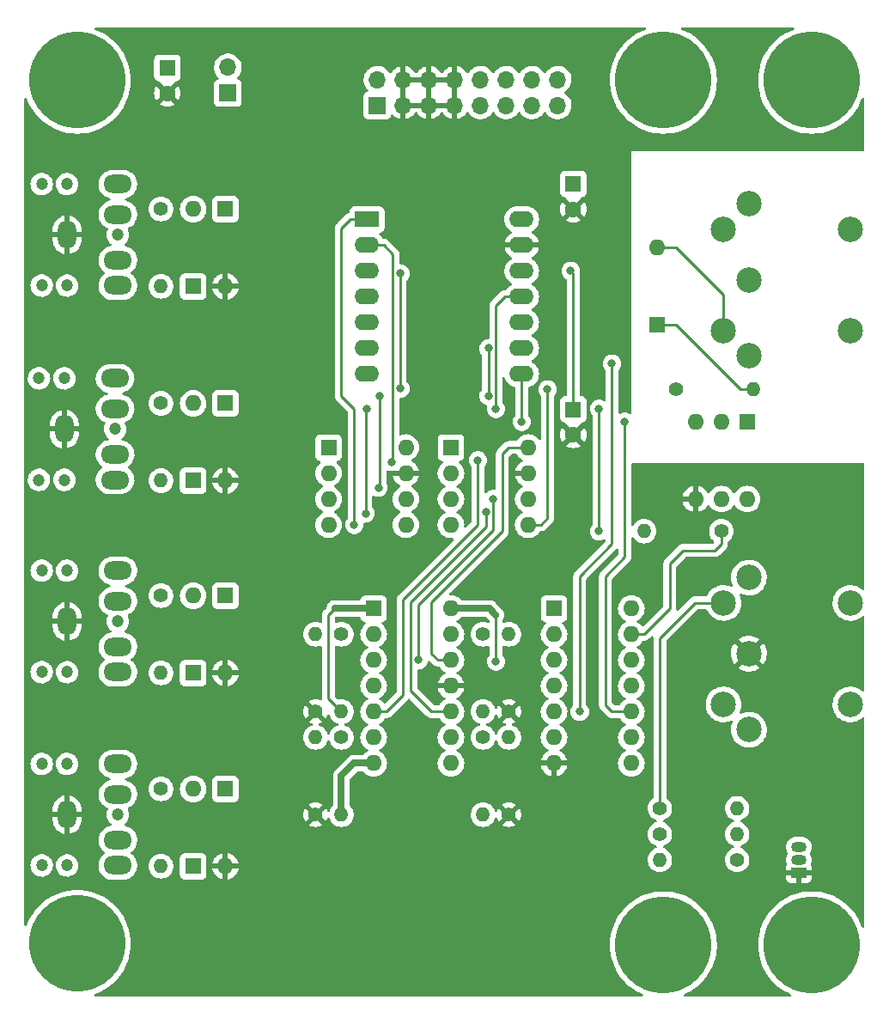
<source format=gbl>
%TF.GenerationSoftware,KiCad,Pcbnew,(6.0.1)*%
%TF.CreationDate,2022-09-23T09:04:43-04:00*%
%TF.ProjectId,SYNTH-MIDI-CV4-01,53594e54-482d-44d4-9944-492d4356342d,1*%
%TF.SameCoordinates,Original*%
%TF.FileFunction,Copper,L2,Bot*%
%TF.FilePolarity,Positive*%
%FSLAX46Y46*%
G04 Gerber Fmt 4.6, Leading zero omitted, Abs format (unit mm)*
G04 Created by KiCad (PCBNEW (6.0.1)) date 2022-09-23 09:04:43*
%MOMM*%
%LPD*%
G01*
G04 APERTURE LIST*
%TA.AperFunction,ComponentPad*%
%ADD10O,1.600000X1.600000*%
%TD*%
%TA.AperFunction,ComponentPad*%
%ADD11R,1.600000X1.600000*%
%TD*%
%TA.AperFunction,ComponentPad*%
%ADD12C,1.400000*%
%TD*%
%TA.AperFunction,ComponentPad*%
%ADD13O,1.400000X1.400000*%
%TD*%
%TA.AperFunction,ComponentPad*%
%ADD14C,1.600000*%
%TD*%
%TA.AperFunction,ComponentPad*%
%ADD15C,9.525000*%
%TD*%
%TA.AperFunction,ComponentPad*%
%ADD16O,2.800000X1.800000*%
%TD*%
%TA.AperFunction,ComponentPad*%
%ADD17O,1.800000X2.800000*%
%TD*%
%TA.AperFunction,ComponentPad*%
%ADD18C,1.200000*%
%TD*%
%TA.AperFunction,ComponentPad*%
%ADD19C,2.500000*%
%TD*%
%TA.AperFunction,ComponentPad*%
%ADD20R,1.700000X1.700000*%
%TD*%
%TA.AperFunction,ComponentPad*%
%ADD21O,1.700000X1.700000*%
%TD*%
%TA.AperFunction,ComponentPad*%
%ADD22R,1.500000X1.050000*%
%TD*%
%TA.AperFunction,ComponentPad*%
%ADD23O,1.500000X1.050000*%
%TD*%
%TA.AperFunction,ComponentPad*%
%ADD24R,2.400000X1.600000*%
%TD*%
%TA.AperFunction,ComponentPad*%
%ADD25O,2.400000X1.600000*%
%TD*%
%TA.AperFunction,ViaPad*%
%ADD26C,0.800000*%
%TD*%
%TA.AperFunction,Conductor*%
%ADD27C,0.250000*%
%TD*%
%TA.AperFunction,Conductor*%
%ADD28C,0.635000*%
%TD*%
G04 APERTURE END LIST*
D10*
%TO.P,U6,14*%
%TO.N,/CV1_I*%
X128915000Y-80640000D03*
%TO.P,U6,13,-*%
%TO.N,Net-(R7-Pad1)*%
X128915000Y-83180000D03*
%TO.P,U6,12,+*%
%TO.N,Net-(U6-Pad8)*%
X128915000Y-85720000D03*
%TO.P,U6,11,V-*%
%TO.N,GND*%
X128915000Y-88260000D03*
%TO.P,U6,10,+*%
%TO.N,Net-(U7-Pad6)*%
X128915000Y-90800000D03*
%TO.P,U6,9,-*%
%TO.N,Net-(R11-Pad1)*%
X128915000Y-93340000D03*
%TO.P,U6,8*%
%TO.N,/CV4_I*%
X128915000Y-95880000D03*
%TO.P,U6,7*%
%TO.N,/CV3_I*%
X121295000Y-95880000D03*
%TO.P,U6,6,-*%
%TO.N,Net-(R10-Pad1)*%
X121295000Y-93340000D03*
%TO.P,U6,5,+*%
%TO.N,Net-(U5-Pad5)*%
X121295000Y-90800000D03*
%TO.P,U6,4,V+*%
%TO.N,+5V*%
X121295000Y-88260000D03*
%TO.P,U6,3,+*%
%TO.N,Net-(U5-Pad3)*%
X121295000Y-85720000D03*
%TO.P,U6,2,-*%
%TO.N,Net-(R5-Pad2)*%
X121295000Y-83180000D03*
D11*
%TO.P,U6,1*%
%TO.N,/CV2_I*%
X121295000Y-80640000D03*
%TD*%
D12*
%TO.P,R6,1*%
%TO.N,Net-(R5-Pad2)*%
X118110000Y-83185000D03*
D13*
%TO.P,R6,2*%
%TO.N,/CV2_I*%
X118110000Y-90805000D03*
%TD*%
D12*
%TO.P,R16,1*%
%TO.N,Net-(Q1-Pad3)*%
X149500000Y-102870000D03*
D13*
%TO.P,R16,2*%
%TO.N,Net-(J6-Pad5)*%
X157120000Y-102870000D03*
%TD*%
D11*
%TO.P,U3,1,Vdd*%
%TO.N,+3V3*%
X116850000Y-64780000D03*
D10*
%TO.P,U3,2,~{CS}*%
%TO.N,/CS\u002A*%
X116850000Y-67320000D03*
%TO.P,U3,3,SCK*%
%TO.N,/SCK*%
X116850000Y-69860000D03*
%TO.P,U3,4,SDI*%
%TO.N,/MOSI*%
X116850000Y-72400000D03*
%TO.P,U3,5,~{LDAC}*%
%TO.N,/LD34\u002A*%
X124470000Y-72400000D03*
%TO.P,U3,6,VB*%
%TO.N,Net-(U7-Pad6)*%
X124470000Y-69860000D03*
%TO.P,U3,7,Vss*%
%TO.N,GND*%
X124470000Y-67320000D03*
%TO.P,U3,8,VA*%
%TO.N,Net-(U5-Pad5)*%
X124470000Y-64780000D03*
%TD*%
D13*
%TO.P,R11,2*%
%TO.N,/CV4_I*%
X132080000Y-100965000D03*
D12*
%TO.P,R11,1*%
%TO.N,Net-(R11-Pad1)*%
X132080000Y-93345000D03*
%TD*%
%TO.P,R10,1*%
%TO.N,Net-(R10-Pad1)*%
X118110000Y-93345000D03*
D13*
%TO.P,R10,2*%
%TO.N,/CV3_I*%
X118110000Y-100965000D03*
%TD*%
D11*
%TO.P,C3,1*%
%TO.N,+5V*%
X140970000Y-38799888D03*
D14*
%TO.P,C3,2*%
%TO.N,GND*%
X140970000Y-41299888D03*
%TD*%
D11*
%TO.P,D8,1,K*%
%TO.N,/CV4_I*%
X106680000Y-98425000D03*
D10*
%TO.P,D8,2,A*%
%TO.N,GND*%
X106680000Y-106045000D03*
%TD*%
D11*
%TO.P,C2,1*%
%TO.N,+3V3*%
X140970000Y-61024888D03*
D14*
%TO.P,C2,2*%
%TO.N,GND*%
X140970000Y-63524888D03*
%TD*%
D11*
%TO.P,D2,1,K*%
%TO.N,/CV1_I*%
X106680000Y-41275000D03*
D10*
%TO.P,D2,2,A*%
%TO.N,GND*%
X106680000Y-48895000D03*
%TD*%
D15*
%TO.P,MTG2,1*%
%TO.N,N/C*%
X92075000Y-113665000D03*
%TD*%
%TO.P,MTG3,1*%
%TO.N,N/C*%
X164465000Y-28575000D03*
%TD*%
%TO.P,MTG6,1*%
%TO.N,N/C*%
X149860000Y-113792000D03*
%TD*%
D12*
%TO.P,R2,1*%
%TO.N,/CV2_I*%
X100330000Y-60420000D03*
D13*
%TO.P,R2,2*%
%TO.N,/CV2*%
X100330000Y-68040000D03*
%TD*%
D12*
%TO.P,R4,1*%
%TO.N,/CV4_I*%
X100330000Y-98425000D03*
D13*
%TO.P,R4,2*%
%TO.N,/CV4*%
X100330000Y-106045000D03*
%TD*%
D12*
%TO.P,R13,1*%
%TO.N,/MIDI_IN*%
X151130000Y-59055000D03*
D13*
%TO.P,R13,2*%
%TO.N,Net-(D5-Pad1)*%
X158750000Y-59055000D03*
%TD*%
%TO.P,R7,2*%
%TO.N,/CV1_I*%
X132080000Y-90805000D03*
D12*
%TO.P,R7,1*%
%TO.N,Net-(R7-Pad1)*%
X132080000Y-83185000D03*
%TD*%
D16*
%TO.P,J3,TN*%
%TO.N,N/C*%
X96075000Y-103465000D03*
%TO.P,J3,T*%
%TO.N,/CV4*%
X96075000Y-105965000D03*
D17*
%TO.P,J3,S*%
%TO.N,GND*%
X91075000Y-100965000D03*
D16*
%TO.P,J3,RN*%
%TO.N,N/C*%
X96075000Y-98965000D03*
%TO.P,J3,R*%
%TO.N,unconnected-(J3-PadR)*%
X96075000Y-95965000D03*
D18*
%TO.P,J3,90*%
%TO.N,N/C*%
X91075000Y-105965000D03*
X91075000Y-95965000D03*
X88575000Y-95965000D03*
X96075000Y-100965000D03*
X88575000Y-105965000D03*
%TD*%
D10*
%TO.P,U5,6*%
%TO.N,unconnected-(U3-Pad6)*%
X158115000Y-69850000D03*
%TO.P,U5,5*%
%TO.N,Net-(R14-Pad1)*%
X155575000Y-69850000D03*
%TO.P,U5,4*%
%TO.N,GND*%
X153035000Y-69850000D03*
%TO.P,U5,3,NC*%
%TO.N,unconnected-(U3-Pad3)*%
X153035000Y-62230000D03*
%TO.P,U5,2*%
%TO.N,Net-(D5-Pad2)*%
X155575000Y-62230000D03*
D11*
%TO.P,U5,1*%
%TO.N,Net-(D5-Pad1)*%
X158115000Y-62230000D03*
%TD*%
D16*
%TO.P,J5,TN*%
%TO.N,N/C*%
X95805000Y-65460000D03*
%TO.P,J5,T*%
%TO.N,/CV2*%
X95805000Y-67960000D03*
D17*
%TO.P,J5,S*%
%TO.N,GND*%
X90805000Y-62960000D03*
D16*
%TO.P,J5,RN*%
%TO.N,N/C*%
X95805000Y-60960000D03*
%TO.P,J5,R*%
%TO.N,unconnected-(J5-PadR)*%
X95805000Y-57960000D03*
D18*
%TO.P,J5,90*%
%TO.N,N/C*%
X88305000Y-67960000D03*
X90805000Y-67960000D03*
X95805000Y-62960000D03*
X88305000Y-57960000D03*
X90805000Y-57960000D03*
%TD*%
D11*
%TO.P,D3,1,K*%
%TO.N,+5V*%
X103505000Y-68040000D03*
D10*
%TO.P,D3,2,A*%
%TO.N,/CV2_I*%
X103505000Y-60420000D03*
%TD*%
D11*
%TO.P,U4,1,Vdd*%
%TO.N,+3V3*%
X128915000Y-64780000D03*
D10*
%TO.P,U4,2,~{CS}*%
%TO.N,/CS\u002A*%
X128915000Y-67320000D03*
%TO.P,U4,3,SCK*%
%TO.N,/SCK*%
X128915000Y-69860000D03*
%TO.P,U4,4,SDI*%
%TO.N,/MOSI*%
X128915000Y-72400000D03*
%TO.P,U4,5,~{LDAC}*%
%TO.N,/LD12\u002A*%
X136535000Y-72400000D03*
%TO.P,U4,6,VB*%
%TO.N,Net-(U5-Pad3)*%
X136535000Y-69860000D03*
%TO.P,U4,7,Vss*%
%TO.N,GND*%
X136535000Y-67320000D03*
%TO.P,U4,8,VA*%
%TO.N,Net-(U6-Pad8)*%
X136535000Y-64780000D03*
%TD*%
D11*
%TO.P,D9,1,K*%
%TO.N,Net-(D5-Pad1)*%
X149225000Y-52705000D03*
D10*
%TO.P,D9,2,A*%
%TO.N,Net-(D5-Pad2)*%
X149225000Y-45085000D03*
%TD*%
D12*
%TO.P,R1,1*%
%TO.N,/CV1_I*%
X100330000Y-41275000D03*
D13*
%TO.P,R1,2*%
%TO.N,/CV1*%
X100330000Y-48895000D03*
%TD*%
D11*
%TO.P,D1,1,K*%
%TO.N,+5V*%
X103505000Y-48895000D03*
D10*
%TO.P,D1,2,A*%
%TO.N,/CV1_I*%
X103505000Y-41275000D03*
%TD*%
D11*
%TO.P,D7,1,K*%
%TO.N,+5V*%
X103505000Y-106045000D03*
D10*
%TO.P,D7,2,A*%
%TO.N,/CV4_I*%
X103505000Y-98425000D03*
%TD*%
%TO.P,D6,2,A*%
%TO.N,GND*%
X106680000Y-86995000D03*
D11*
%TO.P,D6,1,K*%
%TO.N,/CV3_I*%
X106680000Y-79375000D03*
%TD*%
D19*
%TO.P,J6,6*%
%TO.N,N/C*%
X168290000Y-80090000D03*
X168290000Y-90090000D03*
%TO.P,J6,5*%
%TO.N,Net-(J6-Pad5)*%
X155790000Y-90090000D03*
%TO.P,J6,4*%
%TO.N,Net-(J6-Pad4)*%
X155790000Y-80090000D03*
%TO.P,J6,3*%
%TO.N,unconnected-(J6-Pad3)*%
X158290000Y-92590000D03*
%TO.P,J6,2*%
%TO.N,GND*%
X158290000Y-85090000D03*
%TO.P,J6,1*%
%TO.N,unconnected-(J6-Pad1)*%
X158290000Y-77590000D03*
%TD*%
D13*
%TO.P,R5,2*%
%TO.N,Net-(R5-Pad2)*%
X115570000Y-83185000D03*
D12*
%TO.P,R5,1*%
%TO.N,GND*%
X115570000Y-90805000D03*
%TD*%
D13*
%TO.P,R3,2*%
%TO.N,/CV3*%
X100330000Y-86995000D03*
D12*
%TO.P,R3,1*%
%TO.N,/CV3_I*%
X100330000Y-79375000D03*
%TD*%
D15*
%TO.P,MTG5,1*%
%TO.N,N/C*%
X149860000Y-28575000D03*
%TD*%
D11*
%TO.P,D4,1,K*%
%TO.N,/CV2_I*%
X106680000Y-60420000D03*
D10*
%TO.P,D4,2,A*%
%TO.N,GND*%
X106680000Y-68040000D03*
%TD*%
D20*
%TO.P,J1,1,Pin_1*%
%TO.N,unconnected-(J1-Pad1)*%
X121666000Y-31050000D03*
D21*
%TO.P,J1,2,Pin_2*%
%TO.N,unconnected-(J1-Pad2)*%
X121666000Y-28510000D03*
%TO.P,J1,3,Pin_3*%
%TO.N,GND*%
X124206000Y-31050000D03*
%TO.P,J1,4,Pin_4*%
X124206000Y-28510000D03*
%TO.P,J1,5,Pin_5*%
X126746000Y-31050000D03*
%TO.P,J1,6,Pin_6*%
X126746000Y-28510000D03*
%TO.P,J1,7,Pin_7*%
X129286000Y-31050000D03*
%TO.P,J1,8,Pin_8*%
X129286000Y-28510000D03*
%TO.P,J1,9,Pin_9*%
%TO.N,+12V*%
X131826000Y-31050000D03*
%TO.P,J1,10,Pin_10*%
X131826000Y-28510000D03*
%TO.P,J1,11,Pin_11*%
%TO.N,+5V*%
X134366000Y-31050000D03*
%TO.P,J1,12,Pin_12*%
X134366000Y-28510000D03*
%TO.P,J1,13,Pin_13*%
%TO.N,/CV_OUT*%
X136906000Y-31050000D03*
%TO.P,J1,14,Pin_14*%
X136906000Y-28510000D03*
%TO.P,J1,15,Pin_15*%
%TO.N,/GATE_OUT*%
X139446000Y-31050000D03*
%TO.P,J1,16,Pin_16*%
X139446000Y-28510000D03*
%TD*%
D22*
%TO.P,Q1,1,E*%
%TO.N,GND*%
X163195000Y-106680000D03*
D23*
%TO.P,Q1,2,B*%
%TO.N,Net-(Q1-Pad2)*%
X163195000Y-105410000D03*
%TO.P,Q1,3,C*%
%TO.N,Net-(Q1-Pad3)*%
X163195000Y-104140000D03*
%TD*%
D24*
%TO.P,U2,1,D0/P26*%
%TO.N,/LD34\u002A*%
X120650000Y-42291000D03*
D25*
%TO.P,U2,2,D1/P27*%
%TO.N,/CS\u002A*%
X120650000Y-44831000D03*
%TO.P,U2,3,D2/P28*%
%TO.N,/LD12\u002A*%
X120650000Y-47371000D03*
%TO.P,U2,4,D3/P29*%
%TO.N,unconnected-(U2-Pad4)*%
X120650000Y-49911000D03*
%TO.P,U2,5,D4/SDA/P6*%
%TO.N,Net-(U2-Pad5)*%
X120650000Y-52451000D03*
%TO.P,U2,6,D5/SCL/P7*%
%TO.N,Net-(U2-Pad6)*%
X120650000Y-54991000D03*
%TO.P,U2,7,D6/TX/P0*%
%TO.N,Net-(U2-Pad7)*%
X120650000Y-57531000D03*
%TO.P,U2,8,D7/RX/P1*%
%TO.N,/RXD*%
X135890000Y-57531000D03*
%TO.P,U2,9,D8/SCK/P2*%
%TO.N,/SCK*%
X135890000Y-54991000D03*
%TO.P,U2,10,D9/MISO/P4*%
%TO.N,unconnected-(U2-Pad10)*%
X135890000Y-52451000D03*
%TO.P,U2,11,D10/MOSI/P3*%
%TO.N,/MOSI*%
X135890000Y-49911000D03*
%TO.P,U2,12,3.3V*%
%TO.N,+3V3*%
X135890000Y-47371000D03*
%TO.P,U2,13,GND*%
%TO.N,GND*%
X135890000Y-44831000D03*
%TO.P,U2,14,5V*%
%TO.N,+5V*%
X135890000Y-42291000D03*
%TD*%
D11*
%TO.P,D5,1,K*%
%TO.N,+5V*%
X103505000Y-86995000D03*
D10*
%TO.P,D5,2,A*%
%TO.N,/CV3_I*%
X103505000Y-79375000D03*
%TD*%
D21*
%TO.P,H1,2,Pin_2*%
%TO.N,Net-(C1-Pad1)*%
X106934000Y-27310000D03*
D20*
%TO.P,H1,1,Pin_1*%
%TO.N,+5V*%
X106934000Y-29850000D03*
%TD*%
D15*
%TO.P,MTG4,1*%
%TO.N,N/C*%
X164465000Y-113792000D03*
%TD*%
%TO.P,MTG1,1*%
%TO.N,N/C*%
X92075000Y-28575000D03*
%TD*%
D13*
%TO.P,R8,2*%
%TO.N,Net-(R7-Pad1)*%
X134620000Y-83185000D03*
D12*
%TO.P,R8,1*%
%TO.N,GND*%
X134620000Y-90805000D03*
%TD*%
D13*
%TO.P,R14,2*%
%TO.N,+3V3*%
X147955000Y-73025000D03*
D12*
%TO.P,R14,1*%
%TO.N,Net-(R14-Pad1)*%
X155575000Y-73025000D03*
%TD*%
%TO.P,R9,1*%
%TO.N,GND*%
X115570000Y-100965000D03*
D13*
%TO.P,R9,2*%
%TO.N,Net-(R10-Pad1)*%
X115570000Y-93345000D03*
%TD*%
%TO.P,R12,2*%
%TO.N,Net-(R11-Pad1)*%
X134620000Y-93345000D03*
D12*
%TO.P,R12,1*%
%TO.N,GND*%
X134620000Y-100965000D03*
%TD*%
D19*
%TO.P,J4,6*%
%TO.N,N/C*%
X168290000Y-43260000D03*
X168290000Y-53260000D03*
%TO.P,J4,5*%
%TO.N,Net-(D5-Pad2)*%
X155790000Y-53260000D03*
%TO.P,J4,4*%
%TO.N,/MIDI_IN*%
X155790000Y-43260000D03*
%TO.P,J4,3*%
%TO.N,unconnected-(J4-Pad3)*%
X158290000Y-55760000D03*
%TO.P,J4,2*%
%TO.N,unconnected-(J4-Pad2)*%
X158290000Y-48260000D03*
%TO.P,J4,1*%
%TO.N,unconnected-(J4-Pad1)*%
X158290000Y-40760000D03*
%TD*%
D12*
%TO.P,R15,1*%
%TO.N,Net-(J6-Pad4)*%
X149500000Y-100330000D03*
D13*
%TO.P,R15,2*%
%TO.N,+5V*%
X157120000Y-100330000D03*
%TD*%
D18*
%TO.P,J2,90*%
%TO.N,N/C*%
X88575000Y-76915000D03*
X91075000Y-76915000D03*
X96075000Y-81915000D03*
X91075000Y-86915000D03*
X88575000Y-86915000D03*
D16*
%TO.P,J2,R*%
%TO.N,unconnected-(J2-PadR)*%
X96075000Y-76915000D03*
%TO.P,J2,RN*%
%TO.N,N/C*%
X96075000Y-79915000D03*
D17*
%TO.P,J2,S*%
%TO.N,GND*%
X91075000Y-81915000D03*
D16*
%TO.P,J2,T*%
%TO.N,/CV3*%
X96075000Y-86915000D03*
%TO.P,J2,TN*%
%TO.N,N/C*%
X96075000Y-84415000D03*
%TD*%
D14*
%TO.P,C1,2*%
%TO.N,GND*%
X100965000Y-29869888D03*
D11*
%TO.P,C1,1*%
%TO.N,Net-(C1-Pad1)*%
X100965000Y-27369888D03*
%TD*%
D16*
%TO.P,J7,TN*%
%TO.N,N/C*%
X96075000Y-46315000D03*
%TO.P,J7,T*%
%TO.N,/CV1*%
X96075000Y-48815000D03*
D17*
%TO.P,J7,S*%
%TO.N,GND*%
X91075000Y-43815000D03*
D16*
%TO.P,J7,RN*%
%TO.N,N/C*%
X96075000Y-41815000D03*
%TO.P,J7,R*%
%TO.N,unconnected-(J7-PadR)*%
X96075000Y-38815000D03*
D18*
%TO.P,J7,90*%
%TO.N,N/C*%
X88575000Y-48815000D03*
X96075000Y-43815000D03*
X91075000Y-48815000D03*
X88575000Y-38815000D03*
X91075000Y-38815000D03*
%TD*%
D10*
%TO.P,U7,14,VCC*%
%TO.N,+5V*%
X146695000Y-80640000D03*
%TO.P,U7,13*%
%TO.N,Net-(R14-Pad1)*%
X146695000Y-83180000D03*
%TO.P,U7,12*%
%TO.N,Net-(U4-Pad11)*%
X146695000Y-85720000D03*
%TO.P,U7,11*%
X146695000Y-88260000D03*
%TO.P,U7,10*%
%TO.N,/RXD*%
X146695000Y-90800000D03*
%TO.P,U7,9*%
%TO.N,+5V*%
X146695000Y-93340000D03*
%TO.P,U7,8*%
%TO.N,unconnected-(U4-Pad8)*%
X146695000Y-95880000D03*
%TO.P,U7,7,GND*%
%TO.N,GND*%
X139075000Y-95880000D03*
%TO.P,U7,6*%
%TO.N,Net-(R17-Pad2)*%
X139075000Y-93340000D03*
%TO.P,U7,5*%
%TO.N,Net-(U2-Pad7)*%
X139075000Y-90800000D03*
%TO.P,U7,4*%
%TO.N,unconnected-(U4-Pad4)*%
X139075000Y-88260000D03*
%TO.P,U7,3*%
%TO.N,+5V*%
X139075000Y-85720000D03*
%TO.P,U7,2*%
%TO.N,unconnected-(U4-Pad2)*%
X139075000Y-83180000D03*
D11*
%TO.P,U7,1*%
%TO.N,+5V*%
X139075000Y-80640000D03*
%TD*%
D13*
%TO.P,R17,2*%
%TO.N,Net-(R17-Pad2)*%
X149500000Y-105410000D03*
D12*
%TO.P,R17,1*%
%TO.N,Net-(Q1-Pad2)*%
X157120000Y-105410000D03*
%TD*%
D26*
%TO.N,Net-(U5-Pad5)*%
X131572000Y-66040000D03*
%TO.N,Net-(U7-Pad6)*%
X132371500Y-71120000D03*
%TO.N,Net-(U2-Pad7)*%
X141610000Y-90800000D03*
%TO.N,Net-(U5-Pad3)*%
X125730000Y-85725000D03*
%TO.N,/LD12\u002A*%
X138430000Y-59055000D03*
%TO.N,+3V3*%
X143510000Y-73025000D03*
X143510000Y-60960000D03*
%TO.N,Net-(U5-Pad3)*%
X133096000Y-69850000D03*
%TO.N,Net-(U2-Pad7)*%
X144780000Y-56515000D03*
%TO.N,/LD34\u002A*%
X119380000Y-72390000D03*
%TO.N,+3V3*%
X140716000Y-47371000D03*
%TO.N,/RXD*%
X146050000Y-62230000D03*
%TO.N,/LD12\u002A*%
X123914500Y-47625000D03*
X123914511Y-58965489D03*
%TO.N,/SCK*%
X132625500Y-59690000D03*
X132625500Y-54991000D03*
%TO.N,/MOSI*%
X133350000Y-60960000D03*
%TO.N,/RXD*%
X135890000Y-62230000D03*
%TO.N,/MOSI*%
X120650000Y-60960000D03*
%TO.N,/SCK*%
X121920000Y-59690000D03*
%TO.N,/MOSI*%
X120494511Y-71275489D03*
%TO.N,/SCK*%
X121764511Y-68735489D03*
%TO.N,/CS\u002A*%
X123034511Y-66195489D03*
%TO.N,/CV1_I*%
X133350000Y-85852000D03*
%TO.N,GND*%
X111238000Y-32678000D03*
%TD*%
D27*
%TO.N,/CV1_I*%
X133350000Y-85852000D02*
X133350000Y-81280000D01*
%TO.N,Net-(U5-Pad5)*%
X122570000Y-90800000D02*
X124206000Y-89164000D01*
X124206000Y-79756000D02*
X124206000Y-89164000D01*
X131572000Y-72390000D02*
X124206000Y-79756000D01*
X131572000Y-66040000D02*
X131572000Y-72390000D01*
%TO.N,Net-(U7-Pad6)*%
X132371500Y-71120000D02*
X132371500Y-72606500D01*
X132371500Y-72606500D02*
X124968000Y-80010000D01*
X124968000Y-80010000D02*
X124968000Y-88773000D01*
X124968000Y-88773000D02*
X126995000Y-90800000D01*
%TO.N,Net-(U5-Pad3)*%
X133096000Y-69850000D02*
X133096000Y-72898000D01*
X133096000Y-72898000D02*
X125730000Y-80264000D01*
X125730000Y-80264000D02*
X125730000Y-85725000D01*
%TO.N,Net-(U6-Pad8)*%
X127000000Y-85090000D02*
X127630000Y-85720000D01*
X127630000Y-85720000D02*
X128915000Y-85720000D01*
X127000000Y-80010000D02*
X127000000Y-85090000D01*
X133985000Y-65405000D02*
X133985000Y-73025000D01*
X133985000Y-73025000D02*
X127000000Y-80010000D01*
X134610000Y-64780000D02*
X133985000Y-65405000D01*
X136535000Y-64780000D02*
X134610000Y-64780000D01*
%TO.N,Net-(U7-Pad6)*%
X128915000Y-90800000D02*
X126995000Y-90800000D01*
%TO.N,Net-(J6-Pad4)*%
X152955000Y-80090000D02*
X149500000Y-83545000D01*
X149500000Y-83545000D02*
X149500000Y-100330000D01*
X155790000Y-80090000D02*
X152955000Y-80090000D01*
%TO.N,/RXD*%
X146050000Y-75565000D02*
X144145000Y-77470000D01*
X146050000Y-62230000D02*
X146050000Y-75565000D01*
X144775000Y-90800000D02*
X144145000Y-90170000D01*
X144145000Y-90170000D02*
X144145000Y-77470000D01*
X146695000Y-90800000D02*
X144775000Y-90800000D01*
%TO.N,Net-(U2-Pad7)*%
X141610000Y-90800000D02*
X141610000Y-77465000D01*
X144780000Y-56515000D02*
X144780000Y-74295000D01*
X141610000Y-77465000D02*
X144780000Y-74295000D01*
%TO.N,Net-(R14-Pad1)*%
X150495000Y-80645000D02*
X150495000Y-76200000D01*
X147960000Y-83180000D02*
X150495000Y-80645000D01*
X146695000Y-83180000D02*
X147960000Y-83180000D01*
%TO.N,Net-(U5-Pad5)*%
X121295000Y-90800000D02*
X122570000Y-90800000D01*
%TO.N,/LD12\u002A*%
X138430000Y-71755000D02*
X138430000Y-59055000D01*
X137785000Y-72400000D02*
X138430000Y-71755000D01*
X136535000Y-72400000D02*
X137785000Y-72400000D01*
D28*
%TO.N,/CV2_I*%
X117480000Y-80640000D02*
X121295000Y-80640000D01*
D27*
X116840000Y-81280000D02*
X117480000Y-80640000D01*
X116840000Y-89535000D02*
X116840000Y-81280000D01*
X116840000Y-89535000D02*
X118110000Y-90805000D01*
%TO.N,+3V3*%
X143510000Y-73025000D02*
X143510000Y-61024888D01*
%TO.N,Net-(R14-Pad1)*%
X155575000Y-74295000D02*
X155575000Y-73025000D01*
X151765000Y-74930000D02*
X154940000Y-74930000D01*
X150495000Y-76200000D02*
X151765000Y-74930000D01*
X154940000Y-74930000D02*
X155575000Y-74295000D01*
%TO.N,/LD34\u002A*%
X118110000Y-59690000D02*
X118110000Y-43180000D01*
X119380000Y-72390000D02*
X119380000Y-60960000D01*
X119380000Y-60960000D02*
X118110000Y-59690000D01*
X118110000Y-43180000D02*
X118999000Y-42291000D01*
X118999000Y-42291000D02*
X120650000Y-42291000D01*
%TO.N,+3V3*%
X140970000Y-61024888D02*
X140970000Y-47625000D01*
X140970000Y-47625000D02*
X140716000Y-47371000D01*
D28*
%TO.N,/CV3_I*%
X119385000Y-95880000D02*
X121295000Y-95880000D01*
X118110000Y-97155000D02*
X119385000Y-95880000D01*
X118110000Y-100965000D02*
X118110000Y-97155000D01*
D27*
%TO.N,/LD12\u002A*%
X123914500Y-58965478D02*
X123914500Y-47625000D01*
X123914511Y-58965489D02*
X123914500Y-58965478D01*
%TO.N,/SCK*%
X132625500Y-59690000D02*
X132625500Y-54991000D01*
%TO.N,/MOSI*%
X133350000Y-60960000D02*
X133350000Y-50800000D01*
%TO.N,/RXD*%
X135890000Y-62230000D02*
X135890000Y-57531000D01*
%TO.N,/MOSI*%
X134239000Y-49911000D02*
X133350000Y-50800000D01*
X135890000Y-49911000D02*
X134239000Y-49911000D01*
X120494511Y-61115489D02*
X120650000Y-60960000D01*
X120494511Y-71275489D02*
X120494511Y-61115489D01*
%TO.N,/SCK*%
X121920000Y-68580000D02*
X121920000Y-59690000D01*
X121764511Y-68735489D02*
X121920000Y-68580000D01*
%TO.N,/CS\u002A*%
X122301000Y-44831000D02*
X120650000Y-44831000D01*
X123190000Y-45720000D02*
X122301000Y-44831000D01*
X123190000Y-66040000D02*
X123190000Y-45720000D01*
X123034511Y-66195489D02*
X123190000Y-66040000D01*
%TO.N,Net-(D5-Pad1)*%
X151130000Y-52705000D02*
X157480000Y-59055000D01*
X149225000Y-52705000D02*
X151130000Y-52705000D01*
X158750000Y-59055000D02*
X157480000Y-59055000D01*
%TO.N,Net-(D5-Pad2)*%
X155790000Y-49745000D02*
X155790000Y-53260000D01*
X151130000Y-45085000D02*
X155790000Y-49745000D01*
X149225000Y-45085000D02*
X151130000Y-45085000D01*
D28*
%TO.N,/CV1_I*%
X132710000Y-80640000D02*
X128915000Y-80640000D01*
X133350000Y-81280000D02*
X132710000Y-80640000D01*
%TD*%
%TA.AperFunction,Conductor*%
%TO.N,GND*%
G36*
X148095219Y-23388002D02*
G01*
X148141712Y-23441658D01*
X148151816Y-23511932D01*
X148122322Y-23576512D01*
X148064986Y-23614168D01*
X148055494Y-23617161D01*
X147630257Y-23793300D01*
X147221989Y-24005831D01*
X146833798Y-24253136D01*
X146594853Y-24436485D01*
X146470806Y-24531669D01*
X146470800Y-24531674D01*
X146468638Y-24533333D01*
X146129289Y-24844289D01*
X145818333Y-25183638D01*
X145538136Y-25548798D01*
X145290831Y-25936989D01*
X145078300Y-26345257D01*
X144902161Y-26770494D01*
X144901335Y-26773113D01*
X144901332Y-26773122D01*
X144768542Y-27194280D01*
X144763754Y-27209465D01*
X144664133Y-27658828D01*
X144604055Y-28115164D01*
X144603935Y-28117913D01*
X144603934Y-28117924D01*
X144591804Y-28395756D01*
X144583978Y-28575000D01*
X144584098Y-28577748D01*
X144603050Y-29011811D01*
X144604055Y-29034836D01*
X144627942Y-29216277D01*
X144663616Y-29487242D01*
X144664133Y-29491172D01*
X144763754Y-29940535D01*
X144764582Y-29943160D01*
X144764583Y-29943165D01*
X144899649Y-30371538D01*
X144902161Y-30379506D01*
X144995959Y-30605954D01*
X145074679Y-30796000D01*
X145078300Y-30804743D01*
X145290831Y-31213011D01*
X145538136Y-31601202D01*
X145721485Y-31840147D01*
X145806953Y-31951531D01*
X145818333Y-31966362D01*
X146129289Y-32305711D01*
X146468638Y-32616667D01*
X146470800Y-32618326D01*
X146470806Y-32618331D01*
X146594853Y-32713515D01*
X146833798Y-32896864D01*
X147221989Y-33144169D01*
X147630257Y-33356700D01*
X148055494Y-33532839D01*
X148058114Y-33533665D01*
X148058122Y-33533668D01*
X148491835Y-33670417D01*
X148491840Y-33670418D01*
X148494465Y-33671246D01*
X148943828Y-33770867D01*
X148946548Y-33771225D01*
X148946553Y-33771226D01*
X149117423Y-33793721D01*
X149400164Y-33830945D01*
X149402913Y-33831065D01*
X149402924Y-33831066D01*
X149857252Y-33850902D01*
X149860000Y-33851022D01*
X149862748Y-33850902D01*
X150317076Y-33831066D01*
X150317087Y-33831065D01*
X150319836Y-33830945D01*
X150602577Y-33793721D01*
X150773447Y-33771226D01*
X150773452Y-33771225D01*
X150776172Y-33770867D01*
X151225535Y-33671246D01*
X151228160Y-33670418D01*
X151228165Y-33670417D01*
X151661878Y-33533668D01*
X151661886Y-33533665D01*
X151664506Y-33532839D01*
X152089743Y-33356700D01*
X152498011Y-33144169D01*
X152886202Y-32896864D01*
X153125147Y-32713515D01*
X153249194Y-32618331D01*
X153249200Y-32618326D01*
X153251362Y-32616667D01*
X153590711Y-32305711D01*
X153901667Y-31966362D01*
X153913048Y-31951531D01*
X153998515Y-31840147D01*
X154181864Y-31601202D01*
X154429169Y-31213011D01*
X154641700Y-30804743D01*
X154645322Y-30796000D01*
X154724041Y-30605954D01*
X154817839Y-30379506D01*
X154820352Y-30371538D01*
X154955417Y-29943165D01*
X154955418Y-29943160D01*
X154956246Y-29940535D01*
X155055867Y-29491172D01*
X155056385Y-29487242D01*
X155092058Y-29216277D01*
X155115945Y-29034836D01*
X155116951Y-29011811D01*
X155135902Y-28577748D01*
X155136022Y-28575000D01*
X155128196Y-28395756D01*
X155116066Y-28117924D01*
X155116065Y-28117913D01*
X155115945Y-28115164D01*
X155055867Y-27658828D01*
X154956246Y-27209465D01*
X154951458Y-27194280D01*
X154818668Y-26773122D01*
X154818665Y-26773113D01*
X154817839Y-26770494D01*
X154641700Y-26345257D01*
X154429169Y-25936989D01*
X154181864Y-25548798D01*
X153901667Y-25183638D01*
X153590711Y-24844289D01*
X153251362Y-24533333D01*
X153249200Y-24531674D01*
X153249194Y-24531669D01*
X153125147Y-24436485D01*
X152886202Y-24253136D01*
X152498011Y-24005831D01*
X152089743Y-23793300D01*
X151664506Y-23617161D01*
X151655014Y-23614168D01*
X151596061Y-23574609D01*
X151567854Y-23509456D01*
X151579348Y-23439396D01*
X151626895Y-23386673D01*
X151692902Y-23368000D01*
X162632098Y-23368000D01*
X162700219Y-23388002D01*
X162746712Y-23441658D01*
X162756816Y-23511932D01*
X162727322Y-23576512D01*
X162669986Y-23614168D01*
X162660494Y-23617161D01*
X162235257Y-23793300D01*
X161826989Y-24005831D01*
X161438798Y-24253136D01*
X161199853Y-24436485D01*
X161075806Y-24531669D01*
X161075800Y-24531674D01*
X161073638Y-24533333D01*
X160734289Y-24844289D01*
X160423333Y-25183638D01*
X160143136Y-25548798D01*
X159895831Y-25936989D01*
X159683300Y-26345257D01*
X159507161Y-26770494D01*
X159506335Y-26773113D01*
X159506332Y-26773122D01*
X159373542Y-27194280D01*
X159368754Y-27209465D01*
X159269133Y-27658828D01*
X159209055Y-28115164D01*
X159208935Y-28117913D01*
X159208934Y-28117924D01*
X159196804Y-28395756D01*
X159188978Y-28575000D01*
X159189098Y-28577748D01*
X159208050Y-29011811D01*
X159209055Y-29034836D01*
X159232942Y-29216277D01*
X159268616Y-29487242D01*
X159269133Y-29491172D01*
X159368754Y-29940535D01*
X159369582Y-29943160D01*
X159369583Y-29943165D01*
X159504649Y-30371538D01*
X159507161Y-30379506D01*
X159600959Y-30605954D01*
X159679679Y-30796000D01*
X159683300Y-30804743D01*
X159895831Y-31213011D01*
X160143136Y-31601202D01*
X160326485Y-31840147D01*
X160411953Y-31951531D01*
X160423333Y-31966362D01*
X160734289Y-32305711D01*
X161073638Y-32616667D01*
X161075800Y-32618326D01*
X161075806Y-32618331D01*
X161199853Y-32713515D01*
X161438798Y-32896864D01*
X161826989Y-33144169D01*
X162235257Y-33356700D01*
X162660494Y-33532839D01*
X162663114Y-33533665D01*
X162663122Y-33533668D01*
X163096835Y-33670417D01*
X163096840Y-33670418D01*
X163099465Y-33671246D01*
X163548828Y-33770867D01*
X163551548Y-33771225D01*
X163551553Y-33771226D01*
X163722423Y-33793721D01*
X164005164Y-33830945D01*
X164007913Y-33831065D01*
X164007924Y-33831066D01*
X164462252Y-33850902D01*
X164465000Y-33851022D01*
X164467748Y-33850902D01*
X164922076Y-33831066D01*
X164922087Y-33831065D01*
X164924836Y-33830945D01*
X165207577Y-33793721D01*
X165378447Y-33771226D01*
X165378452Y-33771225D01*
X165381172Y-33770867D01*
X165830535Y-33671246D01*
X165833160Y-33670418D01*
X165833165Y-33670417D01*
X166266878Y-33533668D01*
X166266886Y-33533665D01*
X166269506Y-33532839D01*
X166694743Y-33356700D01*
X167103011Y-33144169D01*
X167491202Y-32896864D01*
X167730147Y-32713515D01*
X167854194Y-32618331D01*
X167854200Y-32618326D01*
X167856362Y-32616667D01*
X168195711Y-32305711D01*
X168506667Y-31966362D01*
X168518048Y-31951531D01*
X168603515Y-31840147D01*
X168786864Y-31601202D01*
X169034169Y-31213011D01*
X169246700Y-30804743D01*
X169250322Y-30796000D01*
X169329041Y-30605954D01*
X169422839Y-30379506D01*
X169425832Y-30370014D01*
X169465391Y-30311061D01*
X169530544Y-30282854D01*
X169600604Y-30294348D01*
X169653327Y-30341895D01*
X169672000Y-30407902D01*
X169672000Y-35434000D01*
X169651998Y-35502121D01*
X169598342Y-35548614D01*
X169546000Y-35560000D01*
X146685000Y-35560000D01*
X146685000Y-61324352D01*
X146664998Y-61392473D01*
X146611342Y-61438966D01*
X146541068Y-61449070D01*
X146507405Y-61437415D01*
X146506752Y-61438882D01*
X146338319Y-61363891D01*
X146338318Y-61363891D01*
X146332288Y-61361206D01*
X146238887Y-61341353D01*
X146151944Y-61322872D01*
X146151939Y-61322872D01*
X146145487Y-61321500D01*
X145954513Y-61321500D01*
X145948061Y-61322872D01*
X145948056Y-61322872D01*
X145861113Y-61341353D01*
X145767712Y-61361206D01*
X145761682Y-61363891D01*
X145761681Y-61363891D01*
X145712697Y-61385700D01*
X145593248Y-61438882D01*
X145592323Y-61436804D01*
X145533512Y-61451076D01*
X145466419Y-61427859D01*
X145422528Y-61372055D01*
X145413500Y-61325218D01*
X145413500Y-57217524D01*
X145433502Y-57149403D01*
X145445858Y-57133221D01*
X145519040Y-57051944D01*
X145609804Y-56894737D01*
X145611223Y-56892279D01*
X145611224Y-56892278D01*
X145614527Y-56886556D01*
X145673542Y-56704928D01*
X145675868Y-56682803D01*
X145692814Y-56521565D01*
X145693504Y-56515000D01*
X145689537Y-56477252D01*
X145674232Y-56331635D01*
X145674232Y-56331633D01*
X145673542Y-56325072D01*
X145614527Y-56143444D01*
X145519040Y-55978056D01*
X145391253Y-55836134D01*
X145236752Y-55723882D01*
X145230724Y-55721198D01*
X145230722Y-55721197D01*
X145068319Y-55648891D01*
X145068318Y-55648891D01*
X145062288Y-55646206D01*
X144968888Y-55626353D01*
X144881944Y-55607872D01*
X144881939Y-55607872D01*
X144875487Y-55606500D01*
X144684513Y-55606500D01*
X144678061Y-55607872D01*
X144678056Y-55607872D01*
X144591112Y-55626353D01*
X144497712Y-55646206D01*
X144491682Y-55648891D01*
X144491681Y-55648891D01*
X144329278Y-55721197D01*
X144329276Y-55721198D01*
X144323248Y-55723882D01*
X144168747Y-55836134D01*
X144040960Y-55978056D01*
X143945473Y-56143444D01*
X143886458Y-56325072D01*
X143885768Y-56331633D01*
X143885768Y-56331635D01*
X143870463Y-56477252D01*
X143866496Y-56515000D01*
X143867186Y-56521565D01*
X143884133Y-56682803D01*
X143886458Y-56704928D01*
X143945473Y-56886556D01*
X143948776Y-56892278D01*
X143948777Y-56892279D01*
X143950196Y-56894737D01*
X144040960Y-57051944D01*
X144114137Y-57133215D01*
X144144853Y-57197221D01*
X144146500Y-57217524D01*
X144146500Y-60055218D01*
X144126498Y-60123339D01*
X144072842Y-60169832D01*
X144002568Y-60179936D01*
X143967270Y-60167718D01*
X143966752Y-60168882D01*
X143798319Y-60093891D01*
X143798318Y-60093891D01*
X143792288Y-60091206D01*
X143679721Y-60067279D01*
X143611944Y-60052872D01*
X143611939Y-60052872D01*
X143605487Y-60051500D01*
X143414513Y-60051500D01*
X143408061Y-60052872D01*
X143408056Y-60052872D01*
X143340279Y-60067279D01*
X143227712Y-60091206D01*
X143221682Y-60093891D01*
X143221681Y-60093891D01*
X143059278Y-60166197D01*
X143059276Y-60166198D01*
X143053248Y-60168882D01*
X143047907Y-60172762D01*
X143047906Y-60172763D01*
X143037710Y-60180171D01*
X142898747Y-60281134D01*
X142894326Y-60286044D01*
X142894325Y-60286045D01*
X142816257Y-60372749D01*
X142770960Y-60423056D01*
X142767659Y-60428774D01*
X142691798Y-60560169D01*
X142675473Y-60588444D01*
X142616458Y-60770072D01*
X142615768Y-60776633D01*
X142615768Y-60776635D01*
X142601068Y-60916502D01*
X142596496Y-60960000D01*
X142597186Y-60966565D01*
X142614603Y-61132274D01*
X142616458Y-61149928D01*
X142675473Y-61331556D01*
X142678776Y-61337278D01*
X142678777Y-61337279D01*
X142698855Y-61372055D01*
X142770960Y-61496944D01*
X142844137Y-61578215D01*
X142874853Y-61642221D01*
X142876500Y-61662524D01*
X142876500Y-72322476D01*
X142856498Y-72390597D01*
X142844142Y-72406779D01*
X142770960Y-72488056D01*
X142675473Y-72653444D01*
X142616458Y-72835072D01*
X142615768Y-72841633D01*
X142615768Y-72841635D01*
X142614445Y-72854225D01*
X142596496Y-73025000D01*
X142597186Y-73031565D01*
X142615220Y-73203145D01*
X142616458Y-73214928D01*
X142675473Y-73396556D01*
X142770960Y-73561944D01*
X142775378Y-73566851D01*
X142775379Y-73566852D01*
X142873500Y-73675826D01*
X142898747Y-73703866D01*
X143053248Y-73816118D01*
X143059276Y-73818802D01*
X143059278Y-73818803D01*
X143221681Y-73891109D01*
X143227712Y-73893794D01*
X143321112Y-73913647D01*
X143408056Y-73932128D01*
X143408061Y-73932128D01*
X143414513Y-73933500D01*
X143605487Y-73933500D01*
X143611939Y-73932128D01*
X143611944Y-73932128D01*
X143698888Y-73913647D01*
X143792288Y-73893794D01*
X143816656Y-73882945D01*
X143966752Y-73816118D01*
X143967677Y-73818196D01*
X144026488Y-73803924D01*
X144093581Y-73827141D01*
X144137472Y-73882945D01*
X144146500Y-73929782D01*
X144146500Y-73980406D01*
X144126498Y-74048527D01*
X144109595Y-74069501D01*
X142663077Y-75516018D01*
X141217747Y-76961348D01*
X141209461Y-76968888D01*
X141202982Y-76973000D01*
X141197557Y-76978777D01*
X141156357Y-77022651D01*
X141153602Y-77025493D01*
X141133865Y-77045230D01*
X141131385Y-77048427D01*
X141123682Y-77057447D01*
X141093414Y-77089679D01*
X141089595Y-77096625D01*
X141089593Y-77096628D01*
X141083652Y-77107434D01*
X141072801Y-77123953D01*
X141060386Y-77139959D01*
X141057241Y-77147228D01*
X141057238Y-77147232D01*
X141042826Y-77180537D01*
X141037609Y-77191187D01*
X141016305Y-77229940D01*
X141014334Y-77237615D01*
X141014334Y-77237616D01*
X141011267Y-77249562D01*
X141004863Y-77268266D01*
X140996819Y-77286855D01*
X140995580Y-77294678D01*
X140995577Y-77294688D01*
X140989901Y-77330524D01*
X140987495Y-77342144D01*
X140979614Y-77372842D01*
X140976500Y-77384970D01*
X140976500Y-77405224D01*
X140974949Y-77424934D01*
X140971780Y-77444943D01*
X140972526Y-77452835D01*
X140975941Y-77488961D01*
X140976500Y-77500819D01*
X140976500Y-90097476D01*
X140956498Y-90165597D01*
X140944142Y-90181779D01*
X140870960Y-90263056D01*
X140844148Y-90309496D01*
X140794451Y-90395574D01*
X140775473Y-90428444D01*
X140716458Y-90610072D01*
X140715768Y-90616633D01*
X140715768Y-90616635D01*
X140713409Y-90639077D01*
X140696496Y-90800000D01*
X140697186Y-90806565D01*
X140714743Y-90973606D01*
X140716458Y-90989928D01*
X140775473Y-91171556D01*
X140778776Y-91177278D01*
X140778777Y-91177279D01*
X140801646Y-91216889D01*
X140870960Y-91336944D01*
X140875378Y-91341851D01*
X140875379Y-91341852D01*
X140976993Y-91454706D01*
X140998747Y-91478866D01*
X141054130Y-91519104D01*
X141145480Y-91585474D01*
X141153248Y-91591118D01*
X141159276Y-91593802D01*
X141159278Y-91593803D01*
X141299032Y-91656025D01*
X141327712Y-91668794D01*
X141416003Y-91687561D01*
X141508056Y-91707128D01*
X141508061Y-91707128D01*
X141514513Y-91708500D01*
X141705487Y-91708500D01*
X141711939Y-91707128D01*
X141711944Y-91707128D01*
X141803997Y-91687561D01*
X141892288Y-91668794D01*
X141920968Y-91656025D01*
X142060722Y-91593803D01*
X142060724Y-91593802D01*
X142066752Y-91591118D01*
X142074521Y-91585474D01*
X142165870Y-91519104D01*
X142221253Y-91478866D01*
X142243007Y-91454706D01*
X142344621Y-91341852D01*
X142344622Y-91341851D01*
X142349040Y-91336944D01*
X142418354Y-91216889D01*
X142441223Y-91177279D01*
X142441224Y-91177278D01*
X142444527Y-91171556D01*
X142503542Y-90989928D01*
X142505258Y-90973606D01*
X142522814Y-90806565D01*
X142523504Y-90800000D01*
X142506591Y-90639077D01*
X142504232Y-90616635D01*
X142504232Y-90616633D01*
X142503542Y-90610072D01*
X142444527Y-90428444D01*
X142425550Y-90395574D01*
X142375852Y-90309496D01*
X142349040Y-90263056D01*
X142275863Y-90181785D01*
X142245147Y-90117779D01*
X142243500Y-90097476D01*
X142243500Y-77779594D01*
X142263502Y-77711473D01*
X142280405Y-77690499D01*
X145172253Y-74798652D01*
X145180539Y-74791112D01*
X145187018Y-74787000D01*
X145198649Y-74774614D01*
X145259862Y-74738648D01*
X145330802Y-74741485D01*
X145388946Y-74782225D01*
X145415835Y-74847933D01*
X145416500Y-74860866D01*
X145416500Y-75250406D01*
X145396498Y-75318527D01*
X145379595Y-75339501D01*
X144565875Y-76153220D01*
X143752747Y-76966348D01*
X143744461Y-76973888D01*
X143737982Y-76978000D01*
X143732557Y-76983777D01*
X143691357Y-77027651D01*
X143688602Y-77030493D01*
X143668865Y-77050230D01*
X143666385Y-77053427D01*
X143658682Y-77062447D01*
X143628414Y-77094679D01*
X143624595Y-77101625D01*
X143624593Y-77101628D01*
X143618652Y-77112434D01*
X143607801Y-77128953D01*
X143595386Y-77144959D01*
X143592241Y-77152228D01*
X143592238Y-77152232D01*
X143577826Y-77185537D01*
X143572609Y-77196187D01*
X143551305Y-77234940D01*
X143549334Y-77242615D01*
X143549334Y-77242616D01*
X143546267Y-77254562D01*
X143539863Y-77273266D01*
X143531819Y-77291855D01*
X143530580Y-77299678D01*
X143530577Y-77299688D01*
X143524901Y-77335524D01*
X143522495Y-77347144D01*
X143514756Y-77377289D01*
X143511500Y-77389970D01*
X143511500Y-77410224D01*
X143509949Y-77429934D01*
X143506780Y-77449943D01*
X143507526Y-77457835D01*
X143510941Y-77493961D01*
X143511500Y-77505819D01*
X143511500Y-90091233D01*
X143510973Y-90102416D01*
X143509298Y-90109909D01*
X143509547Y-90117835D01*
X143509547Y-90117836D01*
X143511438Y-90177986D01*
X143511500Y-90181945D01*
X143511500Y-90209856D01*
X143511997Y-90213790D01*
X143511997Y-90213791D01*
X143512005Y-90213856D01*
X143512938Y-90225693D01*
X143514327Y-90269889D01*
X143519978Y-90289339D01*
X143523987Y-90308700D01*
X143526526Y-90328797D01*
X143529445Y-90336168D01*
X143529445Y-90336170D01*
X143542804Y-90369912D01*
X143546649Y-90381142D01*
X143558982Y-90423593D01*
X143563015Y-90430412D01*
X143563017Y-90430417D01*
X143569293Y-90441028D01*
X143577988Y-90458776D01*
X143585448Y-90477617D01*
X143590110Y-90484033D01*
X143590110Y-90484034D01*
X143611436Y-90513387D01*
X143617952Y-90523307D01*
X143640458Y-90561362D01*
X143654779Y-90575683D01*
X143667619Y-90590716D01*
X143679528Y-90607107D01*
X143713605Y-90635298D01*
X143722384Y-90643288D01*
X144271343Y-91192247D01*
X144278887Y-91200537D01*
X144283000Y-91207018D01*
X144288777Y-91212443D01*
X144332667Y-91253658D01*
X144335494Y-91256398D01*
X144355231Y-91276135D01*
X144358355Y-91278558D01*
X144358359Y-91278562D01*
X144358424Y-91278612D01*
X144367445Y-91286317D01*
X144399679Y-91316586D01*
X144406627Y-91320405D01*
X144406629Y-91320407D01*
X144417432Y-91326346D01*
X144433959Y-91337202D01*
X144443698Y-91344757D01*
X144443700Y-91344758D01*
X144449960Y-91349614D01*
X144490540Y-91367174D01*
X144501188Y-91372391D01*
X144525976Y-91386018D01*
X144539940Y-91393695D01*
X144547616Y-91395666D01*
X144547619Y-91395667D01*
X144559562Y-91398733D01*
X144578267Y-91405137D01*
X144596855Y-91413181D01*
X144604678Y-91414420D01*
X144604688Y-91414423D01*
X144640524Y-91420099D01*
X144652144Y-91422505D01*
X144687289Y-91431528D01*
X144694970Y-91433500D01*
X144715224Y-91433500D01*
X144734934Y-91435051D01*
X144754943Y-91438220D01*
X144762835Y-91437474D01*
X144798961Y-91434059D01*
X144810819Y-91433500D01*
X145475606Y-91433500D01*
X145543727Y-91453502D01*
X145578819Y-91487229D01*
X145660515Y-91603902D01*
X145688802Y-91644300D01*
X145850700Y-91806198D01*
X145855208Y-91809355D01*
X145855211Y-91809357D01*
X145900722Y-91841224D01*
X146038251Y-91937523D01*
X146043233Y-91939846D01*
X146043238Y-91939849D01*
X146077457Y-91955805D01*
X146130742Y-92002722D01*
X146150203Y-92070999D01*
X146129661Y-92138959D01*
X146077457Y-92184195D01*
X146043238Y-92200151D01*
X146043233Y-92200154D01*
X146038251Y-92202477D01*
X145933389Y-92275902D01*
X145855211Y-92330643D01*
X145855208Y-92330645D01*
X145850700Y-92333802D01*
X145688802Y-92495700D01*
X145685645Y-92500208D01*
X145685643Y-92500211D01*
X145651823Y-92548511D01*
X145557477Y-92683251D01*
X145555154Y-92688233D01*
X145555151Y-92688238D01*
X145498608Y-92809496D01*
X145460716Y-92890757D01*
X145459294Y-92896065D01*
X145459293Y-92896067D01*
X145413853Y-93065651D01*
X145401457Y-93111913D01*
X145381502Y-93340000D01*
X145401457Y-93568087D01*
X145402881Y-93573400D01*
X145402881Y-93573402D01*
X145450255Y-93750201D01*
X145460716Y-93789243D01*
X145463039Y-93794224D01*
X145463039Y-93794225D01*
X145555151Y-93991762D01*
X145555154Y-93991767D01*
X145557477Y-93996749D01*
X145617666Y-94082707D01*
X145669004Y-94156025D01*
X145688802Y-94184300D01*
X145850700Y-94346198D01*
X145855208Y-94349355D01*
X145855211Y-94349357D01*
X145916732Y-94392434D01*
X146038251Y-94477523D01*
X146043233Y-94479846D01*
X146043238Y-94479849D01*
X146077457Y-94495805D01*
X146130742Y-94542722D01*
X146150203Y-94610999D01*
X146129661Y-94678959D01*
X146077457Y-94724195D01*
X146043238Y-94740151D01*
X146043233Y-94740154D01*
X146038251Y-94742477D01*
X145951234Y-94803407D01*
X145855211Y-94870643D01*
X145855208Y-94870645D01*
X145850700Y-94873802D01*
X145688802Y-95035700D01*
X145685645Y-95040208D01*
X145685643Y-95040211D01*
X145670800Y-95061409D01*
X145557477Y-95223251D01*
X145555154Y-95228233D01*
X145555151Y-95228238D01*
X145484989Y-95378702D01*
X145460716Y-95430757D01*
X145459294Y-95436065D01*
X145459293Y-95436067D01*
X145427741Y-95553819D01*
X145401457Y-95651913D01*
X145381502Y-95880000D01*
X145401457Y-96108087D01*
X145402881Y-96113400D01*
X145402881Y-96113402D01*
X145432753Y-96224883D01*
X145460716Y-96329243D01*
X145463039Y-96334224D01*
X145463039Y-96334225D01*
X145555151Y-96531762D01*
X145555154Y-96531767D01*
X145557477Y-96536749D01*
X145595117Y-96590504D01*
X145683331Y-96716486D01*
X145688802Y-96724300D01*
X145850700Y-96886198D01*
X145855208Y-96889355D01*
X145855211Y-96889357D01*
X145932310Y-96943342D01*
X146038251Y-97017523D01*
X146043233Y-97019846D01*
X146043238Y-97019849D01*
X146239765Y-97111490D01*
X146245757Y-97114284D01*
X146251065Y-97115706D01*
X146251067Y-97115707D01*
X146461598Y-97172119D01*
X146461600Y-97172119D01*
X146466913Y-97173543D01*
X146695000Y-97193498D01*
X146923087Y-97173543D01*
X146928400Y-97172119D01*
X146928402Y-97172119D01*
X147138933Y-97115707D01*
X147138935Y-97115706D01*
X147144243Y-97114284D01*
X147150235Y-97111490D01*
X147346762Y-97019849D01*
X147346767Y-97019846D01*
X147351749Y-97017523D01*
X147457690Y-96943342D01*
X147534789Y-96889357D01*
X147534792Y-96889355D01*
X147539300Y-96886198D01*
X147701198Y-96724300D01*
X147706670Y-96716486D01*
X147794883Y-96590504D01*
X147832523Y-96536749D01*
X147834846Y-96531767D01*
X147834849Y-96531762D01*
X147926961Y-96334225D01*
X147926961Y-96334224D01*
X147929284Y-96329243D01*
X147957248Y-96224883D01*
X147987119Y-96113402D01*
X147987119Y-96113400D01*
X147988543Y-96108087D01*
X148008498Y-95880000D01*
X147988543Y-95651913D01*
X147962259Y-95553819D01*
X147930707Y-95436067D01*
X147930706Y-95436065D01*
X147929284Y-95430757D01*
X147905011Y-95378702D01*
X147834849Y-95228238D01*
X147834846Y-95228233D01*
X147832523Y-95223251D01*
X147719200Y-95061409D01*
X147704357Y-95040211D01*
X147704355Y-95040208D01*
X147701198Y-95035700D01*
X147539300Y-94873802D01*
X147534792Y-94870645D01*
X147534789Y-94870643D01*
X147438766Y-94803407D01*
X147351749Y-94742477D01*
X147346767Y-94740154D01*
X147346762Y-94740151D01*
X147312543Y-94724195D01*
X147259258Y-94677278D01*
X147239797Y-94609001D01*
X147260339Y-94541041D01*
X147312543Y-94495805D01*
X147346762Y-94479849D01*
X147346767Y-94479846D01*
X147351749Y-94477523D01*
X147473268Y-94392434D01*
X147534789Y-94349357D01*
X147534792Y-94349355D01*
X147539300Y-94346198D01*
X147701198Y-94184300D01*
X147720997Y-94156025D01*
X147772334Y-94082707D01*
X147832523Y-93996749D01*
X147834846Y-93991767D01*
X147834849Y-93991762D01*
X147926961Y-93794225D01*
X147926961Y-93794224D01*
X147929284Y-93789243D01*
X147939746Y-93750201D01*
X147987119Y-93573402D01*
X147987119Y-93573400D01*
X147988543Y-93568087D01*
X148008498Y-93340000D01*
X147988543Y-93111913D01*
X147976147Y-93065651D01*
X147930707Y-92896067D01*
X147930706Y-92896065D01*
X147929284Y-92890757D01*
X147891392Y-92809496D01*
X147834849Y-92688238D01*
X147834846Y-92688233D01*
X147832523Y-92683251D01*
X147738177Y-92548511D01*
X147704357Y-92500211D01*
X147704355Y-92500208D01*
X147701198Y-92495700D01*
X147539300Y-92333802D01*
X147534792Y-92330645D01*
X147534789Y-92330643D01*
X147456611Y-92275902D01*
X147351749Y-92202477D01*
X147346767Y-92200154D01*
X147346762Y-92200151D01*
X147312543Y-92184195D01*
X147259258Y-92137278D01*
X147239797Y-92069001D01*
X147260339Y-92001041D01*
X147312543Y-91955805D01*
X147346762Y-91939849D01*
X147346767Y-91939846D01*
X147351749Y-91937523D01*
X147489278Y-91841224D01*
X147534789Y-91809357D01*
X147534792Y-91809355D01*
X147539300Y-91806198D01*
X147701198Y-91644300D01*
X147732054Y-91600234D01*
X147788861Y-91519104D01*
X147832523Y-91456749D01*
X147834846Y-91451767D01*
X147834849Y-91451762D01*
X147926961Y-91254225D01*
X147926961Y-91254224D01*
X147929284Y-91249243D01*
X147930910Y-91243177D01*
X147987119Y-91033402D01*
X147987119Y-91033400D01*
X147988543Y-91028087D01*
X148008498Y-90800000D01*
X147988543Y-90571913D01*
X147985716Y-90561362D01*
X147930707Y-90356067D01*
X147930706Y-90356065D01*
X147929284Y-90350757D01*
X147909673Y-90308700D01*
X147834849Y-90148238D01*
X147834846Y-90148233D01*
X147832523Y-90143251D01*
X147747152Y-90021329D01*
X147704357Y-89960211D01*
X147704355Y-89960208D01*
X147701198Y-89955700D01*
X147539300Y-89793802D01*
X147534792Y-89790645D01*
X147534789Y-89790643D01*
X147384999Y-89685759D01*
X147351749Y-89662477D01*
X147346767Y-89660154D01*
X147346762Y-89660151D01*
X147312543Y-89644195D01*
X147259258Y-89597278D01*
X147239797Y-89529001D01*
X147260339Y-89461041D01*
X147312543Y-89415805D01*
X147346762Y-89399849D01*
X147346767Y-89399846D01*
X147351749Y-89397523D01*
X147506137Y-89289419D01*
X147534789Y-89269357D01*
X147534792Y-89269355D01*
X147539300Y-89266198D01*
X147701198Y-89104300D01*
X147832523Y-88916749D01*
X147834846Y-88911767D01*
X147834849Y-88911762D01*
X147926961Y-88714225D01*
X147926961Y-88714224D01*
X147929284Y-88709243D01*
X147933344Y-88694093D01*
X147987119Y-88493402D01*
X147987119Y-88493400D01*
X147988543Y-88488087D01*
X148008498Y-88260000D01*
X147988543Y-88031913D01*
X147940248Y-87851674D01*
X147930707Y-87816067D01*
X147930706Y-87816065D01*
X147929284Y-87810757D01*
X147878657Y-87702186D01*
X147834849Y-87608238D01*
X147834846Y-87608233D01*
X147832523Y-87603251D01*
X147701198Y-87415700D01*
X147539300Y-87253802D01*
X147534792Y-87250645D01*
X147534789Y-87250643D01*
X147418432Y-87169169D01*
X147351749Y-87122477D01*
X147346767Y-87120154D01*
X147346762Y-87120151D01*
X147312543Y-87104195D01*
X147259258Y-87057278D01*
X147239797Y-86989001D01*
X147260339Y-86921041D01*
X147312543Y-86875805D01*
X147346762Y-86859849D01*
X147346767Y-86859846D01*
X147351749Y-86857523D01*
X147492271Y-86759128D01*
X147534789Y-86729357D01*
X147534792Y-86729355D01*
X147539300Y-86726198D01*
X147701198Y-86564300D01*
X147710344Y-86551239D01*
X147759098Y-86481611D01*
X147832523Y-86376749D01*
X147834846Y-86371767D01*
X147834849Y-86371762D01*
X147926961Y-86174225D01*
X147926961Y-86174224D01*
X147929284Y-86169243D01*
X147933578Y-86153220D01*
X147987119Y-85953402D01*
X147987119Y-85953400D01*
X147988543Y-85948087D01*
X148008498Y-85720000D01*
X147988543Y-85491913D01*
X147985470Y-85480444D01*
X147930707Y-85276067D01*
X147930706Y-85276065D01*
X147929284Y-85270757D01*
X147918618Y-85247883D01*
X147834849Y-85068238D01*
X147834846Y-85068233D01*
X147832523Y-85063251D01*
X147747429Y-84941725D01*
X147704357Y-84880211D01*
X147704355Y-84880208D01*
X147701198Y-84875700D01*
X147539300Y-84713802D01*
X147534792Y-84710645D01*
X147534789Y-84710643D01*
X147456611Y-84655902D01*
X147351749Y-84582477D01*
X147346767Y-84580154D01*
X147346762Y-84580151D01*
X147312543Y-84564195D01*
X147259258Y-84517278D01*
X147239797Y-84449001D01*
X147260339Y-84381041D01*
X147312543Y-84335805D01*
X147346762Y-84319849D01*
X147346767Y-84319846D01*
X147351749Y-84317523D01*
X147498705Y-84214623D01*
X147534789Y-84189357D01*
X147534792Y-84189355D01*
X147539300Y-84186198D01*
X147701198Y-84024300D01*
X147809886Y-83869079D01*
X147865342Y-83824751D01*
X147909139Y-83815412D01*
X147967986Y-83813562D01*
X147971945Y-83813500D01*
X147999856Y-83813500D01*
X148003791Y-83813003D01*
X148003856Y-83812995D01*
X148015693Y-83812062D01*
X148047951Y-83811048D01*
X148051970Y-83810922D01*
X148059889Y-83810673D01*
X148079343Y-83805021D01*
X148098700Y-83801013D01*
X148110930Y-83799468D01*
X148110931Y-83799468D01*
X148118797Y-83798474D01*
X148126168Y-83795555D01*
X148126170Y-83795555D01*
X148159912Y-83782196D01*
X148171142Y-83778351D01*
X148205983Y-83768229D01*
X148205984Y-83768229D01*
X148213593Y-83766018D01*
X148220412Y-83761985D01*
X148220417Y-83761983D01*
X148231028Y-83755707D01*
X148248776Y-83747012D01*
X148267617Y-83739552D01*
X148303387Y-83713564D01*
X148313307Y-83707048D01*
X148344535Y-83688580D01*
X148344538Y-83688578D01*
X148351362Y-83684542D01*
X148365683Y-83670221D01*
X148380717Y-83657380D01*
X148390694Y-83650131D01*
X148397107Y-83645472D01*
X148425298Y-83611395D01*
X148433288Y-83602616D01*
X148651405Y-83384499D01*
X148713717Y-83350473D01*
X148784532Y-83355538D01*
X148841368Y-83398085D01*
X148866179Y-83464605D01*
X148866500Y-83473594D01*
X148866500Y-83485224D01*
X148864949Y-83504934D01*
X148861780Y-83524943D01*
X148862526Y-83532835D01*
X148865941Y-83568961D01*
X148866500Y-83580819D01*
X148866500Y-99232685D01*
X148846498Y-99300806D01*
X148812770Y-99335898D01*
X148720224Y-99400699D01*
X148570699Y-99550224D01*
X148449411Y-99723442D01*
X148447090Y-99728420D01*
X148447088Y-99728423D01*
X148377667Y-99877297D01*
X148360044Y-99915090D01*
X148358622Y-99920398D01*
X148358621Y-99920400D01*
X148309925Y-100102135D01*
X148305314Y-100119345D01*
X148286884Y-100330000D01*
X148305314Y-100540655D01*
X148306738Y-100545968D01*
X148306738Y-100545970D01*
X148347328Y-100697452D01*
X148360044Y-100744910D01*
X148362366Y-100749891D01*
X148362367Y-100749892D01*
X148446411Y-100930124D01*
X148449411Y-100936558D01*
X148570699Y-101109776D01*
X148720224Y-101259301D01*
X148893442Y-101380589D01*
X148898420Y-101382910D01*
X148898423Y-101382912D01*
X149080108Y-101467633D01*
X149085090Y-101469956D01*
X149090398Y-101471378D01*
X149090400Y-101471379D01*
X149116204Y-101478293D01*
X149176827Y-101515245D01*
X149207848Y-101579106D01*
X149199420Y-101649600D01*
X149154217Y-101704347D01*
X149116204Y-101721707D01*
X149090400Y-101728621D01*
X149090398Y-101728622D01*
X149085090Y-101730044D01*
X149080109Y-101732366D01*
X149080108Y-101732367D01*
X148898423Y-101817088D01*
X148898420Y-101817090D01*
X148893442Y-101819411D01*
X148720224Y-101940699D01*
X148570699Y-102090224D01*
X148449411Y-102263442D01*
X148447090Y-102268420D01*
X148447088Y-102268423D01*
X148401114Y-102367015D01*
X148360044Y-102455090D01*
X148358622Y-102460398D01*
X148358621Y-102460400D01*
X148312610Y-102632117D01*
X148305314Y-102659345D01*
X148286884Y-102870000D01*
X148305314Y-103080655D01*
X148306738Y-103085968D01*
X148306738Y-103085970D01*
X148326964Y-103161452D01*
X148360044Y-103284910D01*
X148362366Y-103289891D01*
X148362367Y-103289892D01*
X148422198Y-103418199D01*
X148449411Y-103476558D01*
X148570699Y-103649776D01*
X148720224Y-103799301D01*
X148893442Y-103920589D01*
X148898420Y-103922910D01*
X148898423Y-103922912D01*
X149056937Y-103996828D01*
X149085090Y-104009956D01*
X149090398Y-104011378D01*
X149090400Y-104011379D01*
X149116204Y-104018293D01*
X149176827Y-104055245D01*
X149207848Y-104119106D01*
X149199420Y-104189600D01*
X149154217Y-104244347D01*
X149116204Y-104261707D01*
X149090400Y-104268621D01*
X149090398Y-104268622D01*
X149085090Y-104270044D01*
X149080109Y-104272366D01*
X149080108Y-104272367D01*
X148898423Y-104357088D01*
X148898420Y-104357090D01*
X148893442Y-104359411D01*
X148720224Y-104480699D01*
X148570699Y-104630224D01*
X148449411Y-104803442D01*
X148447090Y-104808420D01*
X148447088Y-104808423D01*
X148370304Y-104973088D01*
X148360044Y-104995090D01*
X148358622Y-105000398D01*
X148358621Y-105000400D01*
X148323328Y-105132117D01*
X148305314Y-105199345D01*
X148286884Y-105410000D01*
X148305314Y-105620655D01*
X148306738Y-105625968D01*
X148306738Y-105625970D01*
X148351526Y-105793119D01*
X148360044Y-105824910D01*
X148362366Y-105829891D01*
X148362367Y-105829892D01*
X148396804Y-105903741D01*
X148449411Y-106016558D01*
X148570699Y-106189776D01*
X148720224Y-106339301D01*
X148893442Y-106460589D01*
X148898420Y-106462910D01*
X148898423Y-106462912D01*
X149034445Y-106526340D01*
X149085090Y-106549956D01*
X149090398Y-106551378D01*
X149090400Y-106551379D01*
X149284030Y-106603262D01*
X149284032Y-106603262D01*
X149289345Y-106604686D01*
X149500000Y-106623116D01*
X149710655Y-106604686D01*
X149715968Y-106603262D01*
X149715970Y-106603262D01*
X149909600Y-106551379D01*
X149909602Y-106551378D01*
X149914910Y-106549956D01*
X149965555Y-106526340D01*
X150101577Y-106462912D01*
X150101580Y-106462910D01*
X150106558Y-106460589D01*
X150279776Y-106339301D01*
X150429301Y-106189776D01*
X150550589Y-106016558D01*
X150603197Y-105903741D01*
X150637633Y-105829892D01*
X150637634Y-105829891D01*
X150639956Y-105824910D01*
X150648475Y-105793119D01*
X150693262Y-105625970D01*
X150693262Y-105625968D01*
X150694686Y-105620655D01*
X150713116Y-105410000D01*
X155906884Y-105410000D01*
X155925314Y-105620655D01*
X155926738Y-105625968D01*
X155926738Y-105625970D01*
X155971526Y-105793119D01*
X155980044Y-105824910D01*
X155982366Y-105829891D01*
X155982367Y-105829892D01*
X156016804Y-105903741D01*
X156069411Y-106016558D01*
X156190699Y-106189776D01*
X156340224Y-106339301D01*
X156513442Y-106460589D01*
X156518420Y-106462910D01*
X156518423Y-106462912D01*
X156654445Y-106526340D01*
X156705090Y-106549956D01*
X156710398Y-106551378D01*
X156710400Y-106551379D01*
X156904030Y-106603262D01*
X156904032Y-106603262D01*
X156909345Y-106604686D01*
X157120000Y-106623116D01*
X157330655Y-106604686D01*
X157335968Y-106603262D01*
X157335970Y-106603262D01*
X157529600Y-106551379D01*
X157529602Y-106551378D01*
X157534910Y-106549956D01*
X157585555Y-106526340D01*
X157721577Y-106462912D01*
X157721580Y-106462910D01*
X157726558Y-106460589D01*
X157899776Y-106339301D01*
X158049301Y-106189776D01*
X158170589Y-106016558D01*
X158223197Y-105903741D01*
X158257633Y-105829892D01*
X158257634Y-105829891D01*
X158259956Y-105824910D01*
X158268475Y-105793119D01*
X158313262Y-105625970D01*
X158313262Y-105625968D01*
X158314686Y-105620655D01*
X158333116Y-105410000D01*
X158332482Y-105402750D01*
X161931524Y-105402750D01*
X161933860Y-105428414D01*
X161946892Y-105571606D01*
X161949894Y-105604596D01*
X161951632Y-105610502D01*
X161951633Y-105610506D01*
X161957397Y-105630090D01*
X162006069Y-105795461D01*
X162007119Y-105799029D01*
X162006441Y-105799229D01*
X162012956Y-105865273D01*
X161999680Y-105902323D01*
X161991679Y-105916937D01*
X161946522Y-106037394D01*
X161942895Y-106052649D01*
X161937369Y-106103514D01*
X161937000Y-106110328D01*
X161937000Y-106407885D01*
X161941475Y-106423124D01*
X161942865Y-106424329D01*
X161950548Y-106426000D01*
X162748758Y-106426000D01*
X162762803Y-106426785D01*
X162911817Y-106443500D01*
X163471004Y-106443500D01*
X163621713Y-106428723D01*
X163624002Y-106428032D01*
X163644724Y-106426000D01*
X164434884Y-106426000D01*
X164450123Y-106421525D01*
X164451328Y-106420135D01*
X164452999Y-106412452D01*
X164452999Y-106110331D01*
X164452629Y-106103510D01*
X164447105Y-106052648D01*
X164443479Y-106037396D01*
X164398323Y-105916944D01*
X164389886Y-105901534D01*
X164374716Y-105832177D01*
X164380040Y-105803764D01*
X164384509Y-105789329D01*
X164437290Y-105618820D01*
X164442253Y-105571606D01*
X164457832Y-105423378D01*
X164457832Y-105423377D01*
X164458476Y-105417250D01*
X164440966Y-105224855D01*
X164440665Y-105221543D01*
X164440664Y-105221540D01*
X164440106Y-105215404D01*
X164436993Y-105204825D01*
X164389389Y-105043084D01*
X164382881Y-105020971D01*
X164378951Y-105013452D01*
X164322276Y-104905044D01*
X164288981Y-104841355D01*
X164289016Y-104841337D01*
X164269111Y-104775559D01*
X164284271Y-104714591D01*
X164290438Y-104703185D01*
X164377356Y-104542435D01*
X164437290Y-104348820D01*
X164458476Y-104147250D01*
X164446740Y-104018293D01*
X164440665Y-103951543D01*
X164440664Y-103951540D01*
X164440106Y-103945404D01*
X164433487Y-103922912D01*
X164384620Y-103756880D01*
X164382881Y-103750971D01*
X164378951Y-103743452D01*
X164291835Y-103576815D01*
X164288981Y-103571355D01*
X164283630Y-103564699D01*
X164165840Y-103418199D01*
X164161981Y-103413399D01*
X164006719Y-103283119D01*
X164001327Y-103280155D01*
X164001323Y-103280152D01*
X163834506Y-103188444D01*
X163829109Y-103185477D01*
X163635916Y-103124193D01*
X163629799Y-103123507D01*
X163629795Y-103123506D01*
X163555652Y-103115190D01*
X163478183Y-103106500D01*
X162918996Y-103106500D01*
X162768287Y-103121277D01*
X162574258Y-103179858D01*
X162395302Y-103275010D01*
X162238237Y-103403110D01*
X162234310Y-103407857D01*
X162234308Y-103407859D01*
X162112973Y-103554528D01*
X162112971Y-103554531D01*
X162109044Y-103559278D01*
X162012644Y-103737565D01*
X161992556Y-103802460D01*
X161971274Y-103871211D01*
X161952710Y-103931180D01*
X161931524Y-104132750D01*
X161936698Y-104189600D01*
X161946920Y-104301913D01*
X161949894Y-104334596D01*
X161951632Y-104340502D01*
X161951633Y-104340506D01*
X161957197Y-104359411D01*
X162007119Y-104529029D01*
X162009972Y-104534486D01*
X162009973Y-104534489D01*
X162026795Y-104566666D01*
X162100923Y-104708460D01*
X162100923Y-104708462D01*
X162101019Y-104708645D01*
X162100984Y-104708663D01*
X162120889Y-104774441D01*
X162105729Y-104835409D01*
X162012644Y-105007565D01*
X161989664Y-105081800D01*
X161954659Y-105194885D01*
X161952710Y-105201180D01*
X161952066Y-105207305D01*
X161952066Y-105207306D01*
X161933565Y-105383329D01*
X161931524Y-105402750D01*
X158332482Y-105402750D01*
X158314686Y-105199345D01*
X158296672Y-105132117D01*
X158261379Y-105000400D01*
X158261378Y-105000398D01*
X158259956Y-104995090D01*
X158249696Y-104973088D01*
X158172912Y-104808423D01*
X158172910Y-104808420D01*
X158170589Y-104803442D01*
X158049301Y-104630224D01*
X157899776Y-104480699D01*
X157726558Y-104359411D01*
X157721580Y-104357090D01*
X157721577Y-104357088D01*
X157539892Y-104272367D01*
X157539891Y-104272366D01*
X157534910Y-104270044D01*
X157529602Y-104268622D01*
X157529600Y-104268621D01*
X157503796Y-104261707D01*
X157443173Y-104224755D01*
X157412152Y-104160894D01*
X157420580Y-104090400D01*
X157465783Y-104035653D01*
X157503796Y-104018293D01*
X157529600Y-104011379D01*
X157529602Y-104011378D01*
X157534910Y-104009956D01*
X157563063Y-103996828D01*
X157721577Y-103922912D01*
X157721580Y-103922910D01*
X157726558Y-103920589D01*
X157899776Y-103799301D01*
X158049301Y-103649776D01*
X158170589Y-103476558D01*
X158197803Y-103418199D01*
X158257633Y-103289892D01*
X158257634Y-103289891D01*
X158259956Y-103284910D01*
X158293037Y-103161452D01*
X158313262Y-103085970D01*
X158313262Y-103085968D01*
X158314686Y-103080655D01*
X158333116Y-102870000D01*
X158314686Y-102659345D01*
X158307390Y-102632117D01*
X158261379Y-102460400D01*
X158261378Y-102460398D01*
X158259956Y-102455090D01*
X158218886Y-102367015D01*
X158172912Y-102268423D01*
X158172910Y-102268420D01*
X158170589Y-102263442D01*
X158049301Y-102090224D01*
X157899776Y-101940699D01*
X157726558Y-101819411D01*
X157721580Y-101817090D01*
X157721577Y-101817088D01*
X157539892Y-101732367D01*
X157539891Y-101732366D01*
X157534910Y-101730044D01*
X157529602Y-101728622D01*
X157529600Y-101728621D01*
X157503796Y-101721707D01*
X157443173Y-101684755D01*
X157412152Y-101620894D01*
X157420580Y-101550400D01*
X157465783Y-101495653D01*
X157503796Y-101478293D01*
X157529600Y-101471379D01*
X157529602Y-101471378D01*
X157534910Y-101469956D01*
X157539892Y-101467633D01*
X157721577Y-101382912D01*
X157721580Y-101382910D01*
X157726558Y-101380589D01*
X157899776Y-101259301D01*
X158049301Y-101109776D01*
X158170589Y-100936558D01*
X158173590Y-100930124D01*
X158257633Y-100749892D01*
X158257634Y-100749891D01*
X158259956Y-100744910D01*
X158272673Y-100697452D01*
X158313262Y-100545970D01*
X158313262Y-100545968D01*
X158314686Y-100540655D01*
X158333116Y-100330000D01*
X158314686Y-100119345D01*
X158310075Y-100102135D01*
X158261379Y-99920400D01*
X158261378Y-99920398D01*
X158259956Y-99915090D01*
X158242333Y-99877297D01*
X158172912Y-99728423D01*
X158172910Y-99728420D01*
X158170589Y-99723442D01*
X158049301Y-99550224D01*
X157899776Y-99400699D01*
X157726558Y-99279411D01*
X157721580Y-99277090D01*
X157721577Y-99277088D01*
X157539892Y-99192367D01*
X157539891Y-99192366D01*
X157534910Y-99190044D01*
X157529602Y-99188622D01*
X157529600Y-99188621D01*
X157335970Y-99136738D01*
X157335968Y-99136738D01*
X157330655Y-99135314D01*
X157120000Y-99116884D01*
X156909345Y-99135314D01*
X156904032Y-99136738D01*
X156904030Y-99136738D01*
X156710400Y-99188621D01*
X156710398Y-99188622D01*
X156705090Y-99190044D01*
X156700109Y-99192366D01*
X156700108Y-99192367D01*
X156518423Y-99277088D01*
X156518420Y-99277090D01*
X156513442Y-99279411D01*
X156340224Y-99400699D01*
X156190699Y-99550224D01*
X156069411Y-99723442D01*
X156067090Y-99728420D01*
X156067088Y-99728423D01*
X155997667Y-99877297D01*
X155980044Y-99915090D01*
X155978622Y-99920398D01*
X155978621Y-99920400D01*
X155929925Y-100102135D01*
X155925314Y-100119345D01*
X155906884Y-100330000D01*
X155925314Y-100540655D01*
X155926738Y-100545968D01*
X155926738Y-100545970D01*
X155967328Y-100697452D01*
X155980044Y-100744910D01*
X155982366Y-100749891D01*
X155982367Y-100749892D01*
X156066411Y-100930124D01*
X156069411Y-100936558D01*
X156190699Y-101109776D01*
X156340224Y-101259301D01*
X156513442Y-101380589D01*
X156518420Y-101382910D01*
X156518423Y-101382912D01*
X156700108Y-101467633D01*
X156705090Y-101469956D01*
X156710398Y-101471378D01*
X156710400Y-101471379D01*
X156736204Y-101478293D01*
X156796827Y-101515245D01*
X156827848Y-101579106D01*
X156819420Y-101649600D01*
X156774217Y-101704347D01*
X156736204Y-101721707D01*
X156710400Y-101728621D01*
X156710398Y-101728622D01*
X156705090Y-101730044D01*
X156700109Y-101732366D01*
X156700108Y-101732367D01*
X156518423Y-101817088D01*
X156518420Y-101817090D01*
X156513442Y-101819411D01*
X156340224Y-101940699D01*
X156190699Y-102090224D01*
X156069411Y-102263442D01*
X156067090Y-102268420D01*
X156067088Y-102268423D01*
X156021114Y-102367015D01*
X155980044Y-102455090D01*
X155978622Y-102460398D01*
X155978621Y-102460400D01*
X155932610Y-102632117D01*
X155925314Y-102659345D01*
X155906884Y-102870000D01*
X155925314Y-103080655D01*
X155926738Y-103085968D01*
X155926738Y-103085970D01*
X155946964Y-103161452D01*
X155980044Y-103284910D01*
X155982366Y-103289891D01*
X155982367Y-103289892D01*
X156042198Y-103418199D01*
X156069411Y-103476558D01*
X156190699Y-103649776D01*
X156340224Y-103799301D01*
X156513442Y-103920589D01*
X156518420Y-103922910D01*
X156518423Y-103922912D01*
X156676937Y-103996828D01*
X156705090Y-104009956D01*
X156710398Y-104011378D01*
X156710400Y-104011379D01*
X156736204Y-104018293D01*
X156796827Y-104055245D01*
X156827848Y-104119106D01*
X156819420Y-104189600D01*
X156774217Y-104244347D01*
X156736204Y-104261707D01*
X156710400Y-104268621D01*
X156710398Y-104268622D01*
X156705090Y-104270044D01*
X156700109Y-104272366D01*
X156700108Y-104272367D01*
X156518423Y-104357088D01*
X156518420Y-104357090D01*
X156513442Y-104359411D01*
X156340224Y-104480699D01*
X156190699Y-104630224D01*
X156069411Y-104803442D01*
X156067090Y-104808420D01*
X156067088Y-104808423D01*
X155990304Y-104973088D01*
X155980044Y-104995090D01*
X155978622Y-105000398D01*
X155978621Y-105000400D01*
X155943328Y-105132117D01*
X155925314Y-105199345D01*
X155906884Y-105410000D01*
X150713116Y-105410000D01*
X150694686Y-105199345D01*
X150676672Y-105132117D01*
X150641379Y-105000400D01*
X150641378Y-105000398D01*
X150639956Y-104995090D01*
X150629696Y-104973088D01*
X150552912Y-104808423D01*
X150552910Y-104808420D01*
X150550589Y-104803442D01*
X150429301Y-104630224D01*
X150279776Y-104480699D01*
X150106558Y-104359411D01*
X150101580Y-104357090D01*
X150101577Y-104357088D01*
X149919892Y-104272367D01*
X149919891Y-104272366D01*
X149914910Y-104270044D01*
X149909602Y-104268622D01*
X149909600Y-104268621D01*
X149883796Y-104261707D01*
X149823173Y-104224755D01*
X149792152Y-104160894D01*
X149800580Y-104090400D01*
X149845783Y-104035653D01*
X149883796Y-104018293D01*
X149909600Y-104011379D01*
X149909602Y-104011378D01*
X149914910Y-104009956D01*
X149943063Y-103996828D01*
X150101577Y-103922912D01*
X150101580Y-103922910D01*
X150106558Y-103920589D01*
X150279776Y-103799301D01*
X150429301Y-103649776D01*
X150550589Y-103476558D01*
X150577803Y-103418199D01*
X150637633Y-103289892D01*
X150637634Y-103289891D01*
X150639956Y-103284910D01*
X150673037Y-103161452D01*
X150693262Y-103085970D01*
X150693262Y-103085968D01*
X150694686Y-103080655D01*
X150713116Y-102870000D01*
X150694686Y-102659345D01*
X150687390Y-102632117D01*
X150641379Y-102460400D01*
X150641378Y-102460398D01*
X150639956Y-102455090D01*
X150598886Y-102367015D01*
X150552912Y-102268423D01*
X150552910Y-102268420D01*
X150550589Y-102263442D01*
X150429301Y-102090224D01*
X150279776Y-101940699D01*
X150106558Y-101819411D01*
X150101580Y-101817090D01*
X150101577Y-101817088D01*
X149919892Y-101732367D01*
X149919891Y-101732366D01*
X149914910Y-101730044D01*
X149909602Y-101728622D01*
X149909600Y-101728621D01*
X149883796Y-101721707D01*
X149823173Y-101684755D01*
X149792152Y-101620894D01*
X149800580Y-101550400D01*
X149845783Y-101495653D01*
X149883796Y-101478293D01*
X149909600Y-101471379D01*
X149909602Y-101471378D01*
X149914910Y-101469956D01*
X149919892Y-101467633D01*
X150101577Y-101382912D01*
X150101580Y-101382910D01*
X150106558Y-101380589D01*
X150279776Y-101259301D01*
X150429301Y-101109776D01*
X150550589Y-100936558D01*
X150553590Y-100930124D01*
X150637633Y-100749892D01*
X150637634Y-100749891D01*
X150639956Y-100744910D01*
X150652673Y-100697452D01*
X150693262Y-100545970D01*
X150693262Y-100545968D01*
X150694686Y-100540655D01*
X150713116Y-100330000D01*
X150694686Y-100119345D01*
X150690075Y-100102135D01*
X150641379Y-99920400D01*
X150641378Y-99920398D01*
X150639956Y-99915090D01*
X150622333Y-99877297D01*
X150552912Y-99728423D01*
X150552910Y-99728420D01*
X150550589Y-99723442D01*
X150429301Y-99550224D01*
X150279776Y-99400699D01*
X150187230Y-99335898D01*
X150142901Y-99280441D01*
X150133500Y-99232685D01*
X150133500Y-90043839D01*
X154027173Y-90043839D01*
X154027397Y-90048505D01*
X154027397Y-90048511D01*
X154032613Y-90157099D01*
X154039713Y-90304908D01*
X154090704Y-90561256D01*
X154179026Y-90807252D01*
X154184700Y-90817812D01*
X154294740Y-91022607D01*
X154302737Y-91037491D01*
X154305532Y-91041234D01*
X154305534Y-91041237D01*
X154456330Y-91243177D01*
X154456335Y-91243183D01*
X154459122Y-91246915D01*
X154462431Y-91250195D01*
X154462436Y-91250201D01*
X154633824Y-91420099D01*
X154644743Y-91430923D01*
X154648505Y-91433681D01*
X154648508Y-91433684D01*
X154828924Y-91565970D01*
X154855524Y-91585474D01*
X154859667Y-91587654D01*
X154859669Y-91587655D01*
X155082684Y-91704989D01*
X155082689Y-91704991D01*
X155086834Y-91707172D01*
X155164519Y-91734301D01*
X155322351Y-91789419D01*
X155333590Y-91793344D01*
X155338183Y-91794216D01*
X155585785Y-91841224D01*
X155585788Y-91841224D01*
X155590374Y-91842095D01*
X155720958Y-91847226D01*
X155846875Y-91852174D01*
X155846881Y-91852174D01*
X155851543Y-91852357D01*
X155930977Y-91843657D01*
X156106707Y-91824412D01*
X156106712Y-91824411D01*
X156111360Y-91823902D01*
X156224116Y-91794216D01*
X156359594Y-91758548D01*
X156359596Y-91758547D01*
X156364117Y-91757357D01*
X156410429Y-91737460D01*
X156526571Y-91687561D01*
X156597056Y-91679049D01*
X156660953Y-91709994D01*
X156697977Y-91770573D01*
X156696372Y-91841551D01*
X156692506Y-91852054D01*
X156617697Y-92030455D01*
X156553359Y-92283783D01*
X156552891Y-92288434D01*
X156552890Y-92288438D01*
X156552289Y-92294411D01*
X156527173Y-92543839D01*
X156539713Y-92804908D01*
X156590704Y-93061256D01*
X156679026Y-93307252D01*
X156681242Y-93311376D01*
X156745753Y-93431437D01*
X156802737Y-93537491D01*
X156805532Y-93541234D01*
X156805534Y-93541237D01*
X156956330Y-93743177D01*
X156956335Y-93743183D01*
X156959122Y-93746915D01*
X156962431Y-93750195D01*
X156962436Y-93750201D01*
X157141426Y-93927635D01*
X157144743Y-93930923D01*
X157148505Y-93933681D01*
X157148508Y-93933684D01*
X157351750Y-94082707D01*
X157355524Y-94085474D01*
X157359667Y-94087654D01*
X157359669Y-94087655D01*
X157582684Y-94204989D01*
X157582689Y-94204991D01*
X157586834Y-94207172D01*
X157725254Y-94255511D01*
X157788106Y-94277460D01*
X157833590Y-94293344D01*
X157838183Y-94294216D01*
X158085785Y-94341224D01*
X158085788Y-94341224D01*
X158090374Y-94342095D01*
X158220958Y-94347226D01*
X158346875Y-94352174D01*
X158346881Y-94352174D01*
X158351543Y-94352357D01*
X158430977Y-94343657D01*
X158606707Y-94324412D01*
X158606712Y-94324411D01*
X158611360Y-94323902D01*
X158724116Y-94294216D01*
X158859594Y-94258548D01*
X158859596Y-94258547D01*
X158864117Y-94257357D01*
X159104262Y-94154182D01*
X159326519Y-94016646D01*
X159330082Y-94013629D01*
X159330087Y-94013626D01*
X159522439Y-93850787D01*
X159522440Y-93850786D01*
X159526005Y-93847768D01*
X159581987Y-93783933D01*
X159695257Y-93654774D01*
X159695261Y-93654769D01*
X159698339Y-93651259D01*
X159759834Y-93555655D01*
X159837205Y-93435367D01*
X159839733Y-93431437D01*
X159947083Y-93193129D01*
X159968443Y-93117393D01*
X160016760Y-92946076D01*
X160016761Y-92946073D01*
X160018030Y-92941572D01*
X160034832Y-92809496D01*
X160050616Y-92685421D01*
X160050616Y-92685417D01*
X160051014Y-92682291D01*
X160053431Y-92590000D01*
X160049655Y-92539185D01*
X160034407Y-92334000D01*
X160034406Y-92333996D01*
X160034061Y-92329348D01*
X160026870Y-92297566D01*
X159977408Y-92078980D01*
X159976377Y-92074423D01*
X159943542Y-91989986D01*
X159883340Y-91835176D01*
X159883339Y-91835173D01*
X159881647Y-91830823D01*
X159877692Y-91823902D01*
X159824254Y-91730406D01*
X159751951Y-91603902D01*
X159590138Y-91398643D01*
X159399763Y-91219557D01*
X159234074Y-91104614D01*
X159188851Y-91073241D01*
X159188848Y-91073239D01*
X159185009Y-91070576D01*
X159180816Y-91068508D01*
X158954781Y-90957040D01*
X158954778Y-90957039D01*
X158950593Y-90954975D01*
X158904449Y-90940204D01*
X158706123Y-90876720D01*
X158701665Y-90875293D01*
X158443693Y-90833279D01*
X158329942Y-90831790D01*
X158187022Y-90829919D01*
X158187019Y-90829919D01*
X158182345Y-90829858D01*
X157923362Y-90865104D01*
X157672433Y-90938243D01*
X157668180Y-90940203D01*
X157668179Y-90940204D01*
X157554710Y-90992514D01*
X157484473Y-91002869D01*
X157419787Y-90973606D01*
X157381190Y-90914018D01*
X157380937Y-90843021D01*
X157387077Y-90826337D01*
X157392373Y-90814580D01*
X157447083Y-90693129D01*
X157474943Y-90594345D01*
X157516760Y-90446076D01*
X157516761Y-90446073D01*
X157518030Y-90441572D01*
X157531439Y-90336170D01*
X157550616Y-90185421D01*
X157550616Y-90185417D01*
X157551014Y-90182291D01*
X157551952Y-90146498D01*
X157552835Y-90112771D01*
X157553431Y-90090000D01*
X157547046Y-90004077D01*
X157534407Y-89834000D01*
X157534406Y-89833996D01*
X157534061Y-89829348D01*
X157530716Y-89814563D01*
X157484390Y-89609835D01*
X157476377Y-89574423D01*
X157472991Y-89565716D01*
X157383340Y-89335176D01*
X157383339Y-89335173D01*
X157381647Y-89330823D01*
X157251951Y-89103902D01*
X157090138Y-88898643D01*
X156899763Y-88719557D01*
X156685009Y-88570576D01*
X156680816Y-88568508D01*
X156454781Y-88457040D01*
X156454778Y-88457039D01*
X156450593Y-88454975D01*
X156404449Y-88440204D01*
X156206123Y-88376720D01*
X156201665Y-88375293D01*
X155943693Y-88333279D01*
X155829942Y-88331790D01*
X155687022Y-88329919D01*
X155687019Y-88329919D01*
X155682345Y-88329858D01*
X155423362Y-88365104D01*
X155172433Y-88438243D01*
X155168180Y-88440203D01*
X155168179Y-88440204D01*
X155131659Y-88457040D01*
X154935072Y-88547668D01*
X154896067Y-88573241D01*
X154720404Y-88688410D01*
X154720399Y-88688414D01*
X154716491Y-88690976D01*
X154521494Y-88865018D01*
X154354363Y-89065970D01*
X154351934Y-89069973D01*
X154231179Y-89268972D01*
X154218771Y-89289419D01*
X154117697Y-89530455D01*
X154053359Y-89783783D01*
X154052891Y-89788434D01*
X154052890Y-89788438D01*
X154049229Y-89824794D01*
X154027173Y-90043839D01*
X150133500Y-90043839D01*
X150133500Y-86499133D01*
X157245612Y-86499133D01*
X157254325Y-86510653D01*
X157352018Y-86582284D01*
X157359928Y-86587227D01*
X157582890Y-86704533D01*
X157591453Y-86708256D01*
X157829304Y-86791318D01*
X157838313Y-86793732D01*
X158085842Y-86840727D01*
X158095098Y-86841781D01*
X158346857Y-86851673D01*
X158356171Y-86851347D01*
X158606615Y-86823920D01*
X158615792Y-86822219D01*
X158859431Y-86758074D01*
X158868251Y-86755037D01*
X159099736Y-86655583D01*
X159108008Y-86651276D01*
X159322249Y-86518700D01*
X159329188Y-86513658D01*
X159337518Y-86501019D01*
X159331456Y-86490666D01*
X158302812Y-85462022D01*
X158288868Y-85454408D01*
X158287035Y-85454539D01*
X158280420Y-85458790D01*
X157252270Y-86486940D01*
X157245612Y-86499133D01*
X150133500Y-86499133D01*
X150133500Y-85048523D01*
X156527898Y-85048523D01*
X156539987Y-85300175D01*
X156541124Y-85309435D01*
X156590274Y-85556535D01*
X156592768Y-85565528D01*
X156677900Y-85802639D01*
X156681700Y-85811174D01*
X156800946Y-86033101D01*
X156805957Y-86040968D01*
X156869446Y-86125990D01*
X156880704Y-86134439D01*
X156893123Y-86127667D01*
X157917978Y-85102812D01*
X157924356Y-85091132D01*
X158654408Y-85091132D01*
X158654539Y-85092965D01*
X158658790Y-85099580D01*
X159689913Y-86130703D01*
X159702293Y-86137463D01*
X159710634Y-86131219D01*
X159836765Y-85935127D01*
X159841212Y-85926936D01*
X159944691Y-85697222D01*
X159947882Y-85688455D01*
X160016269Y-85445976D01*
X160018129Y-85436834D01*
X160050116Y-85185396D01*
X160050597Y-85179108D01*
X160052847Y-85093160D01*
X160052696Y-85086851D01*
X160033912Y-84834074D01*
X160032536Y-84824868D01*
X159976929Y-84579126D01*
X159974205Y-84570215D01*
X159882888Y-84335392D01*
X159878877Y-84326983D01*
X159753854Y-84108240D01*
X159748643Y-84100514D01*
X159711391Y-84053261D01*
X159699466Y-84044790D01*
X159687934Y-84051276D01*
X158662022Y-85077188D01*
X158654408Y-85091132D01*
X157924356Y-85091132D01*
X157925592Y-85088868D01*
X157925461Y-85087035D01*
X157921210Y-85080420D01*
X156891321Y-84050531D01*
X156878013Y-84043264D01*
X156867974Y-84050386D01*
X156857761Y-84062666D01*
X156852346Y-84070258D01*
X156721646Y-84285646D01*
X156717408Y-84293963D01*
X156619981Y-84526299D01*
X156617020Y-84535149D01*
X156555006Y-84779331D01*
X156553384Y-84788528D01*
X156528143Y-85039198D01*
X156527898Y-85048523D01*
X150133500Y-85048523D01*
X150133500Y-83859594D01*
X150153502Y-83791473D01*
X150170405Y-83770499D01*
X150262101Y-83678803D01*
X157243216Y-83678803D01*
X157247789Y-83688579D01*
X158277188Y-84717978D01*
X158291132Y-84725592D01*
X158292965Y-84725461D01*
X158299580Y-84721210D01*
X159328419Y-83692371D01*
X159334803Y-83680681D01*
X159325391Y-83668570D01*
X159188593Y-83573670D01*
X159180565Y-83568942D01*
X158954593Y-83457505D01*
X158945960Y-83454017D01*
X158705998Y-83377205D01*
X158696938Y-83375029D01*
X158448260Y-83334529D01*
X158438973Y-83333717D01*
X158187053Y-83330419D01*
X158177742Y-83330989D01*
X157928097Y-83364964D01*
X157918978Y-83366902D01*
X157677098Y-83437404D01*
X157668367Y-83440667D01*
X157439558Y-83546151D01*
X157431406Y-83550670D01*
X157252353Y-83668062D01*
X157243216Y-83678803D01*
X150262101Y-83678803D01*
X153180500Y-80760405D01*
X153242812Y-80726379D01*
X153269595Y-80723500D01*
X154060320Y-80723500D01*
X154128441Y-80743502D01*
X154174934Y-80797158D01*
X154175517Y-80798592D01*
X154175545Y-80798580D01*
X154177443Y-80802843D01*
X154179026Y-80807252D01*
X154193646Y-80834462D01*
X154293149Y-81019646D01*
X154302737Y-81037491D01*
X154305532Y-81041234D01*
X154305534Y-81041237D01*
X154456330Y-81243177D01*
X154456335Y-81243183D01*
X154459122Y-81246915D01*
X154462431Y-81250195D01*
X154462436Y-81250201D01*
X154613309Y-81399762D01*
X154644743Y-81430923D01*
X154648505Y-81433681D01*
X154648508Y-81433684D01*
X154807716Y-81550420D01*
X154855524Y-81585474D01*
X154859667Y-81587654D01*
X154859669Y-81587655D01*
X155082684Y-81704989D01*
X155082689Y-81704991D01*
X155086834Y-81707172D01*
X155117497Y-81717880D01*
X155294947Y-81779849D01*
X155333590Y-81793344D01*
X155338183Y-81794216D01*
X155585785Y-81841224D01*
X155585788Y-81841224D01*
X155590374Y-81842095D01*
X155720958Y-81847226D01*
X155846875Y-81852174D01*
X155846881Y-81852174D01*
X155851543Y-81852357D01*
X155939518Y-81842722D01*
X156106707Y-81824412D01*
X156106712Y-81824411D01*
X156111360Y-81823902D01*
X156169322Y-81808642D01*
X156359594Y-81758548D01*
X156359596Y-81758547D01*
X156364117Y-81757357D01*
X156604262Y-81654182D01*
X156826519Y-81516646D01*
X156830082Y-81513629D01*
X156830087Y-81513626D01*
X157022439Y-81350787D01*
X157022440Y-81350786D01*
X157026005Y-81347768D01*
X157087250Y-81277932D01*
X157195257Y-81154774D01*
X157195261Y-81154769D01*
X157198339Y-81151259D01*
X157235025Y-81094225D01*
X157328630Y-80948699D01*
X157339733Y-80931437D01*
X157447083Y-80693129D01*
X157471385Y-80606961D01*
X157516760Y-80446076D01*
X157516761Y-80446073D01*
X157518030Y-80441572D01*
X157533342Y-80321211D01*
X157550616Y-80185421D01*
X157550616Y-80185417D01*
X157551014Y-80182291D01*
X157553431Y-80090000D01*
X157545498Y-79983251D01*
X157534407Y-79834000D01*
X157534406Y-79833996D01*
X157534061Y-79829348D01*
X157531705Y-79818933D01*
X157482550Y-79601703D01*
X157476377Y-79574423D01*
X157447495Y-79500151D01*
X157390555Y-79353730D01*
X157384508Y-79282991D01*
X157417665Y-79220213D01*
X157479498Y-79185326D01*
X157550378Y-79189408D01*
X157566641Y-79196548D01*
X157586834Y-79207172D01*
X157716197Y-79252348D01*
X157822351Y-79289419D01*
X157833590Y-79293344D01*
X157838183Y-79294216D01*
X158085785Y-79341224D01*
X158085788Y-79341224D01*
X158090374Y-79342095D01*
X158220958Y-79347226D01*
X158346875Y-79352174D01*
X158346881Y-79352174D01*
X158351543Y-79352357D01*
X158430977Y-79343657D01*
X158606707Y-79324412D01*
X158606712Y-79324411D01*
X158611360Y-79323902D01*
X158639502Y-79316493D01*
X158859594Y-79258548D01*
X158859596Y-79258547D01*
X158864117Y-79257357D01*
X159104262Y-79154182D01*
X159220719Y-79082117D01*
X159322547Y-79019104D01*
X159322548Y-79019104D01*
X159326519Y-79016646D01*
X159330082Y-79013629D01*
X159330087Y-79013626D01*
X159522439Y-78850787D01*
X159522440Y-78850786D01*
X159526005Y-78847768D01*
X159558816Y-78810354D01*
X159695257Y-78654774D01*
X159695261Y-78654769D01*
X159698339Y-78651259D01*
X159741692Y-78583860D01*
X159835355Y-78438243D01*
X159839733Y-78431437D01*
X159947083Y-78193129D01*
X159958585Y-78152347D01*
X160016760Y-77946076D01*
X160016761Y-77946073D01*
X160018030Y-77941572D01*
X160023875Y-77895622D01*
X160050616Y-77685421D01*
X160050616Y-77685417D01*
X160051014Y-77682291D01*
X160051601Y-77659900D01*
X160053348Y-77593160D01*
X160053431Y-77590000D01*
X160046804Y-77500819D01*
X160034407Y-77334000D01*
X160034406Y-77333996D01*
X160034061Y-77329348D01*
X160026219Y-77294688D01*
X159982533Y-77101628D01*
X159976377Y-77074423D01*
X159957603Y-77026146D01*
X159883340Y-76835176D01*
X159883339Y-76835173D01*
X159881647Y-76830823D01*
X159751951Y-76603902D01*
X159590138Y-76398643D01*
X159399763Y-76219557D01*
X159245138Y-76112289D01*
X159188851Y-76073241D01*
X159188848Y-76073239D01*
X159185009Y-76070576D01*
X159168444Y-76062407D01*
X158954781Y-75957040D01*
X158954778Y-75957039D01*
X158950593Y-75954975D01*
X158922868Y-75946100D01*
X158706123Y-75876720D01*
X158701665Y-75875293D01*
X158443693Y-75833279D01*
X158329942Y-75831790D01*
X158187022Y-75829919D01*
X158187019Y-75829919D01*
X158182345Y-75829858D01*
X157923362Y-75865104D01*
X157672433Y-75938243D01*
X157668180Y-75940203D01*
X157668179Y-75940204D01*
X157631659Y-75957040D01*
X157435072Y-76047668D01*
X157396067Y-76073241D01*
X157220404Y-76188410D01*
X157220399Y-76188414D01*
X157216491Y-76190976D01*
X157021494Y-76365018D01*
X156854363Y-76565970D01*
X156718771Y-76789419D01*
X156617697Y-77030455D01*
X156553359Y-77283783D01*
X156552891Y-77288434D01*
X156552890Y-77288438D01*
X156543440Y-77382289D01*
X156527173Y-77543839D01*
X156527397Y-77548505D01*
X156527397Y-77548511D01*
X156529239Y-77586851D01*
X156539713Y-77804908D01*
X156590704Y-78061256D01*
X156679026Y-78307252D01*
X156683056Y-78314753D01*
X156697680Y-78384225D01*
X156672422Y-78450576D01*
X156615301Y-78492739D01*
X156544452Y-78497327D01*
X156516340Y-78487398D01*
X156450593Y-78454975D01*
X156436851Y-78450576D01*
X156206123Y-78376720D01*
X156201665Y-78375293D01*
X155943693Y-78333279D01*
X155829942Y-78331790D01*
X155687022Y-78329919D01*
X155687019Y-78329919D01*
X155682345Y-78329858D01*
X155423362Y-78365104D01*
X155418876Y-78366412D01*
X155418874Y-78366412D01*
X155390988Y-78374540D01*
X155172433Y-78438243D01*
X155168180Y-78440203D01*
X155168179Y-78440204D01*
X155131659Y-78457040D01*
X154935072Y-78547668D01*
X154896067Y-78573241D01*
X154720404Y-78688410D01*
X154720399Y-78688414D01*
X154716491Y-78690976D01*
X154521494Y-78865018D01*
X154354363Y-79065970D01*
X154351934Y-79069973D01*
X154222672Y-79282991D01*
X154218771Y-79289419D01*
X154182885Y-79375000D01*
X154181113Y-79379225D01*
X154136324Y-79434311D01*
X154064915Y-79456500D01*
X153033767Y-79456500D01*
X153022584Y-79455973D01*
X153015091Y-79454298D01*
X153007165Y-79454547D01*
X153007164Y-79454547D01*
X152947001Y-79456438D01*
X152943043Y-79456500D01*
X152915144Y-79456500D01*
X152911154Y-79457004D01*
X152899320Y-79457936D01*
X152855111Y-79459326D01*
X152847497Y-79461538D01*
X152847492Y-79461539D01*
X152835659Y-79464977D01*
X152816296Y-79468988D01*
X152796203Y-79471526D01*
X152788836Y-79474443D01*
X152788831Y-79474444D01*
X152755092Y-79487802D01*
X152743865Y-79491646D01*
X152701407Y-79503982D01*
X152694581Y-79508019D01*
X152683972Y-79514293D01*
X152666224Y-79522988D01*
X152647383Y-79530448D01*
X152640967Y-79535110D01*
X152640966Y-79535110D01*
X152611613Y-79556436D01*
X152601693Y-79562952D01*
X152570465Y-79581420D01*
X152570462Y-79581422D01*
X152563638Y-79585458D01*
X152549317Y-79599779D01*
X152534284Y-79612619D01*
X152517893Y-79624528D01*
X152510221Y-79633802D01*
X152489702Y-79658605D01*
X152481712Y-79667384D01*
X151343595Y-80805501D01*
X151281283Y-80839527D01*
X151210468Y-80834462D01*
X151153632Y-80791915D01*
X151128821Y-80725395D01*
X151128500Y-80716406D01*
X151128500Y-80704769D01*
X151130051Y-80685058D01*
X151131979Y-80672885D01*
X151133219Y-80665057D01*
X151129059Y-80621046D01*
X151128500Y-80609189D01*
X151128500Y-76514594D01*
X151148502Y-76446473D01*
X151165405Y-76425499D01*
X151990499Y-75600405D01*
X152052811Y-75566379D01*
X152079594Y-75563500D01*
X154861233Y-75563500D01*
X154872416Y-75564027D01*
X154879909Y-75565702D01*
X154887835Y-75565453D01*
X154887836Y-75565453D01*
X154947986Y-75563562D01*
X154951945Y-75563500D01*
X154979856Y-75563500D01*
X154983791Y-75563003D01*
X154983856Y-75562995D01*
X154995693Y-75562062D01*
X155027951Y-75561048D01*
X155031970Y-75560922D01*
X155039889Y-75560673D01*
X155059343Y-75555021D01*
X155078700Y-75551013D01*
X155090930Y-75549468D01*
X155090931Y-75549468D01*
X155098797Y-75548474D01*
X155106168Y-75545555D01*
X155106170Y-75545555D01*
X155139912Y-75532196D01*
X155151142Y-75528351D01*
X155185983Y-75518229D01*
X155185984Y-75518229D01*
X155193593Y-75516018D01*
X155200412Y-75511985D01*
X155200417Y-75511983D01*
X155211028Y-75505707D01*
X155228776Y-75497012D01*
X155247617Y-75489552D01*
X155283387Y-75463564D01*
X155293307Y-75457048D01*
X155324535Y-75438580D01*
X155324538Y-75438578D01*
X155331362Y-75434542D01*
X155345683Y-75420221D01*
X155360717Y-75407380D01*
X155370694Y-75400131D01*
X155377107Y-75395472D01*
X155405298Y-75361395D01*
X155413288Y-75352616D01*
X155967247Y-74798657D01*
X155975537Y-74791113D01*
X155982018Y-74787000D01*
X156028659Y-74737332D01*
X156031413Y-74734491D01*
X156051135Y-74714769D01*
X156053612Y-74711576D01*
X156061317Y-74702555D01*
X156086159Y-74676100D01*
X156091586Y-74670321D01*
X156095407Y-74663371D01*
X156101346Y-74652568D01*
X156112202Y-74636041D01*
X156119757Y-74626302D01*
X156119758Y-74626300D01*
X156124614Y-74620040D01*
X156142174Y-74579460D01*
X156147391Y-74568812D01*
X156164875Y-74537009D01*
X156164876Y-74537007D01*
X156168695Y-74530060D01*
X156173733Y-74510437D01*
X156180137Y-74491734D01*
X156185033Y-74480420D01*
X156185033Y-74480419D01*
X156188181Y-74473145D01*
X156189420Y-74465322D01*
X156189423Y-74465312D01*
X156195099Y-74429476D01*
X156197505Y-74417856D01*
X156206528Y-74382711D01*
X156206528Y-74382710D01*
X156208500Y-74375030D01*
X156208500Y-74354776D01*
X156210051Y-74335065D01*
X156211980Y-74322886D01*
X156213220Y-74315057D01*
X156209059Y-74271038D01*
X156208500Y-74259181D01*
X156208500Y-74122315D01*
X156228502Y-74054194D01*
X156262230Y-74019102D01*
X156317494Y-73980406D01*
X156354776Y-73954301D01*
X156504301Y-73804776D01*
X156625589Y-73631558D01*
X156639806Y-73601071D01*
X156712633Y-73444892D01*
X156712634Y-73444891D01*
X156714956Y-73439910D01*
X156724016Y-73406100D01*
X156768262Y-73240970D01*
X156768262Y-73240968D01*
X156769686Y-73235655D01*
X156788116Y-73025000D01*
X156769686Y-72814345D01*
X156721568Y-72634766D01*
X156716379Y-72615400D01*
X156716378Y-72615398D01*
X156714956Y-72610090D01*
X156658051Y-72488056D01*
X156627912Y-72423423D01*
X156627910Y-72423420D01*
X156625589Y-72418442D01*
X156504301Y-72245224D01*
X156354776Y-72095699D01*
X156181558Y-71974411D01*
X156176580Y-71972090D01*
X156176577Y-71972088D01*
X155994892Y-71887367D01*
X155994891Y-71887366D01*
X155989910Y-71885044D01*
X155984602Y-71883622D01*
X155984600Y-71883621D01*
X155790970Y-71831738D01*
X155790968Y-71831738D01*
X155785655Y-71830314D01*
X155575000Y-71811884D01*
X155364345Y-71830314D01*
X155359032Y-71831738D01*
X155359030Y-71831738D01*
X155165400Y-71883621D01*
X155165398Y-71883622D01*
X155160090Y-71885044D01*
X155155109Y-71887366D01*
X155155108Y-71887367D01*
X154973423Y-71972088D01*
X154973420Y-71972090D01*
X154968442Y-71974411D01*
X154795224Y-72095699D01*
X154645699Y-72245224D01*
X154524411Y-72418442D01*
X154522090Y-72423420D01*
X154522088Y-72423423D01*
X154491949Y-72488056D01*
X154435044Y-72610090D01*
X154433622Y-72615398D01*
X154433621Y-72615400D01*
X154428432Y-72634766D01*
X154380314Y-72814345D01*
X154361884Y-73025000D01*
X154380314Y-73235655D01*
X154381738Y-73240968D01*
X154381738Y-73240970D01*
X154425985Y-73406100D01*
X154435044Y-73439910D01*
X154437366Y-73444891D01*
X154437367Y-73444892D01*
X154510195Y-73601071D01*
X154524411Y-73631558D01*
X154645699Y-73804776D01*
X154795224Y-73954301D01*
X154804303Y-73960658D01*
X154848632Y-74016113D01*
X154855942Y-74086733D01*
X154821128Y-74152966D01*
X154714499Y-74259595D01*
X154652187Y-74293621D01*
X154625404Y-74296500D01*
X151843767Y-74296500D01*
X151832584Y-74295973D01*
X151825091Y-74294298D01*
X151817165Y-74294547D01*
X151817164Y-74294547D01*
X151757014Y-74296438D01*
X151753055Y-74296500D01*
X151725144Y-74296500D01*
X151721210Y-74296997D01*
X151721209Y-74296997D01*
X151721144Y-74297005D01*
X151709307Y-74297938D01*
X151677490Y-74298938D01*
X151673029Y-74299078D01*
X151665110Y-74299327D01*
X151647454Y-74304456D01*
X151645658Y-74304978D01*
X151626306Y-74308986D01*
X151619235Y-74309880D01*
X151606203Y-74311526D01*
X151598834Y-74314443D01*
X151598832Y-74314444D01*
X151565097Y-74327800D01*
X151553869Y-74331645D01*
X151511407Y-74343982D01*
X151504585Y-74348016D01*
X151504579Y-74348019D01*
X151493968Y-74354294D01*
X151476218Y-74362990D01*
X151464756Y-74367528D01*
X151464751Y-74367531D01*
X151457383Y-74370448D01*
X151450968Y-74375109D01*
X151421625Y-74396427D01*
X151411707Y-74402943D01*
X151393019Y-74413995D01*
X151373637Y-74425458D01*
X151359313Y-74439782D01*
X151344281Y-74452621D01*
X151327893Y-74464528D01*
X151305386Y-74491734D01*
X151299712Y-74498593D01*
X151291722Y-74507373D01*
X150102747Y-75696348D01*
X150094461Y-75703888D01*
X150087982Y-75708000D01*
X150082557Y-75713777D01*
X150041357Y-75757651D01*
X150038602Y-75760493D01*
X150018865Y-75780230D01*
X150016385Y-75783427D01*
X150008682Y-75792447D01*
X149978414Y-75824679D01*
X149974595Y-75831625D01*
X149974593Y-75831628D01*
X149968652Y-75842434D01*
X149957801Y-75858953D01*
X149945386Y-75874959D01*
X149942241Y-75882228D01*
X149942238Y-75882232D01*
X149927826Y-75915537D01*
X149922609Y-75926187D01*
X149901305Y-75964940D01*
X149899334Y-75972615D01*
X149899334Y-75972616D01*
X149896267Y-75984562D01*
X149889863Y-76003266D01*
X149881819Y-76021855D01*
X149880580Y-76029678D01*
X149880577Y-76029688D01*
X149874901Y-76065524D01*
X149872495Y-76077144D01*
X149870048Y-76086677D01*
X149861500Y-76119970D01*
X149861500Y-76140224D01*
X149859949Y-76159934D01*
X149856780Y-76179943D01*
X149857526Y-76187835D01*
X149860941Y-76223961D01*
X149861500Y-76235819D01*
X149861500Y-80330405D01*
X149841498Y-80398526D01*
X149824595Y-80419500D01*
X147892623Y-82351472D01*
X147830311Y-82385498D01*
X147759496Y-82380433D01*
X147707009Y-82343371D01*
X147704353Y-82340206D01*
X147701198Y-82335700D01*
X147539300Y-82173802D01*
X147534792Y-82170645D01*
X147534789Y-82170643D01*
X147456611Y-82115902D01*
X147351749Y-82042477D01*
X147346767Y-82040154D01*
X147346762Y-82040151D01*
X147312543Y-82024195D01*
X147259258Y-81977278D01*
X147239797Y-81909001D01*
X147260339Y-81841041D01*
X147312543Y-81795805D01*
X147346762Y-81779849D01*
X147346767Y-81779846D01*
X147351749Y-81777523D01*
X147527898Y-81654182D01*
X147534789Y-81649357D01*
X147534792Y-81649355D01*
X147539300Y-81646198D01*
X147701198Y-81484300D01*
X147832523Y-81296749D01*
X147834846Y-81291767D01*
X147834849Y-81291762D01*
X147926961Y-81094225D01*
X147926961Y-81094224D01*
X147929284Y-81089243D01*
X147949718Y-81012985D01*
X147987119Y-80873402D01*
X147987119Y-80873400D01*
X147988543Y-80868087D01*
X148008498Y-80640000D01*
X147988543Y-80411913D01*
X147984956Y-80398526D01*
X147930707Y-80196067D01*
X147930706Y-80196065D01*
X147929284Y-80190757D01*
X147882301Y-80090000D01*
X147834849Y-79988238D01*
X147834846Y-79988233D01*
X147832523Y-79983251D01*
X147715620Y-79816297D01*
X147704357Y-79800211D01*
X147704355Y-79800208D01*
X147701198Y-79795700D01*
X147539300Y-79633802D01*
X147534792Y-79630645D01*
X147534789Y-79630643D01*
X147406140Y-79540562D01*
X147351749Y-79502477D01*
X147346767Y-79500154D01*
X147346762Y-79500151D01*
X147149225Y-79408039D01*
X147149224Y-79408039D01*
X147144243Y-79405716D01*
X147138935Y-79404294D01*
X147138933Y-79404293D01*
X146928402Y-79347881D01*
X146928400Y-79347881D01*
X146923087Y-79346457D01*
X146695000Y-79326502D01*
X146466913Y-79346457D01*
X146461600Y-79347881D01*
X146461598Y-79347881D01*
X146251067Y-79404293D01*
X146251065Y-79404294D01*
X146245757Y-79405716D01*
X146240776Y-79408039D01*
X146240775Y-79408039D01*
X146043238Y-79500151D01*
X146043233Y-79500154D01*
X146038251Y-79502477D01*
X145983860Y-79540562D01*
X145855211Y-79630643D01*
X145855208Y-79630645D01*
X145850700Y-79633802D01*
X145688802Y-79795700D01*
X145685645Y-79800208D01*
X145685643Y-79800211D01*
X145674380Y-79816297D01*
X145557477Y-79983251D01*
X145555154Y-79988233D01*
X145555151Y-79988238D01*
X145507699Y-80090000D01*
X145460716Y-80190757D01*
X145459294Y-80196065D01*
X145459293Y-80196067D01*
X145405044Y-80398526D01*
X145401457Y-80411913D01*
X145381502Y-80640000D01*
X145401457Y-80868087D01*
X145402881Y-80873400D01*
X145402881Y-80873402D01*
X145440283Y-81012985D01*
X145460716Y-81089243D01*
X145463039Y-81094224D01*
X145463039Y-81094225D01*
X145555151Y-81291762D01*
X145555154Y-81291767D01*
X145557477Y-81296749D01*
X145688802Y-81484300D01*
X145850700Y-81646198D01*
X145855208Y-81649355D01*
X145855211Y-81649357D01*
X145862102Y-81654182D01*
X146038251Y-81777523D01*
X146043233Y-81779846D01*
X146043238Y-81779849D01*
X146077457Y-81795805D01*
X146130742Y-81842722D01*
X146150203Y-81910999D01*
X146129661Y-81978959D01*
X146077457Y-82024195D01*
X146043238Y-82040151D01*
X146043233Y-82040154D01*
X146038251Y-82042477D01*
X145933389Y-82115902D01*
X145855211Y-82170643D01*
X145855208Y-82170645D01*
X145850700Y-82173802D01*
X145688802Y-82335700D01*
X145685645Y-82340208D01*
X145685643Y-82340211D01*
X145653933Y-82385498D01*
X145557477Y-82523251D01*
X145555154Y-82528233D01*
X145555151Y-82528238D01*
X145463039Y-82725775D01*
X145460716Y-82730757D01*
X145459294Y-82736065D01*
X145459293Y-82736067D01*
X145402881Y-82946598D01*
X145401457Y-82951913D01*
X145381502Y-83180000D01*
X145401457Y-83408087D01*
X145402881Y-83413400D01*
X145402881Y-83413402D01*
X145455934Y-83611395D01*
X145460716Y-83629243D01*
X145463039Y-83634224D01*
X145463039Y-83634225D01*
X145555151Y-83831762D01*
X145555154Y-83831767D01*
X145557477Y-83836749D01*
X145688802Y-84024300D01*
X145850700Y-84186198D01*
X145855208Y-84189355D01*
X145855211Y-84189357D01*
X145891295Y-84214623D01*
X146038251Y-84317523D01*
X146043233Y-84319846D01*
X146043238Y-84319849D01*
X146077457Y-84335805D01*
X146130742Y-84382722D01*
X146150203Y-84450999D01*
X146129661Y-84518959D01*
X146077457Y-84564195D01*
X146043238Y-84580151D01*
X146043233Y-84580154D01*
X146038251Y-84582477D01*
X145933389Y-84655902D01*
X145855211Y-84710643D01*
X145855208Y-84710645D01*
X145850700Y-84713802D01*
X145688802Y-84875700D01*
X145685645Y-84880208D01*
X145685643Y-84880211D01*
X145642571Y-84941725D01*
X145557477Y-85063251D01*
X145555154Y-85068233D01*
X145555151Y-85068238D01*
X145471382Y-85247883D01*
X145460716Y-85270757D01*
X145459294Y-85276065D01*
X145459293Y-85276067D01*
X145404530Y-85480444D01*
X145401457Y-85491913D01*
X145381502Y-85720000D01*
X145401457Y-85948087D01*
X145402881Y-85953400D01*
X145402881Y-85953402D01*
X145456423Y-86153220D01*
X145460716Y-86169243D01*
X145463039Y-86174224D01*
X145463039Y-86174225D01*
X145555151Y-86371762D01*
X145555154Y-86371767D01*
X145557477Y-86376749D01*
X145630902Y-86481611D01*
X145679657Y-86551239D01*
X145688802Y-86564300D01*
X145850700Y-86726198D01*
X145855208Y-86729355D01*
X145855211Y-86729357D01*
X145897729Y-86759128D01*
X146038251Y-86857523D01*
X146043233Y-86859846D01*
X146043238Y-86859849D01*
X146077457Y-86875805D01*
X146130742Y-86922722D01*
X146150203Y-86990999D01*
X146129661Y-87058959D01*
X146077457Y-87104195D01*
X146043238Y-87120151D01*
X146043233Y-87120154D01*
X146038251Y-87122477D01*
X145971568Y-87169169D01*
X145855211Y-87250643D01*
X145855208Y-87250645D01*
X145850700Y-87253802D01*
X145688802Y-87415700D01*
X145557477Y-87603251D01*
X145555154Y-87608233D01*
X145555151Y-87608238D01*
X145511343Y-87702186D01*
X145460716Y-87810757D01*
X145459294Y-87816065D01*
X145459293Y-87816067D01*
X145449752Y-87851674D01*
X145401457Y-88031913D01*
X145381502Y-88260000D01*
X145401457Y-88488087D01*
X145402881Y-88493400D01*
X145402881Y-88493402D01*
X145456657Y-88694093D01*
X145460716Y-88709243D01*
X145463039Y-88714224D01*
X145463039Y-88714225D01*
X145555151Y-88911762D01*
X145555154Y-88911767D01*
X145557477Y-88916749D01*
X145688802Y-89104300D01*
X145850700Y-89266198D01*
X145855208Y-89269355D01*
X145855211Y-89269357D01*
X145883863Y-89289419D01*
X146038251Y-89397523D01*
X146043233Y-89399846D01*
X146043238Y-89399849D01*
X146077457Y-89415805D01*
X146130742Y-89462722D01*
X146150203Y-89530999D01*
X146129661Y-89598959D01*
X146077457Y-89644195D01*
X146043238Y-89660151D01*
X146043233Y-89660154D01*
X146038251Y-89662477D01*
X146005001Y-89685759D01*
X145855211Y-89790643D01*
X145855208Y-89790645D01*
X145850700Y-89793802D01*
X145688802Y-89955700D01*
X145685645Y-89960208D01*
X145685643Y-89960211D01*
X145578819Y-90112771D01*
X145523362Y-90157099D01*
X145475606Y-90166500D01*
X145089595Y-90166500D01*
X145021474Y-90146498D01*
X145000499Y-90129595D01*
X144815404Y-89944499D01*
X144781379Y-89882187D01*
X144778500Y-89855404D01*
X144778500Y-77784594D01*
X144798502Y-77716473D01*
X144815405Y-77695499D01*
X145619280Y-76891625D01*
X146442253Y-76068652D01*
X146450539Y-76061112D01*
X146457018Y-76057000D01*
X146463375Y-76050231D01*
X146503643Y-76007349D01*
X146506398Y-76004507D01*
X146526135Y-75984770D01*
X146528615Y-75981573D01*
X146536320Y-75972551D01*
X146561159Y-75946100D01*
X146566586Y-75940321D01*
X146570405Y-75933375D01*
X146570407Y-75933372D01*
X146576348Y-75922566D01*
X146587199Y-75906047D01*
X146594758Y-75896301D01*
X146599614Y-75890041D01*
X146602759Y-75882772D01*
X146602762Y-75882768D01*
X146617174Y-75849463D01*
X146622391Y-75838813D01*
X146643695Y-75800060D01*
X146648733Y-75780437D01*
X146655137Y-75761734D01*
X146660033Y-75750420D01*
X146660033Y-75750419D01*
X146663181Y-75743145D01*
X146664420Y-75735322D01*
X146664423Y-75735312D01*
X146670099Y-75699476D01*
X146672505Y-75687856D01*
X146681528Y-75652711D01*
X146681528Y-75652710D01*
X146683500Y-75645030D01*
X146683500Y-75624776D01*
X146685051Y-75605065D01*
X146686980Y-75592886D01*
X146688220Y-75585057D01*
X146684059Y-75541038D01*
X146683500Y-75529181D01*
X146683500Y-73715685D01*
X146703502Y-73647564D01*
X146757158Y-73601071D01*
X146827432Y-73590967D01*
X146892012Y-73620461D01*
X146912711Y-73643412D01*
X147025699Y-73804776D01*
X147175224Y-73954301D01*
X147348442Y-74075589D01*
X147353420Y-74077910D01*
X147353423Y-74077912D01*
X147372340Y-74086733D01*
X147540090Y-74164956D01*
X147545398Y-74166378D01*
X147545400Y-74166379D01*
X147739030Y-74218262D01*
X147739032Y-74218262D01*
X147744345Y-74219686D01*
X147955000Y-74238116D01*
X148165655Y-74219686D01*
X148170968Y-74218262D01*
X148170970Y-74218262D01*
X148364600Y-74166379D01*
X148364602Y-74166378D01*
X148369910Y-74164956D01*
X148537660Y-74086733D01*
X148556577Y-74077912D01*
X148556580Y-74077910D01*
X148561558Y-74075589D01*
X148734776Y-73954301D01*
X148884301Y-73804776D01*
X149005589Y-73631558D01*
X149019806Y-73601071D01*
X149092633Y-73444892D01*
X149092634Y-73444891D01*
X149094956Y-73439910D01*
X149104016Y-73406100D01*
X149148262Y-73240970D01*
X149148262Y-73240968D01*
X149149686Y-73235655D01*
X149168116Y-73025000D01*
X149149686Y-72814345D01*
X149101568Y-72634766D01*
X149096379Y-72615400D01*
X149096378Y-72615398D01*
X149094956Y-72610090D01*
X149038051Y-72488056D01*
X149007912Y-72423423D01*
X149007910Y-72423420D01*
X149005589Y-72418442D01*
X148884301Y-72245224D01*
X148734776Y-72095699D01*
X148561558Y-71974411D01*
X148556580Y-71972090D01*
X148556577Y-71972088D01*
X148374892Y-71887367D01*
X148374891Y-71887366D01*
X148369910Y-71885044D01*
X148364602Y-71883622D01*
X148364600Y-71883621D01*
X148170970Y-71831738D01*
X148170968Y-71831738D01*
X148165655Y-71830314D01*
X147955000Y-71811884D01*
X147744345Y-71830314D01*
X147739032Y-71831738D01*
X147739030Y-71831738D01*
X147545400Y-71883621D01*
X147545398Y-71883622D01*
X147540090Y-71885044D01*
X147535109Y-71887366D01*
X147535108Y-71887367D01*
X147353423Y-71972088D01*
X147353420Y-71972090D01*
X147348442Y-71974411D01*
X147175224Y-72095699D01*
X147025699Y-72245224D01*
X146913491Y-72405475D01*
X146912713Y-72406586D01*
X146857256Y-72450914D01*
X146786637Y-72458223D01*
X146723276Y-72426192D01*
X146687291Y-72364991D01*
X146683500Y-72334315D01*
X146683500Y-70116522D01*
X151752273Y-70116522D01*
X151799764Y-70293761D01*
X151803510Y-70304053D01*
X151895586Y-70501511D01*
X151901069Y-70511007D01*
X152026028Y-70689467D01*
X152033084Y-70697875D01*
X152187125Y-70851916D01*
X152195533Y-70858972D01*
X152373993Y-70983931D01*
X152383489Y-70989414D01*
X152580947Y-71081490D01*
X152591239Y-71085236D01*
X152763503Y-71131394D01*
X152777599Y-71131058D01*
X152781000Y-71123116D01*
X152781000Y-71117967D01*
X153289000Y-71117967D01*
X153292973Y-71131498D01*
X153301522Y-71132727D01*
X153478761Y-71085236D01*
X153489053Y-71081490D01*
X153686511Y-70989414D01*
X153696007Y-70983931D01*
X153874467Y-70858972D01*
X153882875Y-70851916D01*
X154036916Y-70697875D01*
X154043972Y-70689467D01*
X154168931Y-70511007D01*
X154174414Y-70501511D01*
X154190529Y-70466951D01*
X154237446Y-70413666D01*
X154305723Y-70394205D01*
X154373683Y-70414747D01*
X154418919Y-70466951D01*
X154435151Y-70501762D01*
X154435154Y-70501767D01*
X154437477Y-70506749D01*
X154568802Y-70694300D01*
X154730700Y-70856198D01*
X154735208Y-70859355D01*
X154735211Y-70859357D01*
X154744981Y-70866198D01*
X154918251Y-70987523D01*
X154923233Y-70989846D01*
X154923238Y-70989849D01*
X155115032Y-71079283D01*
X155125757Y-71084284D01*
X155131065Y-71085706D01*
X155131067Y-71085707D01*
X155341598Y-71142119D01*
X155341600Y-71142119D01*
X155346913Y-71143543D01*
X155575000Y-71163498D01*
X155803087Y-71143543D01*
X155808400Y-71142119D01*
X155808402Y-71142119D01*
X156018933Y-71085707D01*
X156018935Y-71085706D01*
X156024243Y-71084284D01*
X156034968Y-71079283D01*
X156226762Y-70989849D01*
X156226767Y-70989846D01*
X156231749Y-70987523D01*
X156405019Y-70866198D01*
X156414789Y-70859357D01*
X156414792Y-70859355D01*
X156419300Y-70856198D01*
X156581198Y-70694300D01*
X156712523Y-70506749D01*
X156714846Y-70501767D01*
X156714849Y-70501762D01*
X156730805Y-70467543D01*
X156777722Y-70414258D01*
X156845999Y-70394797D01*
X156913959Y-70415339D01*
X156959195Y-70467543D01*
X156975151Y-70501762D01*
X156975154Y-70501767D01*
X156977477Y-70506749D01*
X157108802Y-70694300D01*
X157270700Y-70856198D01*
X157275208Y-70859355D01*
X157275211Y-70859357D01*
X157284981Y-70866198D01*
X157458251Y-70987523D01*
X157463233Y-70989846D01*
X157463238Y-70989849D01*
X157655032Y-71079283D01*
X157665757Y-71084284D01*
X157671065Y-71085706D01*
X157671067Y-71085707D01*
X157881598Y-71142119D01*
X157881600Y-71142119D01*
X157886913Y-71143543D01*
X158115000Y-71163498D01*
X158343087Y-71143543D01*
X158348400Y-71142119D01*
X158348402Y-71142119D01*
X158558933Y-71085707D01*
X158558935Y-71085706D01*
X158564243Y-71084284D01*
X158574968Y-71079283D01*
X158766762Y-70989849D01*
X158766767Y-70989846D01*
X158771749Y-70987523D01*
X158945019Y-70866198D01*
X158954789Y-70859357D01*
X158954792Y-70859355D01*
X158959300Y-70856198D01*
X159121198Y-70694300D01*
X159252523Y-70506749D01*
X159254846Y-70501767D01*
X159254849Y-70501762D01*
X159346961Y-70304225D01*
X159346961Y-70304224D01*
X159349284Y-70299243D01*
X159405864Y-70088087D01*
X159407119Y-70083402D01*
X159407119Y-70083400D01*
X159408543Y-70078087D01*
X159428498Y-69850000D01*
X159408543Y-69621913D01*
X159400028Y-69590135D01*
X159350707Y-69406067D01*
X159350706Y-69406065D01*
X159349284Y-69400757D01*
X159342550Y-69386315D01*
X159254849Y-69198238D01*
X159254846Y-69198233D01*
X159252523Y-69193251D01*
X159167269Y-69071496D01*
X159124357Y-69010211D01*
X159124355Y-69010208D01*
X159121198Y-69005700D01*
X158959300Y-68843802D01*
X158954792Y-68840645D01*
X158954789Y-68840643D01*
X158876611Y-68785902D01*
X158771749Y-68712477D01*
X158766767Y-68710154D01*
X158766762Y-68710151D01*
X158569225Y-68618039D01*
X158569224Y-68618039D01*
X158564243Y-68615716D01*
X158558935Y-68614294D01*
X158558933Y-68614293D01*
X158348402Y-68557881D01*
X158348400Y-68557881D01*
X158343087Y-68556457D01*
X158115000Y-68536502D01*
X157886913Y-68556457D01*
X157881600Y-68557881D01*
X157881598Y-68557881D01*
X157671067Y-68614293D01*
X157671065Y-68614294D01*
X157665757Y-68615716D01*
X157660776Y-68618039D01*
X157660775Y-68618039D01*
X157463238Y-68710151D01*
X157463233Y-68710154D01*
X157458251Y-68712477D01*
X157353389Y-68785902D01*
X157275211Y-68840643D01*
X157275208Y-68840645D01*
X157270700Y-68843802D01*
X157108802Y-69005700D01*
X157105645Y-69010208D01*
X157105643Y-69010211D01*
X157062731Y-69071496D01*
X156977477Y-69193251D01*
X156975154Y-69198233D01*
X156975151Y-69198238D01*
X156959195Y-69232457D01*
X156912278Y-69285742D01*
X156844001Y-69305203D01*
X156776041Y-69284661D01*
X156730805Y-69232457D01*
X156714849Y-69198238D01*
X156714846Y-69198233D01*
X156712523Y-69193251D01*
X156627269Y-69071496D01*
X156584357Y-69010211D01*
X156584355Y-69010208D01*
X156581198Y-69005700D01*
X156419300Y-68843802D01*
X156414792Y-68840645D01*
X156414789Y-68840643D01*
X156336611Y-68785902D01*
X156231749Y-68712477D01*
X156226767Y-68710154D01*
X156226762Y-68710151D01*
X156029225Y-68618039D01*
X156029224Y-68618039D01*
X156024243Y-68615716D01*
X156018935Y-68614294D01*
X156018933Y-68614293D01*
X155808402Y-68557881D01*
X155808400Y-68557881D01*
X155803087Y-68556457D01*
X155575000Y-68536502D01*
X155346913Y-68556457D01*
X155341600Y-68557881D01*
X155341598Y-68557881D01*
X155131067Y-68614293D01*
X155131065Y-68614294D01*
X155125757Y-68615716D01*
X155120776Y-68618039D01*
X155120775Y-68618039D01*
X154923238Y-68710151D01*
X154923233Y-68710154D01*
X154918251Y-68712477D01*
X154813389Y-68785902D01*
X154735211Y-68840643D01*
X154735208Y-68840645D01*
X154730700Y-68843802D01*
X154568802Y-69005700D01*
X154565645Y-69010208D01*
X154565643Y-69010211D01*
X154522731Y-69071496D01*
X154437477Y-69193251D01*
X154435154Y-69198233D01*
X154435151Y-69198238D01*
X154418919Y-69233049D01*
X154372002Y-69286334D01*
X154303725Y-69305795D01*
X154235765Y-69285253D01*
X154190529Y-69233049D01*
X154174414Y-69198489D01*
X154168931Y-69188993D01*
X154043972Y-69010533D01*
X154036916Y-69002125D01*
X153882875Y-68848084D01*
X153874467Y-68841028D01*
X153696007Y-68716069D01*
X153686511Y-68710586D01*
X153489053Y-68618510D01*
X153478761Y-68614764D01*
X153306497Y-68568606D01*
X153292401Y-68568942D01*
X153289000Y-68576884D01*
X153289000Y-71117967D01*
X152781000Y-71117967D01*
X152781000Y-70122115D01*
X152776525Y-70106876D01*
X152775135Y-70105671D01*
X152767452Y-70104000D01*
X151767033Y-70104000D01*
X151753502Y-70107973D01*
X151752273Y-70116522D01*
X146683500Y-70116522D01*
X146683500Y-69578503D01*
X151753606Y-69578503D01*
X151753942Y-69592599D01*
X151761884Y-69596000D01*
X152762885Y-69596000D01*
X152778124Y-69591525D01*
X152779329Y-69590135D01*
X152781000Y-69582452D01*
X152781000Y-68582033D01*
X152777027Y-68568502D01*
X152768478Y-68567273D01*
X152591239Y-68614764D01*
X152580947Y-68618510D01*
X152383489Y-68710586D01*
X152373993Y-68716069D01*
X152195533Y-68841028D01*
X152187125Y-68848084D01*
X152033084Y-69002125D01*
X152026028Y-69010533D01*
X151901069Y-69188993D01*
X151895586Y-69198489D01*
X151803510Y-69395947D01*
X151799764Y-69406239D01*
X151753606Y-69578503D01*
X146683500Y-69578503D01*
X146683500Y-66420000D01*
X146703502Y-66351879D01*
X146757158Y-66305386D01*
X146809500Y-66294000D01*
X169546000Y-66294000D01*
X169614121Y-66314002D01*
X169660614Y-66367658D01*
X169672000Y-66420000D01*
X169672000Y-78684134D01*
X169651998Y-78752255D01*
X169598342Y-78798748D01*
X169528068Y-78808852D01*
X169459667Y-78775909D01*
X169457025Y-78773423D01*
X169399763Y-78719557D01*
X169200998Y-78581668D01*
X169188851Y-78573241D01*
X169188848Y-78573239D01*
X169185009Y-78570576D01*
X169147416Y-78552037D01*
X168954781Y-78457040D01*
X168954776Y-78457038D01*
X168950593Y-78454975D01*
X168936851Y-78450576D01*
X168706123Y-78376720D01*
X168701665Y-78375293D01*
X168443693Y-78333279D01*
X168329942Y-78331790D01*
X168187022Y-78329919D01*
X168187019Y-78329919D01*
X168182345Y-78329858D01*
X167923362Y-78365104D01*
X167918876Y-78366412D01*
X167918874Y-78366412D01*
X167890988Y-78374540D01*
X167672433Y-78438243D01*
X167668180Y-78440203D01*
X167668179Y-78440204D01*
X167631659Y-78457040D01*
X167435072Y-78547668D01*
X167396067Y-78573241D01*
X167220404Y-78688410D01*
X167220399Y-78688414D01*
X167216491Y-78690976D01*
X167021494Y-78865018D01*
X166854363Y-79065970D01*
X166851934Y-79069973D01*
X166722672Y-79282991D01*
X166718771Y-79289419D01*
X166617697Y-79530455D01*
X166553359Y-79783783D01*
X166552891Y-79788434D01*
X166552890Y-79788438D01*
X166549285Y-79824243D01*
X166527173Y-80043839D01*
X166527397Y-80048505D01*
X166527397Y-80048511D01*
X166528934Y-80080505D01*
X166539713Y-80304908D01*
X166590704Y-80561256D01*
X166679026Y-80807252D01*
X166693646Y-80834462D01*
X166793149Y-81019646D01*
X166802737Y-81037491D01*
X166805532Y-81041234D01*
X166805534Y-81041237D01*
X166956330Y-81243177D01*
X166956335Y-81243183D01*
X166959122Y-81246915D01*
X166962431Y-81250195D01*
X166962436Y-81250201D01*
X167113309Y-81399762D01*
X167144743Y-81430923D01*
X167148505Y-81433681D01*
X167148508Y-81433684D01*
X167307716Y-81550420D01*
X167355524Y-81585474D01*
X167359667Y-81587654D01*
X167359669Y-81587655D01*
X167582684Y-81704989D01*
X167582689Y-81704991D01*
X167586834Y-81707172D01*
X167617497Y-81717880D01*
X167794947Y-81779849D01*
X167833590Y-81793344D01*
X167838183Y-81794216D01*
X168085785Y-81841224D01*
X168085788Y-81841224D01*
X168090374Y-81842095D01*
X168220958Y-81847226D01*
X168346875Y-81852174D01*
X168346881Y-81852174D01*
X168351543Y-81852357D01*
X168439518Y-81842722D01*
X168606707Y-81824412D01*
X168606712Y-81824411D01*
X168611360Y-81823902D01*
X168669322Y-81808642D01*
X168859594Y-81758548D01*
X168859596Y-81758547D01*
X168864117Y-81757357D01*
X169104262Y-81654182D01*
X169326519Y-81516646D01*
X169330082Y-81513629D01*
X169330087Y-81513626D01*
X169464588Y-81399762D01*
X169529504Y-81371013D01*
X169599657Y-81381925D01*
X169652775Y-81429032D01*
X169672000Y-81495929D01*
X169672000Y-88684134D01*
X169651998Y-88752255D01*
X169598342Y-88798748D01*
X169528068Y-88808852D01*
X169459667Y-88775909D01*
X169403171Y-88722763D01*
X169399763Y-88719557D01*
X169185009Y-88570576D01*
X169180816Y-88568508D01*
X168954781Y-88457040D01*
X168954778Y-88457039D01*
X168950593Y-88454975D01*
X168904449Y-88440204D01*
X168706123Y-88376720D01*
X168701665Y-88375293D01*
X168443693Y-88333279D01*
X168329942Y-88331790D01*
X168187022Y-88329919D01*
X168187019Y-88329919D01*
X168182345Y-88329858D01*
X167923362Y-88365104D01*
X167672433Y-88438243D01*
X167668180Y-88440203D01*
X167668179Y-88440204D01*
X167631659Y-88457040D01*
X167435072Y-88547668D01*
X167396067Y-88573241D01*
X167220404Y-88688410D01*
X167220399Y-88688414D01*
X167216491Y-88690976D01*
X167021494Y-88865018D01*
X166854363Y-89065970D01*
X166851934Y-89069973D01*
X166731179Y-89268972D01*
X166718771Y-89289419D01*
X166617697Y-89530455D01*
X166553359Y-89783783D01*
X166552891Y-89788434D01*
X166552890Y-89788438D01*
X166549229Y-89824794D01*
X166527173Y-90043839D01*
X166527397Y-90048505D01*
X166527397Y-90048511D01*
X166532613Y-90157099D01*
X166539713Y-90304908D01*
X166590704Y-90561256D01*
X166679026Y-90807252D01*
X166684700Y-90817812D01*
X166794740Y-91022607D01*
X166802737Y-91037491D01*
X166805532Y-91041234D01*
X166805534Y-91041237D01*
X166956330Y-91243177D01*
X166956335Y-91243183D01*
X166959122Y-91246915D01*
X166962431Y-91250195D01*
X166962436Y-91250201D01*
X167133824Y-91420099D01*
X167144743Y-91430923D01*
X167148505Y-91433681D01*
X167148508Y-91433684D01*
X167328924Y-91565970D01*
X167355524Y-91585474D01*
X167359667Y-91587654D01*
X167359669Y-91587655D01*
X167582684Y-91704989D01*
X167582689Y-91704991D01*
X167586834Y-91707172D01*
X167664519Y-91734301D01*
X167822351Y-91789419D01*
X167833590Y-91793344D01*
X167838183Y-91794216D01*
X168085785Y-91841224D01*
X168085788Y-91841224D01*
X168090374Y-91842095D01*
X168220958Y-91847226D01*
X168346875Y-91852174D01*
X168346881Y-91852174D01*
X168351543Y-91852357D01*
X168430977Y-91843657D01*
X168606707Y-91824412D01*
X168606712Y-91824411D01*
X168611360Y-91823902D01*
X168724116Y-91794216D01*
X168859594Y-91758548D01*
X168859596Y-91758547D01*
X168864117Y-91757357D01*
X169104262Y-91654182D01*
X169326519Y-91516646D01*
X169330082Y-91513629D01*
X169330087Y-91513626D01*
X169464588Y-91399762D01*
X169529504Y-91371013D01*
X169599657Y-91381925D01*
X169652775Y-91429032D01*
X169672000Y-91495929D01*
X169672000Y-111959098D01*
X169651998Y-112027219D01*
X169598342Y-112073712D01*
X169528068Y-112083816D01*
X169463488Y-112054322D01*
X169425832Y-111996986D01*
X169422839Y-111987494D01*
X169246700Y-111562257D01*
X169034169Y-111153989D01*
X168786864Y-110765798D01*
X168506667Y-110400638D01*
X168195711Y-110061289D01*
X167856362Y-109750333D01*
X167854200Y-109748674D01*
X167854194Y-109748669D01*
X167730147Y-109653485D01*
X167491202Y-109470136D01*
X167103011Y-109222831D01*
X166694743Y-109010300D01*
X166269506Y-108834161D01*
X166266886Y-108833335D01*
X166266878Y-108833332D01*
X165833165Y-108696583D01*
X165833160Y-108696582D01*
X165830535Y-108695754D01*
X165381172Y-108596133D01*
X165378452Y-108595775D01*
X165378447Y-108595774D01*
X165179505Y-108569583D01*
X164924836Y-108536055D01*
X164922087Y-108535935D01*
X164922076Y-108535934D01*
X164467748Y-108516098D01*
X164465000Y-108515978D01*
X164462252Y-108516098D01*
X164007924Y-108535934D01*
X164007913Y-108535935D01*
X164005164Y-108536055D01*
X163750495Y-108569583D01*
X163551553Y-108595774D01*
X163551548Y-108595775D01*
X163548828Y-108596133D01*
X163099465Y-108695754D01*
X163096840Y-108696582D01*
X163096835Y-108696583D01*
X162663122Y-108833332D01*
X162663114Y-108833335D01*
X162660494Y-108834161D01*
X162235257Y-109010300D01*
X161826989Y-109222831D01*
X161438798Y-109470136D01*
X161199853Y-109653485D01*
X161075806Y-109748669D01*
X161075800Y-109748674D01*
X161073638Y-109750333D01*
X160734289Y-110061289D01*
X160423333Y-110400638D01*
X160143136Y-110765798D01*
X159895831Y-111153989D01*
X159683300Y-111562257D01*
X159507161Y-111987494D01*
X159506335Y-111990113D01*
X159506332Y-111990122D01*
X159409626Y-112296835D01*
X159368754Y-112426465D01*
X159269133Y-112875828D01*
X159209055Y-113332164D01*
X159188978Y-113792000D01*
X159189098Y-113794748D01*
X159203630Y-114127575D01*
X159209055Y-114251836D01*
X159269133Y-114708172D01*
X159368754Y-115157535D01*
X159369582Y-115160160D01*
X159369583Y-115160165D01*
X159480311Y-115511348D01*
X159507161Y-115596506D01*
X159683300Y-116021743D01*
X159895831Y-116430011D01*
X160143136Y-116818202D01*
X160423333Y-117183362D01*
X160734289Y-117522711D01*
X161073638Y-117833667D01*
X161075800Y-117835326D01*
X161075806Y-117835331D01*
X161199853Y-117930515D01*
X161438798Y-118113864D01*
X161826989Y-118361169D01*
X162235257Y-118573700D01*
X162361113Y-118625831D01*
X162370190Y-118629591D01*
X162425471Y-118674139D01*
X162447892Y-118741503D01*
X162430334Y-118810294D01*
X162378372Y-118858672D01*
X162321972Y-118872000D01*
X152003028Y-118872000D01*
X151934907Y-118851998D01*
X151888414Y-118798342D01*
X151878310Y-118728068D01*
X151907804Y-118663488D01*
X151954810Y-118629591D01*
X151963888Y-118625831D01*
X152089743Y-118573700D01*
X152498011Y-118361169D01*
X152886202Y-118113864D01*
X153125147Y-117930515D01*
X153249194Y-117835331D01*
X153249200Y-117835326D01*
X153251362Y-117833667D01*
X153590711Y-117522711D01*
X153901667Y-117183362D01*
X154181864Y-116818202D01*
X154429169Y-116430011D01*
X154641700Y-116021743D01*
X154817839Y-115596506D01*
X154844690Y-115511348D01*
X154955417Y-115160165D01*
X154955418Y-115160160D01*
X154956246Y-115157535D01*
X155055867Y-114708172D01*
X155115945Y-114251836D01*
X155121371Y-114127575D01*
X155135902Y-113794748D01*
X155136022Y-113792000D01*
X155115945Y-113332164D01*
X155055867Y-112875828D01*
X154956246Y-112426465D01*
X154915374Y-112296835D01*
X154818668Y-111990122D01*
X154818665Y-111990113D01*
X154817839Y-111987494D01*
X154641700Y-111562257D01*
X154429169Y-111153989D01*
X154181864Y-110765798D01*
X153901667Y-110400638D01*
X153590711Y-110061289D01*
X153251362Y-109750333D01*
X153249200Y-109748674D01*
X153249194Y-109748669D01*
X153125147Y-109653485D01*
X152886202Y-109470136D01*
X152498011Y-109222831D01*
X152089743Y-109010300D01*
X151664506Y-108834161D01*
X151661886Y-108833335D01*
X151661878Y-108833332D01*
X151228165Y-108696583D01*
X151228160Y-108696582D01*
X151225535Y-108695754D01*
X150776172Y-108596133D01*
X150773452Y-108595775D01*
X150773447Y-108595774D01*
X150574505Y-108569583D01*
X150319836Y-108536055D01*
X150317087Y-108535935D01*
X150317076Y-108535934D01*
X149862748Y-108516098D01*
X149860000Y-108515978D01*
X149857252Y-108516098D01*
X149402924Y-108535934D01*
X149402913Y-108535935D01*
X149400164Y-108536055D01*
X149145495Y-108569583D01*
X148946553Y-108595774D01*
X148946548Y-108595775D01*
X148943828Y-108596133D01*
X148494465Y-108695754D01*
X148491840Y-108696582D01*
X148491835Y-108696583D01*
X148058122Y-108833332D01*
X148058114Y-108833335D01*
X148055494Y-108834161D01*
X147630257Y-109010300D01*
X147221989Y-109222831D01*
X146833798Y-109470136D01*
X146594853Y-109653485D01*
X146470806Y-109748669D01*
X146470800Y-109748674D01*
X146468638Y-109750333D01*
X146129289Y-110061289D01*
X145818333Y-110400638D01*
X145538136Y-110765798D01*
X145290831Y-111153989D01*
X145078300Y-111562257D01*
X144902161Y-111987494D01*
X144901335Y-111990113D01*
X144901332Y-111990122D01*
X144804626Y-112296835D01*
X144763754Y-112426465D01*
X144664133Y-112875828D01*
X144604055Y-113332164D01*
X144583978Y-113792000D01*
X144584098Y-113794748D01*
X144598630Y-114127575D01*
X144604055Y-114251836D01*
X144664133Y-114708172D01*
X144763754Y-115157535D01*
X144764582Y-115160160D01*
X144764583Y-115160165D01*
X144875311Y-115511348D01*
X144902161Y-115596506D01*
X145078300Y-116021743D01*
X145290831Y-116430011D01*
X145538136Y-116818202D01*
X145818333Y-117183362D01*
X146129289Y-117522711D01*
X146468638Y-117833667D01*
X146470800Y-117835326D01*
X146470806Y-117835331D01*
X146594853Y-117930515D01*
X146833798Y-118113864D01*
X147221989Y-118361169D01*
X147630257Y-118573700D01*
X147756113Y-118625831D01*
X147765190Y-118629591D01*
X147820471Y-118674139D01*
X147842892Y-118741503D01*
X147825334Y-118810294D01*
X147773372Y-118858672D01*
X147716972Y-118872000D01*
X93907902Y-118872000D01*
X93839781Y-118851998D01*
X93793288Y-118798342D01*
X93783184Y-118728068D01*
X93812678Y-118663488D01*
X93870014Y-118625832D01*
X93879506Y-118622839D01*
X94304743Y-118446700D01*
X94713011Y-118234169D01*
X95101202Y-117986864D01*
X95340147Y-117803515D01*
X95464194Y-117708331D01*
X95464200Y-117708326D01*
X95466362Y-117706667D01*
X95805711Y-117395711D01*
X96116667Y-117056362D01*
X96396864Y-116691202D01*
X96644169Y-116303011D01*
X96856700Y-115894743D01*
X97032839Y-115469506D01*
X97045365Y-115429781D01*
X97170417Y-115033165D01*
X97170418Y-115033160D01*
X97171246Y-115030535D01*
X97270867Y-114581172D01*
X97330945Y-114124836D01*
X97351022Y-113665000D01*
X97350170Y-113645483D01*
X97331066Y-113207924D01*
X97331065Y-113207913D01*
X97330945Y-113205164D01*
X97270867Y-112748828D01*
X97171246Y-112299465D01*
X97103252Y-112083816D01*
X97033668Y-111863122D01*
X97033665Y-111863113D01*
X97032839Y-111860494D01*
X96856700Y-111435257D01*
X96644169Y-111026989D01*
X96396864Y-110638798D01*
X96116667Y-110273638D01*
X95805711Y-109934289D01*
X95466362Y-109623333D01*
X95464200Y-109621674D01*
X95464194Y-109621669D01*
X95340147Y-109526485D01*
X95101202Y-109343136D01*
X94713011Y-109095831D01*
X94304743Y-108883300D01*
X93879506Y-108707161D01*
X93876886Y-108706335D01*
X93876878Y-108706332D01*
X93443165Y-108569583D01*
X93443160Y-108569582D01*
X93440535Y-108568754D01*
X92991172Y-108469133D01*
X92988452Y-108468775D01*
X92988447Y-108468774D01*
X92817577Y-108446279D01*
X92534836Y-108409055D01*
X92532087Y-108408935D01*
X92532076Y-108408934D01*
X92077748Y-108389098D01*
X92075000Y-108388978D01*
X92072252Y-108389098D01*
X91617924Y-108408934D01*
X91617913Y-108408935D01*
X91615164Y-108409055D01*
X91332423Y-108446279D01*
X91161553Y-108468774D01*
X91161548Y-108468775D01*
X91158828Y-108469133D01*
X90709465Y-108568754D01*
X90706840Y-108569582D01*
X90706835Y-108569583D01*
X90273122Y-108706332D01*
X90273114Y-108706335D01*
X90270494Y-108707161D01*
X89845257Y-108883300D01*
X89436989Y-109095831D01*
X89048798Y-109343136D01*
X88809853Y-109526485D01*
X88685806Y-109621669D01*
X88685800Y-109621674D01*
X88683638Y-109623333D01*
X88344289Y-109934289D01*
X88033333Y-110273638D01*
X87753136Y-110638798D01*
X87505831Y-111026989D01*
X87293300Y-111435257D01*
X87117161Y-111860494D01*
X87114168Y-111869986D01*
X87074609Y-111928939D01*
X87009456Y-111957146D01*
X86939396Y-111945652D01*
X86886673Y-111898105D01*
X86868000Y-111832098D01*
X86868000Y-105935859D01*
X87462132Y-105935859D01*
X87475457Y-106139151D01*
X87525605Y-106336610D01*
X87610898Y-106521624D01*
X87728479Y-106687997D01*
X87732613Y-106692024D01*
X87864255Y-106820264D01*
X87874410Y-106830157D01*
X87879206Y-106833362D01*
X87879209Y-106833364D01*
X88017264Y-106925609D01*
X88043803Y-106943342D01*
X88049106Y-106945620D01*
X88049109Y-106945622D01*
X88138115Y-106983862D01*
X88230987Y-107023763D01*
X88303817Y-107040243D01*
X88424055Y-107067450D01*
X88424060Y-107067451D01*
X88429692Y-107068725D01*
X88435463Y-107068952D01*
X88435465Y-107068952D01*
X88498470Y-107071427D01*
X88633263Y-107076723D01*
X88834883Y-107047490D01*
X88840347Y-107045635D01*
X88840352Y-107045634D01*
X89022327Y-106983862D01*
X89022332Y-106983860D01*
X89027799Y-106982004D01*
X89034201Y-106978419D01*
X89102567Y-106940132D01*
X89205551Y-106882458D01*
X89362186Y-106752186D01*
X89492458Y-106595551D01*
X89565631Y-106464892D01*
X89589180Y-106422842D01*
X89589181Y-106422840D01*
X89592004Y-106417799D01*
X89593860Y-106412332D01*
X89593862Y-106412327D01*
X89655634Y-106230352D01*
X89655635Y-106230347D01*
X89657490Y-106224883D01*
X89686723Y-106023263D01*
X89688249Y-105965000D01*
X89685571Y-105935859D01*
X89962132Y-105935859D01*
X89975457Y-106139151D01*
X90025605Y-106336610D01*
X90110898Y-106521624D01*
X90228479Y-106687997D01*
X90232613Y-106692024D01*
X90364255Y-106820264D01*
X90374410Y-106830157D01*
X90379206Y-106833362D01*
X90379209Y-106833364D01*
X90517264Y-106925609D01*
X90543803Y-106943342D01*
X90549106Y-106945620D01*
X90549109Y-106945622D01*
X90638115Y-106983862D01*
X90730987Y-107023763D01*
X90803817Y-107040243D01*
X90924055Y-107067450D01*
X90924060Y-107067451D01*
X90929692Y-107068725D01*
X90935463Y-107068952D01*
X90935465Y-107068952D01*
X90998470Y-107071427D01*
X91133263Y-107076723D01*
X91334883Y-107047490D01*
X91340347Y-107045635D01*
X91340352Y-107045634D01*
X91522327Y-106983862D01*
X91522332Y-106983860D01*
X91527799Y-106982004D01*
X91534201Y-106978419D01*
X91602567Y-106940132D01*
X91705551Y-106882458D01*
X91862186Y-106752186D01*
X91992458Y-106595551D01*
X92065631Y-106464892D01*
X92089180Y-106422842D01*
X92089181Y-106422840D01*
X92092004Y-106417799D01*
X92093860Y-106412332D01*
X92093862Y-106412327D01*
X92155634Y-106230352D01*
X92155635Y-106230347D01*
X92157490Y-106224883D01*
X92186723Y-106023263D01*
X92188249Y-105965000D01*
X92182130Y-105898411D01*
X94162977Y-105898411D01*
X94163177Y-105903740D01*
X94163177Y-105903741D01*
X94163673Y-105916944D01*
X94171945Y-106137274D01*
X94173040Y-106142492D01*
X94219627Y-106364523D01*
X94221030Y-106371211D01*
X94308829Y-106593533D01*
X94432832Y-106797883D01*
X94436329Y-106801913D01*
X94585920Y-106974301D01*
X94589493Y-106978419D01*
X94593619Y-106981802D01*
X94593623Y-106981806D01*
X94642013Y-107021483D01*
X94774333Y-107129978D01*
X94778969Y-107132617D01*
X94778972Y-107132619D01*
X94901467Y-107202347D01*
X94982066Y-107248227D01*
X95206753Y-107329784D01*
X95212002Y-107330733D01*
X95212005Y-107330734D01*
X95437885Y-107371580D01*
X95437893Y-107371581D01*
X95441969Y-107372318D01*
X95460359Y-107373185D01*
X95465544Y-107373430D01*
X95465551Y-107373430D01*
X95467032Y-107373500D01*
X96635012Y-107373500D01*
X96813175Y-107358383D01*
X96818339Y-107357043D01*
X96818343Y-107357042D01*
X97039375Y-107299673D01*
X97039380Y-107299671D01*
X97044540Y-107298332D01*
X97133816Y-107258116D01*
X97257619Y-107202347D01*
X97257622Y-107202346D01*
X97262480Y-107200157D01*
X97460762Y-107066666D01*
X97481466Y-107046916D01*
X97547563Y-106983862D01*
X97633718Y-106901674D01*
X97776402Y-106709900D01*
X97783210Y-106696511D01*
X97882314Y-106501586D01*
X97882314Y-106501585D01*
X97884733Y-106496828D01*
X97940536Y-106317115D01*
X97954032Y-106273651D01*
X97954033Y-106273645D01*
X97955616Y-106268548D01*
X97977490Y-106103514D01*
X97985246Y-106045000D01*
X99116884Y-106045000D01*
X99135314Y-106255655D01*
X99136738Y-106260968D01*
X99136738Y-106260970D01*
X99185542Y-106443107D01*
X99190044Y-106459910D01*
X99192366Y-106464891D01*
X99192367Y-106464892D01*
X99257778Y-106605165D01*
X99279411Y-106651558D01*
X99400699Y-106824776D01*
X99550224Y-106974301D01*
X99723442Y-107095589D01*
X99728420Y-107097910D01*
X99728423Y-107097912D01*
X99902169Y-107178931D01*
X99915090Y-107184956D01*
X99920398Y-107186378D01*
X99920400Y-107186379D01*
X100114030Y-107238262D01*
X100114032Y-107238262D01*
X100119345Y-107239686D01*
X100330000Y-107258116D01*
X100540655Y-107239686D01*
X100545968Y-107238262D01*
X100545970Y-107238262D01*
X100739600Y-107186379D01*
X100739602Y-107186378D01*
X100744910Y-107184956D01*
X100757831Y-107178931D01*
X100931577Y-107097912D01*
X100931580Y-107097910D01*
X100936558Y-107095589D01*
X101109776Y-106974301D01*
X101190943Y-106893134D01*
X102196500Y-106893134D01*
X102203255Y-106955316D01*
X102254385Y-107091705D01*
X102341739Y-107208261D01*
X102458295Y-107295615D01*
X102594684Y-107346745D01*
X102656866Y-107353500D01*
X104353134Y-107353500D01*
X104415316Y-107346745D01*
X104551705Y-107295615D01*
X104668261Y-107208261D01*
X104755615Y-107091705D01*
X104806745Y-106955316D01*
X104813500Y-106893134D01*
X104813500Y-106311522D01*
X105397273Y-106311522D01*
X105444764Y-106488761D01*
X105448510Y-106499053D01*
X105540586Y-106696511D01*
X105546069Y-106706007D01*
X105671028Y-106884467D01*
X105678084Y-106892875D01*
X105832125Y-107046916D01*
X105840533Y-107053972D01*
X106018993Y-107178931D01*
X106028489Y-107184414D01*
X106225947Y-107276490D01*
X106236239Y-107280236D01*
X106408503Y-107326394D01*
X106422599Y-107326058D01*
X106426000Y-107318116D01*
X106426000Y-107312967D01*
X106934000Y-107312967D01*
X106937973Y-107326498D01*
X106946522Y-107327727D01*
X107123761Y-107280236D01*
X107134053Y-107276490D01*
X107191571Y-107249669D01*
X161937001Y-107249669D01*
X161937371Y-107256490D01*
X161942895Y-107307352D01*
X161946521Y-107322604D01*
X161991676Y-107443054D01*
X162000214Y-107458649D01*
X162076715Y-107560724D01*
X162089276Y-107573285D01*
X162191351Y-107649786D01*
X162206946Y-107658324D01*
X162327394Y-107703478D01*
X162342649Y-107707105D01*
X162393514Y-107712631D01*
X162400328Y-107713000D01*
X162922885Y-107713000D01*
X162938124Y-107708525D01*
X162939329Y-107707135D01*
X162941000Y-107699452D01*
X162941000Y-107694884D01*
X163449000Y-107694884D01*
X163453475Y-107710123D01*
X163454865Y-107711328D01*
X163462548Y-107712999D01*
X163989669Y-107712999D01*
X163996490Y-107712629D01*
X164047352Y-107707105D01*
X164062604Y-107703479D01*
X164183054Y-107658324D01*
X164198649Y-107649786D01*
X164300724Y-107573285D01*
X164313285Y-107560724D01*
X164389786Y-107458649D01*
X164398324Y-107443054D01*
X164443478Y-107322606D01*
X164447105Y-107307351D01*
X164452631Y-107256486D01*
X164453000Y-107249672D01*
X164453000Y-106952115D01*
X164448525Y-106936876D01*
X164447135Y-106935671D01*
X164439452Y-106934000D01*
X163467115Y-106934000D01*
X163451876Y-106938475D01*
X163450671Y-106939865D01*
X163449000Y-106947548D01*
X163449000Y-107694884D01*
X162941000Y-107694884D01*
X162941000Y-106952115D01*
X162936525Y-106936876D01*
X162935135Y-106935671D01*
X162927452Y-106934000D01*
X161955116Y-106934000D01*
X161939877Y-106938475D01*
X161938672Y-106939865D01*
X161937001Y-106947548D01*
X161937001Y-107249669D01*
X107191571Y-107249669D01*
X107331511Y-107184414D01*
X107341007Y-107178931D01*
X107519467Y-107053972D01*
X107527875Y-107046916D01*
X107681916Y-106892875D01*
X107688972Y-106884467D01*
X107813931Y-106706007D01*
X107819414Y-106696511D01*
X107911490Y-106499053D01*
X107915236Y-106488761D01*
X107961394Y-106316497D01*
X107961058Y-106302401D01*
X107953116Y-106299000D01*
X106952115Y-106299000D01*
X106936876Y-106303475D01*
X106935671Y-106304865D01*
X106934000Y-106312548D01*
X106934000Y-107312967D01*
X106426000Y-107312967D01*
X106426000Y-106317115D01*
X106421525Y-106301876D01*
X106420135Y-106300671D01*
X106412452Y-106299000D01*
X105412033Y-106299000D01*
X105398502Y-106302973D01*
X105397273Y-106311522D01*
X104813500Y-106311522D01*
X104813500Y-105773503D01*
X105398606Y-105773503D01*
X105398942Y-105787599D01*
X105406884Y-105791000D01*
X106407885Y-105791000D01*
X106423124Y-105786525D01*
X106424329Y-105785135D01*
X106426000Y-105777452D01*
X106426000Y-105772885D01*
X106934000Y-105772885D01*
X106938475Y-105788124D01*
X106939865Y-105789329D01*
X106947548Y-105791000D01*
X107947967Y-105791000D01*
X107961498Y-105787027D01*
X107962727Y-105778478D01*
X107915236Y-105601239D01*
X107911490Y-105590947D01*
X107819414Y-105393489D01*
X107813931Y-105383993D01*
X107688972Y-105205533D01*
X107681916Y-105197125D01*
X107527875Y-105043084D01*
X107519467Y-105036028D01*
X107341007Y-104911069D01*
X107331511Y-104905586D01*
X107134053Y-104813510D01*
X107123761Y-104809764D01*
X106951497Y-104763606D01*
X106937401Y-104763942D01*
X106934000Y-104771884D01*
X106934000Y-105772885D01*
X106426000Y-105772885D01*
X106426000Y-104777033D01*
X106422027Y-104763502D01*
X106413478Y-104762273D01*
X106236239Y-104809764D01*
X106225947Y-104813510D01*
X106028489Y-104905586D01*
X106018993Y-104911069D01*
X105840533Y-105036028D01*
X105832125Y-105043084D01*
X105678084Y-105197125D01*
X105671028Y-105205533D01*
X105546069Y-105383993D01*
X105540586Y-105393489D01*
X105448510Y-105590947D01*
X105444764Y-105601239D01*
X105398606Y-105773503D01*
X104813500Y-105773503D01*
X104813500Y-105196866D01*
X104806745Y-105134684D01*
X104755615Y-104998295D01*
X104668261Y-104881739D01*
X104551705Y-104794385D01*
X104415316Y-104743255D01*
X104353134Y-104736500D01*
X102656866Y-104736500D01*
X102594684Y-104743255D01*
X102458295Y-104794385D01*
X102341739Y-104881739D01*
X102254385Y-104998295D01*
X102203255Y-105134684D01*
X102196500Y-105196866D01*
X102196500Y-106893134D01*
X101190943Y-106893134D01*
X101259301Y-106824776D01*
X101380589Y-106651558D01*
X101402223Y-106605165D01*
X101467633Y-106464892D01*
X101467634Y-106464891D01*
X101469956Y-106459910D01*
X101474459Y-106443107D01*
X101523262Y-106260970D01*
X101523262Y-106260968D01*
X101524686Y-106255655D01*
X101543116Y-106045000D01*
X101524686Y-105834345D01*
X101512301Y-105788124D01*
X101471379Y-105635400D01*
X101471378Y-105635398D01*
X101469956Y-105630090D01*
X101467633Y-105625108D01*
X101382912Y-105443423D01*
X101382910Y-105443420D01*
X101380589Y-105438442D01*
X101259301Y-105265224D01*
X101109776Y-105115699D01*
X100936558Y-104994411D01*
X100931580Y-104992090D01*
X100931577Y-104992088D01*
X100749892Y-104907367D01*
X100749891Y-104907366D01*
X100744910Y-104905044D01*
X100739602Y-104903622D01*
X100739600Y-104903621D01*
X100545970Y-104851738D01*
X100545968Y-104851738D01*
X100540655Y-104850314D01*
X100330000Y-104831884D01*
X100119345Y-104850314D01*
X100114032Y-104851738D01*
X100114030Y-104851738D01*
X99920400Y-104903621D01*
X99920398Y-104903622D01*
X99915090Y-104905044D01*
X99910109Y-104907366D01*
X99910108Y-104907367D01*
X99728423Y-104992088D01*
X99728420Y-104992090D01*
X99723442Y-104994411D01*
X99550224Y-105115699D01*
X99400699Y-105265224D01*
X99279411Y-105438442D01*
X99277090Y-105443420D01*
X99277088Y-105443423D01*
X99192367Y-105625108D01*
X99190044Y-105630090D01*
X99188622Y-105635398D01*
X99188621Y-105635400D01*
X99147699Y-105788124D01*
X99135314Y-105834345D01*
X99116884Y-106045000D01*
X97985246Y-106045000D01*
X97986323Y-106036873D01*
X97986323Y-106036869D01*
X97987023Y-106031589D01*
X97986711Y-106023263D01*
X97982023Y-105898411D01*
X97978055Y-105792726D01*
X97945045Y-105635400D01*
X97930067Y-105564016D01*
X97930066Y-105564013D01*
X97928970Y-105558789D01*
X97841171Y-105336467D01*
X97717168Y-105132117D01*
X97639909Y-105043084D01*
X97564007Y-104955614D01*
X97564005Y-104955612D01*
X97560507Y-104951581D01*
X97493292Y-104896468D01*
X97388710Y-104810716D01*
X97348715Y-104752056D01*
X97346784Y-104681086D01*
X97383528Y-104620338D01*
X97398234Y-104608762D01*
X97456336Y-104569646D01*
X97456338Y-104569644D01*
X97460762Y-104566666D01*
X97633718Y-104401674D01*
X97776402Y-104209900D01*
X97805140Y-104153378D01*
X97882314Y-104001586D01*
X97882314Y-104001585D01*
X97884733Y-103996828D01*
X97946067Y-103799301D01*
X97954032Y-103773651D01*
X97954033Y-103773645D01*
X97955616Y-103768548D01*
X97981029Y-103576815D01*
X97986323Y-103536873D01*
X97986323Y-103536869D01*
X97987023Y-103531589D01*
X97978055Y-103292726D01*
X97928970Y-103058789D01*
X97841171Y-102836467D01*
X97717168Y-102632117D01*
X97627103Y-102528326D01*
X97564007Y-102455614D01*
X97564005Y-102455612D01*
X97560507Y-102451581D01*
X97556381Y-102448198D01*
X97556377Y-102448194D01*
X97379795Y-102303407D01*
X97375667Y-102300022D01*
X97371031Y-102297383D01*
X97371028Y-102297381D01*
X97172577Y-102184416D01*
X97167934Y-102181773D01*
X96943247Y-102100216D01*
X96937998Y-102099267D01*
X96937995Y-102099266D01*
X96798832Y-102074101D01*
X96735357Y-102042296D01*
X96699154Y-101981224D01*
X96699225Y-101979261D01*
X114920294Y-101979261D01*
X114929590Y-101991276D01*
X114959189Y-102012001D01*
X114968677Y-102017479D01*
X115150277Y-102102159D01*
X115160571Y-102105907D01*
X115354122Y-102157769D01*
X115364909Y-102159671D01*
X115564525Y-102177135D01*
X115575475Y-102177135D01*
X115775091Y-102159671D01*
X115785878Y-102157769D01*
X115979429Y-102105907D01*
X115989723Y-102102159D01*
X116171323Y-102017479D01*
X116180811Y-102012001D01*
X116211248Y-101990689D01*
X116219623Y-101980212D01*
X116212554Y-101966764D01*
X115582812Y-101337022D01*
X115568868Y-101329408D01*
X115567035Y-101329539D01*
X115560420Y-101333790D01*
X114926724Y-101967486D01*
X114920294Y-101979261D01*
X96699225Y-101979261D01*
X96701717Y-101910273D01*
X96740684Y-101853238D01*
X96754204Y-101841994D01*
X96862186Y-101752186D01*
X96992458Y-101595551D01*
X97092004Y-101417799D01*
X97093860Y-101412332D01*
X97093862Y-101412327D01*
X97155634Y-101230352D01*
X97155635Y-101230347D01*
X97157490Y-101224883D01*
X97186723Y-101023263D01*
X97188106Y-100970475D01*
X114357865Y-100970475D01*
X114375329Y-101170091D01*
X114377231Y-101180878D01*
X114429093Y-101374429D01*
X114432841Y-101384723D01*
X114517521Y-101566323D01*
X114522999Y-101575811D01*
X114544311Y-101606248D01*
X114554788Y-101614623D01*
X114568236Y-101607554D01*
X115197978Y-100977812D01*
X115205592Y-100963868D01*
X115205461Y-100962035D01*
X115201210Y-100955420D01*
X114567514Y-100321724D01*
X114555739Y-100315294D01*
X114543724Y-100324590D01*
X114522999Y-100354189D01*
X114517521Y-100363677D01*
X114432841Y-100545277D01*
X114429093Y-100555571D01*
X114377231Y-100749122D01*
X114375329Y-100759909D01*
X114357865Y-100959525D01*
X114357865Y-100970475D01*
X97188106Y-100970475D01*
X97188249Y-100965000D01*
X97169608Y-100762126D01*
X97168040Y-100756566D01*
X97115875Y-100571606D01*
X97115874Y-100571604D01*
X97114307Y-100566047D01*
X97109143Y-100555574D01*
X97051309Y-100438299D01*
X97039119Y-100368357D01*
X97066678Y-100302927D01*
X97112565Y-100267689D01*
X97257615Y-100202349D01*
X97257619Y-100202347D01*
X97262480Y-100200157D01*
X97460762Y-100066666D01*
X97583282Y-99949788D01*
X114920377Y-99949788D01*
X114927446Y-99963236D01*
X115557188Y-100592978D01*
X115571132Y-100600592D01*
X115572965Y-100600461D01*
X115579580Y-100596210D01*
X116213276Y-99962514D01*
X116219706Y-99950739D01*
X116210410Y-99938724D01*
X116180811Y-99917999D01*
X116171323Y-99912521D01*
X115989723Y-99827841D01*
X115979429Y-99824093D01*
X115785878Y-99772231D01*
X115775091Y-99770329D01*
X115575475Y-99752865D01*
X115564525Y-99752865D01*
X115364909Y-99770329D01*
X115354122Y-99772231D01*
X115160571Y-99824093D01*
X115150277Y-99827841D01*
X114968677Y-99912521D01*
X114959189Y-99917999D01*
X114928752Y-99939311D01*
X114920377Y-99949788D01*
X97583282Y-99949788D01*
X97633718Y-99901674D01*
X97776402Y-99709900D01*
X97793834Y-99675615D01*
X97882314Y-99501586D01*
X97882314Y-99501585D01*
X97884733Y-99496828D01*
X97928989Y-99354301D01*
X97954032Y-99273651D01*
X97954033Y-99273645D01*
X97955616Y-99268548D01*
X97987023Y-99031589D01*
X97978055Y-98792726D01*
X97928970Y-98558789D01*
X97876134Y-98425000D01*
X99116884Y-98425000D01*
X99135314Y-98635655D01*
X99136738Y-98640968D01*
X99136738Y-98640970D01*
X99178830Y-98798057D01*
X99190044Y-98839910D01*
X99192366Y-98844891D01*
X99192367Y-98844892D01*
X99214860Y-98893127D01*
X99279411Y-99031558D01*
X99400699Y-99204776D01*
X99550224Y-99354301D01*
X99723442Y-99475589D01*
X99728420Y-99477910D01*
X99728423Y-99477912D01*
X99875144Y-99546329D01*
X99915090Y-99564956D01*
X99920398Y-99566378D01*
X99920400Y-99566379D01*
X100114030Y-99618262D01*
X100114032Y-99618262D01*
X100119345Y-99619686D01*
X100330000Y-99638116D01*
X100540655Y-99619686D01*
X100545968Y-99618262D01*
X100545970Y-99618262D01*
X100739600Y-99566379D01*
X100739602Y-99566378D01*
X100744910Y-99564956D01*
X100784856Y-99546329D01*
X100931577Y-99477912D01*
X100931580Y-99477910D01*
X100936558Y-99475589D01*
X101109776Y-99354301D01*
X101259301Y-99204776D01*
X101380589Y-99031558D01*
X101445141Y-98893127D01*
X101467633Y-98844892D01*
X101467634Y-98844891D01*
X101469956Y-98839910D01*
X101481171Y-98798057D01*
X101523262Y-98640970D01*
X101523262Y-98640968D01*
X101524686Y-98635655D01*
X101543116Y-98425000D01*
X102191502Y-98425000D01*
X102211457Y-98653087D01*
X102212881Y-98658400D01*
X102212881Y-98658402D01*
X102260094Y-98834600D01*
X102270716Y-98874243D01*
X102273039Y-98879224D01*
X102273039Y-98879225D01*
X102365151Y-99076762D01*
X102365154Y-99076767D01*
X102367477Y-99081749D01*
X102420973Y-99158149D01*
X102493415Y-99261606D01*
X102498802Y-99269300D01*
X102660700Y-99431198D01*
X102665208Y-99434355D01*
X102665211Y-99434357D01*
X102706542Y-99463297D01*
X102848251Y-99562523D01*
X102853233Y-99564846D01*
X102853238Y-99564849D01*
X103050775Y-99656961D01*
X103055757Y-99659284D01*
X103061065Y-99660706D01*
X103061067Y-99660707D01*
X103271598Y-99717119D01*
X103271600Y-99717119D01*
X103276913Y-99718543D01*
X103505000Y-99738498D01*
X103733087Y-99718543D01*
X103738400Y-99717119D01*
X103738402Y-99717119D01*
X103948933Y-99660707D01*
X103948935Y-99660706D01*
X103954243Y-99659284D01*
X103959225Y-99656961D01*
X104156762Y-99564849D01*
X104156767Y-99564846D01*
X104161749Y-99562523D01*
X104303458Y-99463297D01*
X104344789Y-99434357D01*
X104344792Y-99434355D01*
X104349300Y-99431198D01*
X104507364Y-99273134D01*
X105371500Y-99273134D01*
X105378255Y-99335316D01*
X105429385Y-99471705D01*
X105516739Y-99588261D01*
X105633295Y-99675615D01*
X105769684Y-99726745D01*
X105831866Y-99733500D01*
X107528134Y-99733500D01*
X107590316Y-99726745D01*
X107726705Y-99675615D01*
X107843261Y-99588261D01*
X107930615Y-99471705D01*
X107981745Y-99335316D01*
X107988500Y-99273134D01*
X107988500Y-97576866D01*
X107981745Y-97514684D01*
X107930615Y-97378295D01*
X107843261Y-97261739D01*
X107726705Y-97174385D01*
X107590316Y-97123255D01*
X107528134Y-97116500D01*
X105831866Y-97116500D01*
X105769684Y-97123255D01*
X105633295Y-97174385D01*
X105516739Y-97261739D01*
X105429385Y-97378295D01*
X105378255Y-97514684D01*
X105371500Y-97576866D01*
X105371500Y-99273134D01*
X104507364Y-99273134D01*
X104511198Y-99269300D01*
X104516586Y-99261606D01*
X104589027Y-99158149D01*
X104642523Y-99081749D01*
X104644846Y-99076767D01*
X104644849Y-99076762D01*
X104736961Y-98879225D01*
X104736961Y-98879224D01*
X104739284Y-98874243D01*
X104749907Y-98834600D01*
X104797119Y-98658402D01*
X104797119Y-98658400D01*
X104798543Y-98653087D01*
X104818498Y-98425000D01*
X104798543Y-98196913D01*
X104752384Y-98024647D01*
X104740707Y-97981067D01*
X104740706Y-97981065D01*
X104739284Y-97975757D01*
X104668250Y-97823423D01*
X104644849Y-97773238D01*
X104644846Y-97773233D01*
X104642523Y-97768251D01*
X104545947Y-97630326D01*
X104514357Y-97585211D01*
X104514355Y-97585208D01*
X104511198Y-97580700D01*
X104349300Y-97418802D01*
X104344792Y-97415645D01*
X104344789Y-97415643D01*
X104263013Y-97358383D01*
X104161749Y-97287477D01*
X104156767Y-97285154D01*
X104156762Y-97285151D01*
X103959225Y-97193039D01*
X103959224Y-97193039D01*
X103954243Y-97190716D01*
X103948935Y-97189294D01*
X103948933Y-97189293D01*
X103738402Y-97132881D01*
X103738400Y-97132881D01*
X103733087Y-97131457D01*
X103505000Y-97111502D01*
X103276913Y-97131457D01*
X103271600Y-97132881D01*
X103271598Y-97132881D01*
X103061067Y-97189293D01*
X103061065Y-97189294D01*
X103055757Y-97190716D01*
X103050776Y-97193039D01*
X103050775Y-97193039D01*
X102853238Y-97285151D01*
X102853233Y-97285154D01*
X102848251Y-97287477D01*
X102746987Y-97358383D01*
X102665211Y-97415643D01*
X102665208Y-97415645D01*
X102660700Y-97418802D01*
X102498802Y-97580700D01*
X102495645Y-97585208D01*
X102495643Y-97585211D01*
X102464053Y-97630326D01*
X102367477Y-97768251D01*
X102365154Y-97773233D01*
X102365151Y-97773238D01*
X102341750Y-97823423D01*
X102270716Y-97975757D01*
X102269294Y-97981065D01*
X102269293Y-97981067D01*
X102257616Y-98024647D01*
X102211457Y-98196913D01*
X102191502Y-98425000D01*
X101543116Y-98425000D01*
X101524686Y-98214345D01*
X101523262Y-98209030D01*
X101471379Y-98015400D01*
X101471378Y-98015398D01*
X101469956Y-98010090D01*
X101467633Y-98005108D01*
X101382912Y-97823423D01*
X101382910Y-97823420D01*
X101380589Y-97818442D01*
X101259301Y-97645224D01*
X101109776Y-97495699D01*
X100936558Y-97374411D01*
X100931580Y-97372090D01*
X100931577Y-97372088D01*
X100749892Y-97287367D01*
X100749891Y-97287366D01*
X100744910Y-97285044D01*
X100739602Y-97283622D01*
X100739600Y-97283621D01*
X100545970Y-97231738D01*
X100545968Y-97231738D01*
X100540655Y-97230314D01*
X100330000Y-97211884D01*
X100119345Y-97230314D01*
X100114032Y-97231738D01*
X100114030Y-97231738D01*
X99920400Y-97283621D01*
X99920398Y-97283622D01*
X99915090Y-97285044D01*
X99910109Y-97287366D01*
X99910108Y-97287367D01*
X99728423Y-97372088D01*
X99728420Y-97372090D01*
X99723442Y-97374411D01*
X99550224Y-97495699D01*
X99400699Y-97645224D01*
X99279411Y-97818442D01*
X99277090Y-97823420D01*
X99277088Y-97823423D01*
X99192367Y-98005108D01*
X99190044Y-98010090D01*
X99188622Y-98015398D01*
X99188621Y-98015400D01*
X99136738Y-98209030D01*
X99135314Y-98214345D01*
X99116884Y-98425000D01*
X97876134Y-98425000D01*
X97841171Y-98336467D01*
X97717168Y-98132117D01*
X97627103Y-98028326D01*
X97564007Y-97955614D01*
X97564005Y-97955612D01*
X97560507Y-97951581D01*
X97556381Y-97948198D01*
X97556377Y-97948194D01*
X97431867Y-97846103D01*
X97375667Y-97800022D01*
X97371031Y-97797383D01*
X97371028Y-97797381D01*
X97172577Y-97684416D01*
X97167934Y-97681773D01*
X96943247Y-97600216D01*
X96937998Y-97599267D01*
X96937995Y-97599266D01*
X96881372Y-97589027D01*
X96817898Y-97557222D01*
X96781694Y-97496150D01*
X96784257Y-97425200D01*
X96824771Y-97366898D01*
X96872139Y-97343079D01*
X97039372Y-97299674D01*
X97039379Y-97299672D01*
X97044540Y-97298332D01*
X97185849Y-97234677D01*
X97257619Y-97202347D01*
X97257622Y-97202346D01*
X97262480Y-97200157D01*
X97273083Y-97193019D01*
X97304126Y-97172119D01*
X97460762Y-97066666D01*
X97475539Y-97052570D01*
X97547563Y-96983862D01*
X97633718Y-96901674D01*
X97645233Y-96886198D01*
X97748242Y-96747748D01*
X97776402Y-96709900D01*
X97780403Y-96702032D01*
X97882314Y-96501586D01*
X97882314Y-96501585D01*
X97884733Y-96496828D01*
X97936770Y-96329243D01*
X97954032Y-96273651D01*
X97954033Y-96273645D01*
X97955616Y-96268548D01*
X97987023Y-96031589D01*
X97986711Y-96023263D01*
X97982023Y-95898411D01*
X97978055Y-95792726D01*
X97949440Y-95656349D01*
X97930067Y-95564016D01*
X97930066Y-95564013D01*
X97928970Y-95558789D01*
X97841171Y-95336467D01*
X97717168Y-95132117D01*
X97713671Y-95128087D01*
X97564007Y-94955614D01*
X97564005Y-94955612D01*
X97560507Y-94951581D01*
X97556381Y-94948198D01*
X97556377Y-94948194D01*
X97379795Y-94803407D01*
X97375667Y-94800022D01*
X97371031Y-94797383D01*
X97371028Y-94797381D01*
X97172577Y-94684416D01*
X97167934Y-94681773D01*
X96943247Y-94600216D01*
X96937998Y-94599267D01*
X96937995Y-94599266D01*
X96712115Y-94558420D01*
X96712107Y-94558419D01*
X96708031Y-94557682D01*
X96689641Y-94556815D01*
X96684456Y-94556570D01*
X96684449Y-94556570D01*
X96682968Y-94556500D01*
X95514988Y-94556500D01*
X95336825Y-94571617D01*
X95331661Y-94572957D01*
X95331657Y-94572958D01*
X95110625Y-94630327D01*
X95110620Y-94630329D01*
X95105460Y-94631668D01*
X95100594Y-94633860D01*
X94892381Y-94727653D01*
X94892378Y-94727654D01*
X94887520Y-94729843D01*
X94689238Y-94863334D01*
X94685381Y-94867013D01*
X94685379Y-94867015D01*
X94653323Y-94897595D01*
X94516282Y-95028326D01*
X94513099Y-95032603D01*
X94513099Y-95032604D01*
X94481223Y-95075447D01*
X94373598Y-95220100D01*
X94371182Y-95224851D01*
X94371180Y-95224855D01*
X94338721Y-95288698D01*
X94265267Y-95433172D01*
X94234002Y-95533862D01*
X94195968Y-95656349D01*
X94195967Y-95656355D01*
X94194384Y-95661452D01*
X94180278Y-95767880D01*
X94164692Y-95885475D01*
X94162977Y-95898411D01*
X94171945Y-96137274D01*
X94174101Y-96147548D01*
X94214871Y-96341856D01*
X94221030Y-96371211D01*
X94308829Y-96593533D01*
X94432832Y-96797883D01*
X94436329Y-96801913D01*
X94577797Y-96964940D01*
X94589493Y-96978419D01*
X94593619Y-96981802D01*
X94593623Y-96981806D01*
X94667326Y-97042238D01*
X94774333Y-97129978D01*
X94778969Y-97132617D01*
X94778972Y-97132619D01*
X94861806Y-97179771D01*
X94982066Y-97248227D01*
X95206753Y-97329784D01*
X95212002Y-97330733D01*
X95212005Y-97330734D01*
X95268628Y-97340973D01*
X95332102Y-97372778D01*
X95368306Y-97433850D01*
X95365743Y-97504800D01*
X95325229Y-97563102D01*
X95277861Y-97586921D01*
X95110628Y-97630326D01*
X95110621Y-97630328D01*
X95105460Y-97631668D01*
X95100594Y-97633860D01*
X94892381Y-97727653D01*
X94892378Y-97727654D01*
X94887520Y-97729843D01*
X94689238Y-97863334D01*
X94516282Y-98028326D01*
X94373598Y-98220100D01*
X94265267Y-98433172D01*
X94229825Y-98547312D01*
X94195968Y-98656349D01*
X94195967Y-98656355D01*
X94194384Y-98661452D01*
X94193683Y-98666744D01*
X94170071Y-98844892D01*
X94162977Y-98898411D01*
X94171945Y-99137274D01*
X94173040Y-99142492D01*
X94218145Y-99357460D01*
X94221030Y-99371211D01*
X94308829Y-99593533D01*
X94432832Y-99797883D01*
X94436329Y-99801913D01*
X94565474Y-99950739D01*
X94589493Y-99978419D01*
X94593619Y-99981802D01*
X94593623Y-99981806D01*
X94604545Y-99990761D01*
X94774333Y-100129978D01*
X94778969Y-100132617D01*
X94778972Y-100132619D01*
X94864543Y-100181329D01*
X94982066Y-100248227D01*
X94987086Y-100250049D01*
X94987090Y-100250051D01*
X95028834Y-100265203D01*
X95086043Y-100307247D01*
X95111439Y-100373546D01*
X95097352Y-100442309D01*
X95046492Y-100538978D01*
X94986078Y-100733543D01*
X94962132Y-100935859D01*
X94975457Y-101139151D01*
X95025605Y-101336610D01*
X95110898Y-101521624D01*
X95228479Y-101687997D01*
X95286764Y-101744776D01*
X95366618Y-101822566D01*
X95374410Y-101830157D01*
X95392127Y-101841995D01*
X95437654Y-101896471D01*
X95446503Y-101966914D01*
X95415862Y-102030959D01*
X95355460Y-102068270D01*
X95343353Y-102070959D01*
X95342144Y-102071166D01*
X95336825Y-102071617D01*
X95265136Y-102090224D01*
X95110625Y-102130327D01*
X95110620Y-102130329D01*
X95105460Y-102131668D01*
X95100594Y-102133860D01*
X94892381Y-102227653D01*
X94892378Y-102227654D01*
X94887520Y-102229843D01*
X94689238Y-102363334D01*
X94516282Y-102528326D01*
X94373598Y-102720100D01*
X94371182Y-102724851D01*
X94371180Y-102724855D01*
X94267686Y-102928414D01*
X94265267Y-102933172D01*
X94229825Y-103047312D01*
X94195968Y-103156349D01*
X94195967Y-103156355D01*
X94194384Y-103161452D01*
X94162977Y-103398411D01*
X94171945Y-103637274D01*
X94190181Y-103724184D01*
X94206605Y-103802460D01*
X94221030Y-103871211D01*
X94308829Y-104093533D01*
X94432832Y-104297883D01*
X94436329Y-104301913D01*
X94526090Y-104405353D01*
X94589493Y-104478419D01*
X94593624Y-104481806D01*
X94761290Y-104619284D01*
X94801285Y-104677944D01*
X94803216Y-104748914D01*
X94766472Y-104809662D01*
X94751768Y-104821236D01*
X94689238Y-104863334D01*
X94685381Y-104867013D01*
X94685379Y-104867015D01*
X94639199Y-104911069D01*
X94516282Y-105028326D01*
X94513099Y-105032603D01*
X94513099Y-105032604D01*
X94489470Y-105064363D01*
X94373598Y-105220100D01*
X94371182Y-105224851D01*
X94371180Y-105224855D01*
X94267686Y-105428414D01*
X94265267Y-105433172D01*
X94263631Y-105438442D01*
X94195968Y-105656349D01*
X94195967Y-105656355D01*
X94194384Y-105661452D01*
X94162977Y-105898411D01*
X92182130Y-105898411D01*
X92171722Y-105785135D01*
X92170137Y-105767880D01*
X92170136Y-105767877D01*
X92169608Y-105762126D01*
X92142707Y-105666744D01*
X92115875Y-105571606D01*
X92115874Y-105571604D01*
X92114307Y-105566047D01*
X92103680Y-105544496D01*
X92026756Y-105388510D01*
X92024201Y-105383329D01*
X92005796Y-105358681D01*
X91905758Y-105224715D01*
X91905758Y-105224714D01*
X91902305Y-105220091D01*
X91809912Y-105134684D01*
X91756943Y-105085719D01*
X91756940Y-105085717D01*
X91752703Y-105081800D01*
X91691342Y-105043084D01*
X91585288Y-104976169D01*
X91585283Y-104976167D01*
X91580404Y-104973088D01*
X91391180Y-104897595D01*
X91191366Y-104857849D01*
X91185592Y-104857773D01*
X91185588Y-104857773D01*
X91082452Y-104856424D01*
X90987655Y-104855183D01*
X90981958Y-104856162D01*
X90981957Y-104856162D01*
X90918796Y-104867015D01*
X90786870Y-104889684D01*
X90595734Y-104960198D01*
X90590773Y-104963150D01*
X90590772Y-104963150D01*
X90456416Y-105043084D01*
X90420649Y-105064363D01*
X90267478Y-105198690D01*
X90263911Y-105203215D01*
X90263906Y-105203220D01*
X90177331Y-105313040D01*
X90141351Y-105358681D01*
X90138662Y-105363792D01*
X90138660Y-105363795D01*
X90099387Y-105438442D01*
X90046492Y-105538978D01*
X89986078Y-105733543D01*
X89962132Y-105935859D01*
X89685571Y-105935859D01*
X89671722Y-105785135D01*
X89670137Y-105767880D01*
X89670136Y-105767877D01*
X89669608Y-105762126D01*
X89642707Y-105666744D01*
X89615875Y-105571606D01*
X89615874Y-105571604D01*
X89614307Y-105566047D01*
X89603680Y-105544496D01*
X89526756Y-105388510D01*
X89524201Y-105383329D01*
X89505796Y-105358681D01*
X89405758Y-105224715D01*
X89405758Y-105224714D01*
X89402305Y-105220091D01*
X89309912Y-105134684D01*
X89256943Y-105085719D01*
X89256940Y-105085717D01*
X89252703Y-105081800D01*
X89191342Y-105043084D01*
X89085288Y-104976169D01*
X89085283Y-104976167D01*
X89080404Y-104973088D01*
X88891180Y-104897595D01*
X88691366Y-104857849D01*
X88685592Y-104857773D01*
X88685588Y-104857773D01*
X88582452Y-104856424D01*
X88487655Y-104855183D01*
X88481958Y-104856162D01*
X88481957Y-104856162D01*
X88418796Y-104867015D01*
X88286870Y-104889684D01*
X88095734Y-104960198D01*
X88090773Y-104963150D01*
X88090772Y-104963150D01*
X87956416Y-105043084D01*
X87920649Y-105064363D01*
X87767478Y-105198690D01*
X87763911Y-105203215D01*
X87763906Y-105203220D01*
X87677331Y-105313040D01*
X87641351Y-105358681D01*
X87638662Y-105363792D01*
X87638660Y-105363795D01*
X87599387Y-105438442D01*
X87546492Y-105538978D01*
X87486078Y-105733543D01*
X87462132Y-105935859D01*
X86868000Y-105935859D01*
X86868000Y-101522340D01*
X89667000Y-101522340D01*
X89667225Y-101527649D01*
X89681660Y-101697771D01*
X89683452Y-101708259D01*
X89740801Y-101929211D01*
X89744333Y-101939239D01*
X89838085Y-102147363D01*
X89843265Y-102156669D01*
X89970747Y-102346024D01*
X89977406Y-102354307D01*
X90134971Y-102519478D01*
X90142942Y-102526530D01*
X90326082Y-102662790D01*
X90335119Y-102668394D01*
X90538606Y-102771851D01*
X90548459Y-102775852D01*
X90766461Y-102843544D01*
X90776848Y-102845828D01*
X90803043Y-102849300D01*
X90817207Y-102847104D01*
X90821000Y-102833919D01*
X90821000Y-102832282D01*
X91329000Y-102832282D01*
X91332973Y-102845813D01*
X91343580Y-102847338D01*
X91475840Y-102819587D01*
X91486037Y-102816527D01*
X91698340Y-102732685D01*
X91707876Y-102727951D01*
X91903025Y-102609532D01*
X91911618Y-102603266D01*
X92084027Y-102453658D01*
X92091447Y-102446028D01*
X92236180Y-102269512D01*
X92242206Y-102260745D01*
X92355129Y-102062367D01*
X92359595Y-102052703D01*
X92437481Y-101838132D01*
X92440251Y-101827865D01*
X92481081Y-101602068D01*
X92482016Y-101593838D01*
X92482930Y-101574450D01*
X92483000Y-101571474D01*
X92483000Y-101237115D01*
X92478525Y-101221876D01*
X92477135Y-101220671D01*
X92469452Y-101219000D01*
X91347115Y-101219000D01*
X91331876Y-101223475D01*
X91330671Y-101224865D01*
X91329000Y-101232548D01*
X91329000Y-102832282D01*
X90821000Y-102832282D01*
X90821000Y-101237115D01*
X90816525Y-101221876D01*
X90815135Y-101220671D01*
X90807452Y-101219000D01*
X89685115Y-101219000D01*
X89669876Y-101223475D01*
X89668671Y-101224865D01*
X89667000Y-101232548D01*
X89667000Y-101522340D01*
X86868000Y-101522340D01*
X86868000Y-100692885D01*
X89667000Y-100692885D01*
X89671475Y-100708124D01*
X89672865Y-100709329D01*
X89680548Y-100711000D01*
X90802885Y-100711000D01*
X90818124Y-100706525D01*
X90819329Y-100705135D01*
X90821000Y-100697452D01*
X90821000Y-100692885D01*
X91329000Y-100692885D01*
X91333475Y-100708124D01*
X91334865Y-100709329D01*
X91342548Y-100711000D01*
X92464885Y-100711000D01*
X92480124Y-100706525D01*
X92481329Y-100705135D01*
X92483000Y-100697452D01*
X92483000Y-100407660D01*
X92482775Y-100402351D01*
X92468340Y-100232229D01*
X92466548Y-100221741D01*
X92409199Y-100000789D01*
X92405667Y-99990761D01*
X92311915Y-99782637D01*
X92306735Y-99773331D01*
X92179253Y-99583976D01*
X92172594Y-99575693D01*
X92015029Y-99410522D01*
X92007058Y-99403470D01*
X91823918Y-99267210D01*
X91814881Y-99261606D01*
X91611394Y-99158149D01*
X91601541Y-99154148D01*
X91383539Y-99086456D01*
X91373152Y-99084172D01*
X91346957Y-99080700D01*
X91332793Y-99082896D01*
X91329000Y-99096081D01*
X91329000Y-100692885D01*
X90821000Y-100692885D01*
X90821000Y-99097718D01*
X90817027Y-99084187D01*
X90806420Y-99082662D01*
X90674160Y-99110413D01*
X90663963Y-99113473D01*
X90451660Y-99197315D01*
X90442124Y-99202049D01*
X90246975Y-99320468D01*
X90238382Y-99326734D01*
X90065973Y-99476342D01*
X90058553Y-99483972D01*
X89913820Y-99660488D01*
X89907794Y-99669255D01*
X89794871Y-99867633D01*
X89790405Y-99877297D01*
X89712519Y-100091868D01*
X89709749Y-100102135D01*
X89668919Y-100327932D01*
X89667984Y-100336162D01*
X89667070Y-100355550D01*
X89667000Y-100358526D01*
X89667000Y-100692885D01*
X86868000Y-100692885D01*
X86868000Y-95935859D01*
X87462132Y-95935859D01*
X87475457Y-96139151D01*
X87525605Y-96336610D01*
X87610898Y-96521624D01*
X87728479Y-96687997D01*
X87874410Y-96830157D01*
X87879206Y-96833362D01*
X87879209Y-96833364D01*
X88017264Y-96925609D01*
X88043803Y-96943342D01*
X88049106Y-96945620D01*
X88049109Y-96945622D01*
X88209115Y-97014366D01*
X88230987Y-97023763D01*
X88283366Y-97035615D01*
X88424055Y-97067450D01*
X88424060Y-97067451D01*
X88429692Y-97068725D01*
X88435463Y-97068952D01*
X88435465Y-97068952D01*
X88498470Y-97071427D01*
X88633263Y-97076723D01*
X88834883Y-97047490D01*
X88840347Y-97045635D01*
X88840352Y-97045634D01*
X89022327Y-96983862D01*
X89022332Y-96983860D01*
X89027799Y-96982004D01*
X89034201Y-96978419D01*
X89178877Y-96897396D01*
X89205551Y-96882458D01*
X89362186Y-96752186D01*
X89492458Y-96595551D01*
X89592004Y-96417799D01*
X89593860Y-96412332D01*
X89593862Y-96412327D01*
X89655634Y-96230352D01*
X89655635Y-96230347D01*
X89657490Y-96224883D01*
X89686723Y-96023263D01*
X89688249Y-95965000D01*
X89685571Y-95935859D01*
X89962132Y-95935859D01*
X89975457Y-96139151D01*
X90025605Y-96336610D01*
X90110898Y-96521624D01*
X90228479Y-96687997D01*
X90374410Y-96830157D01*
X90379206Y-96833362D01*
X90379209Y-96833364D01*
X90517264Y-96925609D01*
X90543803Y-96943342D01*
X90549106Y-96945620D01*
X90549109Y-96945622D01*
X90709115Y-97014366D01*
X90730987Y-97023763D01*
X90783366Y-97035615D01*
X90924055Y-97067450D01*
X90924060Y-97067451D01*
X90929692Y-97068725D01*
X90935463Y-97068952D01*
X90935465Y-97068952D01*
X90998470Y-97071427D01*
X91133263Y-97076723D01*
X91334883Y-97047490D01*
X91340347Y-97045635D01*
X91340352Y-97045634D01*
X91522327Y-96983862D01*
X91522332Y-96983860D01*
X91527799Y-96982004D01*
X91534201Y-96978419D01*
X91678877Y-96897396D01*
X91705551Y-96882458D01*
X91862186Y-96752186D01*
X91992458Y-96595551D01*
X92092004Y-96417799D01*
X92093860Y-96412332D01*
X92093862Y-96412327D01*
X92155634Y-96230352D01*
X92155635Y-96230347D01*
X92157490Y-96224883D01*
X92186723Y-96023263D01*
X92188249Y-95965000D01*
X92169608Y-95762126D01*
X92142707Y-95666744D01*
X92115875Y-95571606D01*
X92115874Y-95571604D01*
X92114307Y-95566047D01*
X92103680Y-95544496D01*
X92026756Y-95388510D01*
X92024201Y-95383329D01*
X92006347Y-95359419D01*
X91905758Y-95224715D01*
X91905758Y-95224714D01*
X91902305Y-95220091D01*
X91809708Y-95134495D01*
X91756943Y-95085719D01*
X91756940Y-95085717D01*
X91752703Y-95081800D01*
X91701315Y-95049377D01*
X91585288Y-94976169D01*
X91585283Y-94976167D01*
X91580404Y-94973088D01*
X91391180Y-94897595D01*
X91191366Y-94857849D01*
X91185592Y-94857773D01*
X91185588Y-94857773D01*
X91082452Y-94856424D01*
X90987655Y-94855183D01*
X90981958Y-94856162D01*
X90981957Y-94856162D01*
X90854378Y-94878084D01*
X90786870Y-94889684D01*
X90595734Y-94960198D01*
X90590773Y-94963150D01*
X90590772Y-94963150D01*
X90428477Y-95059706D01*
X90420649Y-95064363D01*
X90267478Y-95198690D01*
X90263911Y-95203215D01*
X90263906Y-95203220D01*
X90244184Y-95228238D01*
X90141351Y-95358681D01*
X90138662Y-95363792D01*
X90138660Y-95363795D01*
X90090709Y-95454935D01*
X90046492Y-95538978D01*
X89986078Y-95733543D01*
X89962132Y-95935859D01*
X89685571Y-95935859D01*
X89669608Y-95762126D01*
X89642707Y-95666744D01*
X89615875Y-95571606D01*
X89615874Y-95571604D01*
X89614307Y-95566047D01*
X89603680Y-95544496D01*
X89526756Y-95388510D01*
X89524201Y-95383329D01*
X89506347Y-95359419D01*
X89405758Y-95224715D01*
X89405758Y-95224714D01*
X89402305Y-95220091D01*
X89309708Y-95134495D01*
X89256943Y-95085719D01*
X89256940Y-95085717D01*
X89252703Y-95081800D01*
X89201315Y-95049377D01*
X89085288Y-94976169D01*
X89085283Y-94976167D01*
X89080404Y-94973088D01*
X88891180Y-94897595D01*
X88691366Y-94857849D01*
X88685592Y-94857773D01*
X88685588Y-94857773D01*
X88582452Y-94856424D01*
X88487655Y-94855183D01*
X88481958Y-94856162D01*
X88481957Y-94856162D01*
X88354378Y-94878084D01*
X88286870Y-94889684D01*
X88095734Y-94960198D01*
X88090773Y-94963150D01*
X88090772Y-94963150D01*
X87928477Y-95059706D01*
X87920649Y-95064363D01*
X87767478Y-95198690D01*
X87763911Y-95203215D01*
X87763906Y-95203220D01*
X87744184Y-95228238D01*
X87641351Y-95358681D01*
X87638662Y-95363792D01*
X87638660Y-95363795D01*
X87590709Y-95454935D01*
X87546492Y-95538978D01*
X87486078Y-95733543D01*
X87462132Y-95935859D01*
X86868000Y-95935859D01*
X86868000Y-93345000D01*
X114356884Y-93345000D01*
X114375314Y-93555655D01*
X114430044Y-93759910D01*
X114432366Y-93764891D01*
X114432367Y-93764892D01*
X114509789Y-93930923D01*
X114519411Y-93951558D01*
X114640699Y-94124776D01*
X114790224Y-94274301D01*
X114963442Y-94395589D01*
X114968420Y-94397910D01*
X114968423Y-94397912D01*
X115139150Y-94477523D01*
X115155090Y-94484956D01*
X115160398Y-94486378D01*
X115160400Y-94486379D01*
X115354030Y-94538262D01*
X115354032Y-94538262D01*
X115359345Y-94539686D01*
X115570000Y-94558116D01*
X115780655Y-94539686D01*
X115785968Y-94538262D01*
X115785970Y-94538262D01*
X115979600Y-94486379D01*
X115979602Y-94486378D01*
X115984910Y-94484956D01*
X116000850Y-94477523D01*
X116171577Y-94397912D01*
X116171580Y-94397910D01*
X116176558Y-94395589D01*
X116349776Y-94274301D01*
X116499301Y-94124776D01*
X116620589Y-93951558D01*
X116630212Y-93930923D01*
X116707633Y-93764892D01*
X116707634Y-93764891D01*
X116709956Y-93759910D01*
X116718293Y-93728796D01*
X116755245Y-93668173D01*
X116819106Y-93637152D01*
X116889600Y-93645580D01*
X116944347Y-93690783D01*
X116961707Y-93728796D01*
X116970044Y-93759910D01*
X116972366Y-93764891D01*
X116972367Y-93764892D01*
X117049789Y-93930923D01*
X117059411Y-93951558D01*
X117180699Y-94124776D01*
X117330224Y-94274301D01*
X117503442Y-94395589D01*
X117508420Y-94397910D01*
X117508423Y-94397912D01*
X117679150Y-94477523D01*
X117695090Y-94484956D01*
X117700398Y-94486378D01*
X117700400Y-94486379D01*
X117894030Y-94538262D01*
X117894032Y-94538262D01*
X117899345Y-94539686D01*
X118110000Y-94558116D01*
X118320655Y-94539686D01*
X118325968Y-94538262D01*
X118325970Y-94538262D01*
X118519600Y-94486379D01*
X118519602Y-94486378D01*
X118524910Y-94484956D01*
X118540850Y-94477523D01*
X118711577Y-94397912D01*
X118711580Y-94397910D01*
X118716558Y-94395589D01*
X118889776Y-94274301D01*
X119039301Y-94124776D01*
X119160589Y-93951558D01*
X119170212Y-93930923D01*
X119247633Y-93764892D01*
X119247634Y-93764891D01*
X119249956Y-93759910D01*
X119304686Y-93555655D01*
X119323116Y-93345000D01*
X119304686Y-93134345D01*
X119300144Y-93117393D01*
X119251379Y-92935400D01*
X119251378Y-92935398D01*
X119249956Y-92930090D01*
X119160589Y-92738442D01*
X119039301Y-92565224D01*
X118889776Y-92415699D01*
X118716558Y-92294411D01*
X118711580Y-92292090D01*
X118711577Y-92292088D01*
X118529892Y-92207367D01*
X118529891Y-92207366D01*
X118524910Y-92205044D01*
X118519602Y-92203622D01*
X118519600Y-92203621D01*
X118493796Y-92196707D01*
X118433173Y-92159755D01*
X118402152Y-92095894D01*
X118410580Y-92025400D01*
X118455783Y-91970653D01*
X118493796Y-91953293D01*
X118519600Y-91946379D01*
X118519602Y-91946378D01*
X118524910Y-91944956D01*
X118540850Y-91937523D01*
X118711577Y-91857912D01*
X118711580Y-91857910D01*
X118716558Y-91855589D01*
X118889776Y-91734301D01*
X119039301Y-91584776D01*
X119160589Y-91411558D01*
X119165420Y-91401199D01*
X119247633Y-91224892D01*
X119247634Y-91224891D01*
X119249956Y-91219910D01*
X119251426Y-91214426D01*
X119303262Y-91020970D01*
X119303262Y-91020968D01*
X119304686Y-91015655D01*
X119323116Y-90805000D01*
X119304686Y-90594345D01*
X119299686Y-90575683D01*
X119251379Y-90395400D01*
X119251378Y-90395398D01*
X119249956Y-90390090D01*
X119247633Y-90385108D01*
X119162912Y-90203423D01*
X119162910Y-90203420D01*
X119160589Y-90198442D01*
X119039301Y-90025224D01*
X118889776Y-89875699D01*
X118716558Y-89754411D01*
X118711580Y-89752090D01*
X118711577Y-89752088D01*
X118529892Y-89667367D01*
X118529891Y-89667366D01*
X118524910Y-89665044D01*
X118519602Y-89663622D01*
X118519600Y-89663621D01*
X118325970Y-89611738D01*
X118325968Y-89611738D01*
X118320655Y-89610314D01*
X118110000Y-89591884D01*
X118104525Y-89592363D01*
X117904816Y-89609835D01*
X117904812Y-89609836D01*
X117899345Y-89610314D01*
X117894039Y-89611736D01*
X117889439Y-89612547D01*
X117818879Y-89604679D01*
X117778462Y-89577557D01*
X117510405Y-89309500D01*
X117476379Y-89247188D01*
X117473500Y-89220405D01*
X117473500Y-84419408D01*
X117493502Y-84351287D01*
X117547158Y-84304794D01*
X117617432Y-84294690D01*
X117652749Y-84305213D01*
X117690103Y-84322631D01*
X117690108Y-84322633D01*
X117695090Y-84324956D01*
X117700398Y-84326378D01*
X117700400Y-84326379D01*
X117894030Y-84378262D01*
X117894032Y-84378262D01*
X117899345Y-84379686D01*
X118110000Y-84398116D01*
X118320655Y-84379686D01*
X118325968Y-84378262D01*
X118325970Y-84378262D01*
X118519600Y-84326379D01*
X118519602Y-84326378D01*
X118524910Y-84324956D01*
X118540850Y-84317523D01*
X118711577Y-84237912D01*
X118711580Y-84237910D01*
X118716558Y-84235589D01*
X118889776Y-84114301D01*
X119039301Y-83964776D01*
X119160589Y-83791558D01*
X119164915Y-83782282D01*
X119247633Y-83604892D01*
X119247634Y-83604891D01*
X119249956Y-83599910D01*
X119255072Y-83580819D01*
X119303262Y-83400970D01*
X119303262Y-83400968D01*
X119304686Y-83395655D01*
X119323116Y-83185000D01*
X119304686Y-82974345D01*
X119300144Y-82957393D01*
X119251379Y-82775400D01*
X119251378Y-82775398D01*
X119249956Y-82770090D01*
X119218292Y-82702186D01*
X119162912Y-82583423D01*
X119162910Y-82583420D01*
X119160589Y-82578442D01*
X119039301Y-82405224D01*
X118889776Y-82255699D01*
X118716558Y-82134411D01*
X118711580Y-82132090D01*
X118711577Y-82132088D01*
X118529892Y-82047367D01*
X118529891Y-82047366D01*
X118524910Y-82045044D01*
X118519602Y-82043622D01*
X118519600Y-82043621D01*
X118325970Y-81991738D01*
X118325968Y-81991738D01*
X118320655Y-81990314D01*
X118110000Y-81971884D01*
X117899345Y-81990314D01*
X117894032Y-81991738D01*
X117894030Y-81991738D01*
X117700400Y-82043621D01*
X117700398Y-82043622D01*
X117695090Y-82045044D01*
X117690108Y-82047367D01*
X117690103Y-82047369D01*
X117652749Y-82064787D01*
X117582557Y-82075448D01*
X117517745Y-82046467D01*
X117478889Y-81987047D01*
X117473500Y-81950592D01*
X117473500Y-81594594D01*
X117493502Y-81526473D01*
X117510405Y-81505499D01*
X117512999Y-81502905D01*
X117575311Y-81468879D01*
X117602094Y-81466000D01*
X119874668Y-81466000D01*
X119942789Y-81486002D01*
X119989282Y-81539658D01*
X119992978Y-81550420D01*
X119993255Y-81550316D01*
X120044385Y-81686705D01*
X120131739Y-81803261D01*
X120248295Y-81890615D01*
X120384684Y-81941745D01*
X120395474Y-81942917D01*
X120397606Y-81943803D01*
X120400222Y-81944425D01*
X120400121Y-81944848D01*
X120461035Y-81970155D01*
X120501463Y-82028517D01*
X120503922Y-82099471D01*
X120467629Y-82160490D01*
X120458969Y-82167489D01*
X120455207Y-82170646D01*
X120450700Y-82173802D01*
X120288802Y-82335700D01*
X120285645Y-82340208D01*
X120285643Y-82340211D01*
X120253933Y-82385498D01*
X120157477Y-82523251D01*
X120155154Y-82528233D01*
X120155151Y-82528238D01*
X120063039Y-82725775D01*
X120060716Y-82730757D01*
X120059294Y-82736065D01*
X120059293Y-82736067D01*
X120002881Y-82946598D01*
X120001457Y-82951913D01*
X119981502Y-83180000D01*
X120001457Y-83408087D01*
X120002881Y-83413400D01*
X120002881Y-83413402D01*
X120055934Y-83611395D01*
X120060716Y-83629243D01*
X120063039Y-83634224D01*
X120063039Y-83634225D01*
X120155151Y-83831762D01*
X120155154Y-83831767D01*
X120157477Y-83836749D01*
X120288802Y-84024300D01*
X120450700Y-84186198D01*
X120455208Y-84189355D01*
X120455211Y-84189357D01*
X120491295Y-84214623D01*
X120638251Y-84317523D01*
X120643233Y-84319846D01*
X120643238Y-84319849D01*
X120677457Y-84335805D01*
X120730742Y-84382722D01*
X120750203Y-84450999D01*
X120729661Y-84518959D01*
X120677457Y-84564195D01*
X120643238Y-84580151D01*
X120643233Y-84580154D01*
X120638251Y-84582477D01*
X120533389Y-84655902D01*
X120455211Y-84710643D01*
X120455208Y-84710645D01*
X120450700Y-84713802D01*
X120288802Y-84875700D01*
X120285645Y-84880208D01*
X120285643Y-84880211D01*
X120242571Y-84941725D01*
X120157477Y-85063251D01*
X120155154Y-85068233D01*
X120155151Y-85068238D01*
X120071382Y-85247883D01*
X120060716Y-85270757D01*
X120059294Y-85276065D01*
X120059293Y-85276067D01*
X120004530Y-85480444D01*
X120001457Y-85491913D01*
X119981502Y-85720000D01*
X120001457Y-85948087D01*
X120002881Y-85953400D01*
X120002881Y-85953402D01*
X120056423Y-86153220D01*
X120060716Y-86169243D01*
X120063039Y-86174224D01*
X120063039Y-86174225D01*
X120155151Y-86371762D01*
X120155154Y-86371767D01*
X120157477Y-86376749D01*
X120230902Y-86481611D01*
X120279657Y-86551239D01*
X120288802Y-86564300D01*
X120450700Y-86726198D01*
X120455208Y-86729355D01*
X120455211Y-86729357D01*
X120497729Y-86759128D01*
X120638251Y-86857523D01*
X120643233Y-86859846D01*
X120643238Y-86859849D01*
X120677457Y-86875805D01*
X120730742Y-86922722D01*
X120750203Y-86990999D01*
X120729661Y-87058959D01*
X120677457Y-87104195D01*
X120643238Y-87120151D01*
X120643233Y-87120154D01*
X120638251Y-87122477D01*
X120571568Y-87169169D01*
X120455211Y-87250643D01*
X120455208Y-87250645D01*
X120450700Y-87253802D01*
X120288802Y-87415700D01*
X120157477Y-87603251D01*
X120155154Y-87608233D01*
X120155151Y-87608238D01*
X120111343Y-87702186D01*
X120060716Y-87810757D01*
X120059294Y-87816065D01*
X120059293Y-87816067D01*
X120049752Y-87851674D01*
X120001457Y-88031913D01*
X119981502Y-88260000D01*
X120001457Y-88488087D01*
X120002881Y-88493400D01*
X120002881Y-88493402D01*
X120056657Y-88694093D01*
X120060716Y-88709243D01*
X120063039Y-88714224D01*
X120063039Y-88714225D01*
X120155151Y-88911762D01*
X120155154Y-88911767D01*
X120157477Y-88916749D01*
X120288802Y-89104300D01*
X120450700Y-89266198D01*
X120455208Y-89269355D01*
X120455211Y-89269357D01*
X120483863Y-89289419D01*
X120638251Y-89397523D01*
X120643233Y-89399846D01*
X120643238Y-89399849D01*
X120677457Y-89415805D01*
X120730742Y-89462722D01*
X120750203Y-89530999D01*
X120729661Y-89598959D01*
X120677457Y-89644195D01*
X120643238Y-89660151D01*
X120643233Y-89660154D01*
X120638251Y-89662477D01*
X120605001Y-89685759D01*
X120455211Y-89790643D01*
X120455208Y-89790645D01*
X120450700Y-89793802D01*
X120288802Y-89955700D01*
X120285645Y-89960208D01*
X120285643Y-89960211D01*
X120242848Y-90021329D01*
X120157477Y-90143251D01*
X120155154Y-90148233D01*
X120155151Y-90148238D01*
X120080327Y-90308700D01*
X120060716Y-90350757D01*
X120059294Y-90356065D01*
X120059293Y-90356067D01*
X120004284Y-90561362D01*
X120001457Y-90571913D01*
X119981502Y-90800000D01*
X120001457Y-91028087D01*
X120002881Y-91033400D01*
X120002881Y-91033402D01*
X120059091Y-91243177D01*
X120060716Y-91249243D01*
X120063039Y-91254224D01*
X120063039Y-91254225D01*
X120155151Y-91451762D01*
X120155154Y-91451767D01*
X120157477Y-91456749D01*
X120201139Y-91519104D01*
X120257947Y-91600234D01*
X120288802Y-91644300D01*
X120450700Y-91806198D01*
X120455208Y-91809355D01*
X120455211Y-91809357D01*
X120500722Y-91841224D01*
X120638251Y-91937523D01*
X120643233Y-91939846D01*
X120643238Y-91939849D01*
X120677457Y-91955805D01*
X120730742Y-92002722D01*
X120750203Y-92070999D01*
X120729661Y-92138959D01*
X120677457Y-92184195D01*
X120643238Y-92200151D01*
X120643233Y-92200154D01*
X120638251Y-92202477D01*
X120533389Y-92275902D01*
X120455211Y-92330643D01*
X120455208Y-92330645D01*
X120450700Y-92333802D01*
X120288802Y-92495700D01*
X120285645Y-92500208D01*
X120285643Y-92500211D01*
X120251823Y-92548511D01*
X120157477Y-92683251D01*
X120155154Y-92688233D01*
X120155151Y-92688238D01*
X120098608Y-92809496D01*
X120060716Y-92890757D01*
X120059294Y-92896065D01*
X120059293Y-92896067D01*
X120013853Y-93065651D01*
X120001457Y-93111913D01*
X119981502Y-93340000D01*
X120001457Y-93568087D01*
X120002881Y-93573400D01*
X120002881Y-93573402D01*
X120050255Y-93750201D01*
X120060716Y-93789243D01*
X120063039Y-93794224D01*
X120063039Y-93794225D01*
X120155151Y-93991762D01*
X120155154Y-93991767D01*
X120157477Y-93996749D01*
X120217666Y-94082707D01*
X120269004Y-94156025D01*
X120288802Y-94184300D01*
X120450700Y-94346198D01*
X120455208Y-94349355D01*
X120455211Y-94349357D01*
X120516732Y-94392434D01*
X120638251Y-94477523D01*
X120643233Y-94479846D01*
X120643238Y-94479849D01*
X120677457Y-94495805D01*
X120730742Y-94542722D01*
X120750203Y-94610999D01*
X120729661Y-94678959D01*
X120677457Y-94724195D01*
X120643238Y-94740151D01*
X120643233Y-94740154D01*
X120638251Y-94742477D01*
X120551234Y-94803407D01*
X120455211Y-94870643D01*
X120455208Y-94870645D01*
X120450700Y-94873802D01*
X120307407Y-95017095D01*
X120245095Y-95051121D01*
X120218312Y-95054000D01*
X119425033Y-95054000D01*
X119414489Y-95053558D01*
X119405000Y-95052761D01*
X119364700Y-95049377D01*
X119287257Y-95059711D01*
X119284257Y-95060073D01*
X119244769Y-95064363D01*
X119213366Y-95067774D01*
X119213364Y-95067774D01*
X119206583Y-95068511D01*
X119200117Y-95070687D01*
X119197767Y-95071204D01*
X119197218Y-95071301D01*
X119196459Y-95071478D01*
X119195914Y-95071636D01*
X119193575Y-95072211D01*
X119186810Y-95073113D01*
X119113404Y-95099831D01*
X119110569Y-95100824D01*
X119036489Y-95125754D01*
X119030639Y-95129269D01*
X119028427Y-95130291D01*
X119027922Y-95130499D01*
X119027239Y-95130825D01*
X119026723Y-95131106D01*
X119024582Y-95132160D01*
X119018166Y-95134495D01*
X119012401Y-95138153D01*
X119012402Y-95138153D01*
X118952241Y-95176331D01*
X118949623Y-95177948D01*
X118907564Y-95203220D01*
X118882656Y-95218186D01*
X118877699Y-95222874D01*
X118875763Y-95224343D01*
X118874840Y-95224984D01*
X118870995Y-95227892D01*
X118866636Y-95230658D01*
X118862536Y-95234323D01*
X118810614Y-95286245D01*
X118808093Y-95288698D01*
X118752260Y-95341496D01*
X118748426Y-95347137D01*
X118744297Y-95351989D01*
X118737440Y-95359419D01*
X117554245Y-96542615D01*
X117546478Y-96549758D01*
X117508307Y-96582015D01*
X117504164Y-96587434D01*
X117504163Y-96587435D01*
X117460869Y-96644062D01*
X117458971Y-96646482D01*
X117410031Y-96707350D01*
X117406998Y-96713460D01*
X117405696Y-96715496D01*
X117405377Y-96715952D01*
X117404967Y-96716610D01*
X117404698Y-96717100D01*
X117403447Y-96719166D01*
X117399303Y-96724586D01*
X117386433Y-96752186D01*
X117366305Y-96795351D01*
X117364971Y-96798122D01*
X117330233Y-96868102D01*
X117328581Y-96874727D01*
X117327747Y-96876994D01*
X117327528Y-96877519D01*
X117327279Y-96878223D01*
X117327117Y-96878773D01*
X117326339Y-96881057D01*
X117323457Y-96887239D01*
X117321969Y-96893897D01*
X117321966Y-96893905D01*
X117306419Y-96963458D01*
X117305711Y-96966454D01*
X117288467Y-97035615D01*
X117286816Y-97042238D01*
X117286625Y-97049059D01*
X117286297Y-97051456D01*
X117286096Y-97052570D01*
X117285434Y-97057344D01*
X117284307Y-97062384D01*
X117284000Y-97067875D01*
X117284000Y-97141289D01*
X117283951Y-97144807D01*
X117281805Y-97221635D01*
X117283084Y-97228342D01*
X117283594Y-97234677D01*
X117284000Y-97244784D01*
X117284000Y-100029733D01*
X117263998Y-100097854D01*
X117247095Y-100118828D01*
X117180699Y-100185224D01*
X117059411Y-100358442D01*
X117057090Y-100363420D01*
X117057088Y-100363423D01*
X116972367Y-100545108D01*
X116970044Y-100550090D01*
X116968622Y-100555397D01*
X116968618Y-100555408D01*
X116961447Y-100582171D01*
X116924496Y-100642793D01*
X116860635Y-100673815D01*
X116790140Y-100665386D01*
X116735394Y-100620182D01*
X116718034Y-100582170D01*
X116710908Y-100555574D01*
X116707159Y-100545277D01*
X116622479Y-100363677D01*
X116617001Y-100354189D01*
X116595689Y-100323752D01*
X116585212Y-100315377D01*
X116571764Y-100322446D01*
X115942022Y-100952188D01*
X115934408Y-100966132D01*
X115934539Y-100967965D01*
X115938790Y-100974580D01*
X116572486Y-101608276D01*
X116584261Y-101614706D01*
X116596276Y-101605410D01*
X116617001Y-101575811D01*
X116622479Y-101566323D01*
X116707159Y-101384723D01*
X116710908Y-101374426D01*
X116718034Y-101347830D01*
X116754986Y-101287207D01*
X116818846Y-101256186D01*
X116889341Y-101264614D01*
X116944088Y-101309817D01*
X116961447Y-101347829D01*
X116968618Y-101374592D01*
X116968621Y-101374600D01*
X116970044Y-101379910D01*
X116972366Y-101384891D01*
X116972367Y-101384892D01*
X117033681Y-101516379D01*
X117059411Y-101571558D01*
X117180699Y-101744776D01*
X117330224Y-101894301D01*
X117503442Y-102015589D01*
X117508420Y-102017910D01*
X117508423Y-102017912D01*
X117684925Y-102100216D01*
X117695090Y-102104956D01*
X117700398Y-102106378D01*
X117700400Y-102106379D01*
X117894030Y-102158262D01*
X117894032Y-102158262D01*
X117899345Y-102159686D01*
X118110000Y-102178116D01*
X118320655Y-102159686D01*
X118325968Y-102158262D01*
X118325970Y-102158262D01*
X118519600Y-102106379D01*
X118519602Y-102106378D01*
X118524910Y-102104956D01*
X118535075Y-102100216D01*
X118711577Y-102017912D01*
X118711580Y-102017910D01*
X118716558Y-102015589D01*
X118889776Y-101894301D01*
X119039301Y-101744776D01*
X119160589Y-101571558D01*
X119186320Y-101516379D01*
X119247633Y-101384892D01*
X119247634Y-101384891D01*
X119249956Y-101379910D01*
X119251426Y-101374426D01*
X119303262Y-101180970D01*
X119303262Y-101180968D01*
X119304686Y-101175655D01*
X119323116Y-100965000D01*
X130866884Y-100965000D01*
X130885314Y-101175655D01*
X130886738Y-101180968D01*
X130886738Y-101180970D01*
X130938575Y-101374426D01*
X130940044Y-101379910D01*
X130942366Y-101384891D01*
X130942367Y-101384892D01*
X131003681Y-101516379D01*
X131029411Y-101571558D01*
X131150699Y-101744776D01*
X131300224Y-101894301D01*
X131473442Y-102015589D01*
X131478420Y-102017910D01*
X131478423Y-102017912D01*
X131654925Y-102100216D01*
X131665090Y-102104956D01*
X131670398Y-102106378D01*
X131670400Y-102106379D01*
X131864030Y-102158262D01*
X131864032Y-102158262D01*
X131869345Y-102159686D01*
X132080000Y-102178116D01*
X132290655Y-102159686D01*
X132295968Y-102158262D01*
X132295970Y-102158262D01*
X132489600Y-102106379D01*
X132489602Y-102106378D01*
X132494910Y-102104956D01*
X132505075Y-102100216D01*
X132681577Y-102017912D01*
X132681580Y-102017910D01*
X132686558Y-102015589D01*
X132738440Y-101979261D01*
X133970294Y-101979261D01*
X133979590Y-101991276D01*
X134009189Y-102012001D01*
X134018677Y-102017479D01*
X134200277Y-102102159D01*
X134210571Y-102105907D01*
X134404122Y-102157769D01*
X134414909Y-102159671D01*
X134614525Y-102177135D01*
X134625475Y-102177135D01*
X134825091Y-102159671D01*
X134835878Y-102157769D01*
X135029429Y-102105907D01*
X135039723Y-102102159D01*
X135221323Y-102017479D01*
X135230811Y-102012001D01*
X135261248Y-101990689D01*
X135269623Y-101980212D01*
X135262554Y-101966764D01*
X134632812Y-101337022D01*
X134618868Y-101329408D01*
X134617035Y-101329539D01*
X134610420Y-101333790D01*
X133976724Y-101967486D01*
X133970294Y-101979261D01*
X132738440Y-101979261D01*
X132859776Y-101894301D01*
X133009301Y-101744776D01*
X133130589Y-101571558D01*
X133156320Y-101516379D01*
X133217633Y-101384892D01*
X133217634Y-101384891D01*
X133219956Y-101379910D01*
X133221379Y-101374600D01*
X133221382Y-101374592D01*
X133228553Y-101347829D01*
X133265504Y-101287207D01*
X133329365Y-101256185D01*
X133399860Y-101264614D01*
X133454606Y-101309818D01*
X133471966Y-101347830D01*
X133479092Y-101374426D01*
X133482841Y-101384723D01*
X133567521Y-101566323D01*
X133572999Y-101575811D01*
X133594311Y-101606248D01*
X133604788Y-101614623D01*
X133618236Y-101607554D01*
X134247978Y-100977812D01*
X134254356Y-100966132D01*
X134984408Y-100966132D01*
X134984539Y-100967965D01*
X134988790Y-100974580D01*
X135622486Y-101608276D01*
X135634261Y-101614706D01*
X135646276Y-101605410D01*
X135667001Y-101575811D01*
X135672479Y-101566323D01*
X135757159Y-101384723D01*
X135760907Y-101374429D01*
X135812769Y-101180878D01*
X135814671Y-101170091D01*
X135832135Y-100970475D01*
X135832135Y-100959525D01*
X135814671Y-100759909D01*
X135812769Y-100749122D01*
X135760907Y-100555571D01*
X135757159Y-100545277D01*
X135672479Y-100363677D01*
X135667001Y-100354189D01*
X135645689Y-100323752D01*
X135635212Y-100315377D01*
X135621764Y-100322446D01*
X134992022Y-100952188D01*
X134984408Y-100966132D01*
X134254356Y-100966132D01*
X134255592Y-100963868D01*
X134255461Y-100962035D01*
X134251210Y-100955420D01*
X133617514Y-100321724D01*
X133605739Y-100315294D01*
X133593724Y-100324590D01*
X133572999Y-100354189D01*
X133567521Y-100363677D01*
X133482841Y-100545277D01*
X133479092Y-100555574D01*
X133471966Y-100582170D01*
X133435014Y-100642793D01*
X133371154Y-100673814D01*
X133300659Y-100665386D01*
X133245912Y-100620183D01*
X133228553Y-100582171D01*
X133221382Y-100555408D01*
X133221378Y-100555397D01*
X133219956Y-100550090D01*
X133217633Y-100545108D01*
X133132912Y-100363423D01*
X133132910Y-100363420D01*
X133130589Y-100358442D01*
X133009301Y-100185224D01*
X132859776Y-100035699D01*
X132737082Y-99949788D01*
X133970377Y-99949788D01*
X133977446Y-99963236D01*
X134607188Y-100592978D01*
X134621132Y-100600592D01*
X134622965Y-100600461D01*
X134629580Y-100596210D01*
X135263276Y-99962514D01*
X135269706Y-99950739D01*
X135260410Y-99938724D01*
X135230811Y-99917999D01*
X135221323Y-99912521D01*
X135039723Y-99827841D01*
X135029429Y-99824093D01*
X134835878Y-99772231D01*
X134825091Y-99770329D01*
X134625475Y-99752865D01*
X134614525Y-99752865D01*
X134414909Y-99770329D01*
X134404122Y-99772231D01*
X134210571Y-99824093D01*
X134200277Y-99827841D01*
X134018677Y-99912521D01*
X134009189Y-99917999D01*
X133978752Y-99939311D01*
X133970377Y-99949788D01*
X132737082Y-99949788D01*
X132686558Y-99914411D01*
X132681580Y-99912090D01*
X132681577Y-99912088D01*
X132499892Y-99827367D01*
X132499891Y-99827366D01*
X132494910Y-99825044D01*
X132489602Y-99823622D01*
X132489600Y-99823621D01*
X132295970Y-99771738D01*
X132295968Y-99771738D01*
X132290655Y-99770314D01*
X132080000Y-99751884D01*
X131869345Y-99770314D01*
X131864032Y-99771738D01*
X131864030Y-99771738D01*
X131670400Y-99823621D01*
X131670398Y-99823622D01*
X131665090Y-99825044D01*
X131660109Y-99827366D01*
X131660108Y-99827367D01*
X131478423Y-99912088D01*
X131478420Y-99912090D01*
X131473442Y-99914411D01*
X131300224Y-100035699D01*
X131150699Y-100185224D01*
X131029411Y-100358442D01*
X131027090Y-100363420D01*
X131027088Y-100363423D01*
X130942367Y-100545108D01*
X130940044Y-100550090D01*
X130938622Y-100555398D01*
X130938621Y-100555400D01*
X130906892Y-100673814D01*
X130885314Y-100754345D01*
X130866884Y-100965000D01*
X119323116Y-100965000D01*
X119304686Y-100754345D01*
X119283108Y-100673814D01*
X119251379Y-100555400D01*
X119251378Y-100555398D01*
X119249956Y-100550090D01*
X119247633Y-100545108D01*
X119162912Y-100363423D01*
X119162910Y-100363420D01*
X119160589Y-100358442D01*
X119039301Y-100185224D01*
X118972905Y-100118828D01*
X118938879Y-100056516D01*
X118936000Y-100029733D01*
X118936000Y-97549332D01*
X118956002Y-97481211D01*
X118972904Y-97460237D01*
X119690235Y-96742905D01*
X119752548Y-96708880D01*
X119779331Y-96706000D01*
X120218312Y-96706000D01*
X120286433Y-96726002D01*
X120307407Y-96742905D01*
X120450700Y-96886198D01*
X120455208Y-96889355D01*
X120455211Y-96889357D01*
X120532310Y-96943342D01*
X120638251Y-97017523D01*
X120643233Y-97019846D01*
X120643238Y-97019849D01*
X120839765Y-97111490D01*
X120845757Y-97114284D01*
X120851065Y-97115706D01*
X120851067Y-97115707D01*
X121061598Y-97172119D01*
X121061600Y-97172119D01*
X121066913Y-97173543D01*
X121295000Y-97193498D01*
X121523087Y-97173543D01*
X121528400Y-97172119D01*
X121528402Y-97172119D01*
X121738933Y-97115707D01*
X121738935Y-97115706D01*
X121744243Y-97114284D01*
X121750235Y-97111490D01*
X121946762Y-97019849D01*
X121946767Y-97019846D01*
X121951749Y-97017523D01*
X122057690Y-96943342D01*
X122134789Y-96889357D01*
X122134792Y-96889355D01*
X122139300Y-96886198D01*
X122301198Y-96724300D01*
X122306670Y-96716486D01*
X122394883Y-96590504D01*
X122432523Y-96536749D01*
X122434846Y-96531767D01*
X122434849Y-96531762D01*
X122526961Y-96334225D01*
X122526961Y-96334224D01*
X122529284Y-96329243D01*
X122557248Y-96224883D01*
X122587119Y-96113402D01*
X122587119Y-96113400D01*
X122588543Y-96108087D01*
X122608498Y-95880000D01*
X122588543Y-95651913D01*
X122562259Y-95553819D01*
X122530707Y-95436067D01*
X122530706Y-95436065D01*
X122529284Y-95430757D01*
X122505011Y-95378702D01*
X122434849Y-95228238D01*
X122434846Y-95228233D01*
X122432523Y-95223251D01*
X122319200Y-95061409D01*
X122304357Y-95040211D01*
X122304355Y-95040208D01*
X122301198Y-95035700D01*
X122139300Y-94873802D01*
X122134792Y-94870645D01*
X122134789Y-94870643D01*
X122038766Y-94803407D01*
X121951749Y-94742477D01*
X121946767Y-94740154D01*
X121946762Y-94740151D01*
X121912543Y-94724195D01*
X121859258Y-94677278D01*
X121839797Y-94609001D01*
X121860339Y-94541041D01*
X121912543Y-94495805D01*
X121946762Y-94479849D01*
X121946767Y-94479846D01*
X121951749Y-94477523D01*
X122073268Y-94392434D01*
X122134789Y-94349357D01*
X122134792Y-94349355D01*
X122139300Y-94346198D01*
X122301198Y-94184300D01*
X122320997Y-94156025D01*
X122372334Y-94082707D01*
X122432523Y-93996749D01*
X122434846Y-93991767D01*
X122434849Y-93991762D01*
X122526961Y-93794225D01*
X122526961Y-93794224D01*
X122529284Y-93789243D01*
X122539746Y-93750201D01*
X122587119Y-93573402D01*
X122587119Y-93573400D01*
X122588543Y-93568087D01*
X122608498Y-93340000D01*
X122588543Y-93111913D01*
X122576147Y-93065651D01*
X122530707Y-92896067D01*
X122530706Y-92896065D01*
X122529284Y-92890757D01*
X122491392Y-92809496D01*
X122434849Y-92688238D01*
X122434846Y-92688233D01*
X122432523Y-92683251D01*
X122338177Y-92548511D01*
X122304357Y-92500211D01*
X122304355Y-92500208D01*
X122301198Y-92495700D01*
X122139300Y-92333802D01*
X122134792Y-92330645D01*
X122134789Y-92330643D01*
X122056611Y-92275902D01*
X121951749Y-92202477D01*
X121946767Y-92200154D01*
X121946762Y-92200151D01*
X121912543Y-92184195D01*
X121859258Y-92137278D01*
X121839797Y-92069001D01*
X121860339Y-92001041D01*
X121912543Y-91955805D01*
X121946762Y-91939849D01*
X121946767Y-91939846D01*
X121951749Y-91937523D01*
X122089278Y-91841224D01*
X122134789Y-91809357D01*
X122134792Y-91809355D01*
X122139300Y-91806198D01*
X122301198Y-91644300D01*
X122329485Y-91603902D01*
X122409743Y-91489283D01*
X122465200Y-91444955D01*
X122509991Y-91438306D01*
X122509909Y-91435702D01*
X122530618Y-91435051D01*
X122577986Y-91433562D01*
X122581945Y-91433500D01*
X122609856Y-91433500D01*
X122613791Y-91433003D01*
X122613856Y-91432995D01*
X122625693Y-91432062D01*
X122657951Y-91431048D01*
X122661970Y-91430922D01*
X122669889Y-91430673D01*
X122689343Y-91425021D01*
X122708700Y-91421013D01*
X122720930Y-91419468D01*
X122720931Y-91419468D01*
X122728797Y-91418474D01*
X122736168Y-91415555D01*
X122736170Y-91415555D01*
X122769912Y-91402196D01*
X122781142Y-91398351D01*
X122815983Y-91388229D01*
X122815984Y-91388229D01*
X122823593Y-91386018D01*
X122830412Y-91381985D01*
X122830417Y-91381983D01*
X122841028Y-91375707D01*
X122858776Y-91367012D01*
X122877617Y-91359552D01*
X122913387Y-91333564D01*
X122923307Y-91327048D01*
X122954535Y-91308580D01*
X122954538Y-91308578D01*
X122961362Y-91304542D01*
X122975683Y-91290221D01*
X122990717Y-91277380D01*
X122992431Y-91276135D01*
X123007107Y-91265472D01*
X123035298Y-91231395D01*
X123043288Y-91222616D01*
X124598247Y-89667657D01*
X124606537Y-89660113D01*
X124613018Y-89656000D01*
X124659659Y-89606332D01*
X124662413Y-89603491D01*
X124682134Y-89583770D01*
X124684560Y-89580643D01*
X124687184Y-89577666D01*
X124688733Y-89579032D01*
X124739502Y-89542185D01*
X124810385Y-89538168D01*
X124870879Y-89571784D01*
X126491348Y-91192253D01*
X126498888Y-91200539D01*
X126503000Y-91207018D01*
X126508777Y-91212443D01*
X126552651Y-91253643D01*
X126555493Y-91256398D01*
X126575230Y-91276135D01*
X126578427Y-91278615D01*
X126587447Y-91286318D01*
X126619679Y-91316586D01*
X126626625Y-91320405D01*
X126626628Y-91320407D01*
X126637434Y-91326348D01*
X126653953Y-91337199D01*
X126669959Y-91349614D01*
X126677228Y-91352759D01*
X126677232Y-91352762D01*
X126710537Y-91367174D01*
X126721187Y-91372391D01*
X126759940Y-91393695D01*
X126767615Y-91395666D01*
X126767616Y-91395666D01*
X126779562Y-91398733D01*
X126798267Y-91405137D01*
X126816855Y-91413181D01*
X126824678Y-91414420D01*
X126824688Y-91414423D01*
X126860524Y-91420099D01*
X126872144Y-91422505D01*
X126907289Y-91431528D01*
X126914970Y-91433500D01*
X126935224Y-91433500D01*
X126954934Y-91435051D01*
X126974943Y-91438220D01*
X126982835Y-91437474D01*
X127018961Y-91434059D01*
X127030819Y-91433500D01*
X127695606Y-91433500D01*
X127763727Y-91453502D01*
X127798819Y-91487229D01*
X127880515Y-91603902D01*
X127908802Y-91644300D01*
X128070700Y-91806198D01*
X128075208Y-91809355D01*
X128075211Y-91809357D01*
X128120722Y-91841224D01*
X128258251Y-91937523D01*
X128263233Y-91939846D01*
X128263238Y-91939849D01*
X128297457Y-91955805D01*
X128350742Y-92002722D01*
X128370203Y-92070999D01*
X128349661Y-92138959D01*
X128297457Y-92184195D01*
X128263238Y-92200151D01*
X128263233Y-92200154D01*
X128258251Y-92202477D01*
X128153389Y-92275902D01*
X128075211Y-92330643D01*
X128075208Y-92330645D01*
X128070700Y-92333802D01*
X127908802Y-92495700D01*
X127905645Y-92500208D01*
X127905643Y-92500211D01*
X127871823Y-92548511D01*
X127777477Y-92683251D01*
X127775154Y-92688233D01*
X127775151Y-92688238D01*
X127718608Y-92809496D01*
X127680716Y-92890757D01*
X127679294Y-92896065D01*
X127679293Y-92896067D01*
X127633853Y-93065651D01*
X127621457Y-93111913D01*
X127601502Y-93340000D01*
X127621457Y-93568087D01*
X127622881Y-93573400D01*
X127622881Y-93573402D01*
X127670255Y-93750201D01*
X127680716Y-93789243D01*
X127683039Y-93794224D01*
X127683039Y-93794225D01*
X127775151Y-93991762D01*
X127775154Y-93991767D01*
X127777477Y-93996749D01*
X127837666Y-94082707D01*
X127889004Y-94156025D01*
X127908802Y-94184300D01*
X128070700Y-94346198D01*
X128075208Y-94349355D01*
X128075211Y-94349357D01*
X128136732Y-94392434D01*
X128258251Y-94477523D01*
X128263233Y-94479846D01*
X128263238Y-94479849D01*
X128297457Y-94495805D01*
X128350742Y-94542722D01*
X128370203Y-94610999D01*
X128349661Y-94678959D01*
X128297457Y-94724195D01*
X128263238Y-94740151D01*
X128263233Y-94740154D01*
X128258251Y-94742477D01*
X128171234Y-94803407D01*
X128075211Y-94870643D01*
X128075208Y-94870645D01*
X128070700Y-94873802D01*
X127908802Y-95035700D01*
X127905645Y-95040208D01*
X127905643Y-95040211D01*
X127890800Y-95061409D01*
X127777477Y-95223251D01*
X127775154Y-95228233D01*
X127775151Y-95228238D01*
X127704989Y-95378702D01*
X127680716Y-95430757D01*
X127679294Y-95436065D01*
X127679293Y-95436067D01*
X127647741Y-95553819D01*
X127621457Y-95651913D01*
X127601502Y-95880000D01*
X127621457Y-96108087D01*
X127622881Y-96113400D01*
X127622881Y-96113402D01*
X127652753Y-96224883D01*
X127680716Y-96329243D01*
X127683039Y-96334224D01*
X127683039Y-96334225D01*
X127775151Y-96531762D01*
X127775154Y-96531767D01*
X127777477Y-96536749D01*
X127815117Y-96590504D01*
X127903331Y-96716486D01*
X127908802Y-96724300D01*
X128070700Y-96886198D01*
X128075208Y-96889355D01*
X128075211Y-96889357D01*
X128152310Y-96943342D01*
X128258251Y-97017523D01*
X128263233Y-97019846D01*
X128263238Y-97019849D01*
X128459765Y-97111490D01*
X128465757Y-97114284D01*
X128471065Y-97115706D01*
X128471067Y-97115707D01*
X128681598Y-97172119D01*
X128681600Y-97172119D01*
X128686913Y-97173543D01*
X128915000Y-97193498D01*
X129143087Y-97173543D01*
X129148400Y-97172119D01*
X129148402Y-97172119D01*
X129358933Y-97115707D01*
X129358935Y-97115706D01*
X129364243Y-97114284D01*
X129370235Y-97111490D01*
X129566762Y-97019849D01*
X129566767Y-97019846D01*
X129571749Y-97017523D01*
X129677690Y-96943342D01*
X129754789Y-96889357D01*
X129754792Y-96889355D01*
X129759300Y-96886198D01*
X129921198Y-96724300D01*
X129926670Y-96716486D01*
X130014883Y-96590504D01*
X130052523Y-96536749D01*
X130054846Y-96531767D01*
X130054849Y-96531762D01*
X130146961Y-96334225D01*
X130146961Y-96334224D01*
X130149284Y-96329243D01*
X130177248Y-96224883D01*
X130198245Y-96146522D01*
X137792273Y-96146522D01*
X137839764Y-96323761D01*
X137843510Y-96334053D01*
X137935586Y-96531511D01*
X137941069Y-96541007D01*
X138066028Y-96719467D01*
X138073084Y-96727875D01*
X138227125Y-96881916D01*
X138235533Y-96888972D01*
X138413993Y-97013931D01*
X138423489Y-97019414D01*
X138620947Y-97111490D01*
X138631239Y-97115236D01*
X138803503Y-97161394D01*
X138817599Y-97161058D01*
X138821000Y-97153116D01*
X138821000Y-97147967D01*
X139329000Y-97147967D01*
X139332973Y-97161498D01*
X139341522Y-97162727D01*
X139518761Y-97115236D01*
X139529053Y-97111490D01*
X139726511Y-97019414D01*
X139736007Y-97013931D01*
X139914467Y-96888972D01*
X139922875Y-96881916D01*
X140076916Y-96727875D01*
X140083972Y-96719467D01*
X140208931Y-96541007D01*
X140214414Y-96531511D01*
X140306490Y-96334053D01*
X140310236Y-96323761D01*
X140356394Y-96151497D01*
X140356058Y-96137401D01*
X140348116Y-96134000D01*
X139347115Y-96134000D01*
X139331876Y-96138475D01*
X139330671Y-96139865D01*
X139329000Y-96147548D01*
X139329000Y-97147967D01*
X138821000Y-97147967D01*
X138821000Y-96152115D01*
X138816525Y-96136876D01*
X138815135Y-96135671D01*
X138807452Y-96134000D01*
X137807033Y-96134000D01*
X137793502Y-96137973D01*
X137792273Y-96146522D01*
X130198245Y-96146522D01*
X130207119Y-96113402D01*
X130207119Y-96113400D01*
X130208543Y-96108087D01*
X130228498Y-95880000D01*
X130208543Y-95651913D01*
X130182259Y-95553819D01*
X130150707Y-95436067D01*
X130150706Y-95436065D01*
X130149284Y-95430757D01*
X130125011Y-95378702D01*
X130054849Y-95228238D01*
X130054846Y-95228233D01*
X130052523Y-95223251D01*
X129939200Y-95061409D01*
X129924357Y-95040211D01*
X129924355Y-95040208D01*
X129921198Y-95035700D01*
X129759300Y-94873802D01*
X129754792Y-94870645D01*
X129754789Y-94870643D01*
X129658766Y-94803407D01*
X129571749Y-94742477D01*
X129566767Y-94740154D01*
X129566762Y-94740151D01*
X129532543Y-94724195D01*
X129479258Y-94677278D01*
X129459797Y-94609001D01*
X129480339Y-94541041D01*
X129532543Y-94495805D01*
X129566762Y-94479849D01*
X129566767Y-94479846D01*
X129571749Y-94477523D01*
X129693268Y-94392434D01*
X129754789Y-94349357D01*
X129754792Y-94349355D01*
X129759300Y-94346198D01*
X129921198Y-94184300D01*
X129940997Y-94156025D01*
X129992334Y-94082707D01*
X130052523Y-93996749D01*
X130054846Y-93991767D01*
X130054849Y-93991762D01*
X130146961Y-93794225D01*
X130146961Y-93794224D01*
X130149284Y-93789243D01*
X130159746Y-93750201D01*
X130207119Y-93573402D01*
X130207119Y-93573400D01*
X130208543Y-93568087D01*
X130228061Y-93345000D01*
X130866884Y-93345000D01*
X130885314Y-93555655D01*
X130940044Y-93759910D01*
X130942366Y-93764891D01*
X130942367Y-93764892D01*
X131019789Y-93930923D01*
X131029411Y-93951558D01*
X131150699Y-94124776D01*
X131300224Y-94274301D01*
X131473442Y-94395589D01*
X131478420Y-94397910D01*
X131478423Y-94397912D01*
X131649150Y-94477523D01*
X131665090Y-94484956D01*
X131670398Y-94486378D01*
X131670400Y-94486379D01*
X131864030Y-94538262D01*
X131864032Y-94538262D01*
X131869345Y-94539686D01*
X132080000Y-94558116D01*
X132290655Y-94539686D01*
X132295968Y-94538262D01*
X132295970Y-94538262D01*
X132489600Y-94486379D01*
X132489602Y-94486378D01*
X132494910Y-94484956D01*
X132510850Y-94477523D01*
X132681577Y-94397912D01*
X132681580Y-94397910D01*
X132686558Y-94395589D01*
X132859776Y-94274301D01*
X133009301Y-94124776D01*
X133130589Y-93951558D01*
X133140212Y-93930923D01*
X133217633Y-93764892D01*
X133217634Y-93764891D01*
X133219956Y-93759910D01*
X133228293Y-93728796D01*
X133265245Y-93668173D01*
X133329106Y-93637152D01*
X133399600Y-93645580D01*
X133454347Y-93690783D01*
X133471707Y-93728796D01*
X133480044Y-93759910D01*
X133482366Y-93764891D01*
X133482367Y-93764892D01*
X133559789Y-93930923D01*
X133569411Y-93951558D01*
X133690699Y-94124776D01*
X133840224Y-94274301D01*
X134013442Y-94395589D01*
X134018420Y-94397910D01*
X134018423Y-94397912D01*
X134189150Y-94477523D01*
X134205090Y-94484956D01*
X134210398Y-94486378D01*
X134210400Y-94486379D01*
X134404030Y-94538262D01*
X134404032Y-94538262D01*
X134409345Y-94539686D01*
X134620000Y-94558116D01*
X134830655Y-94539686D01*
X134835968Y-94538262D01*
X134835970Y-94538262D01*
X135029600Y-94486379D01*
X135029602Y-94486378D01*
X135034910Y-94484956D01*
X135050850Y-94477523D01*
X135221577Y-94397912D01*
X135221580Y-94397910D01*
X135226558Y-94395589D01*
X135399776Y-94274301D01*
X135549301Y-94124776D01*
X135670589Y-93951558D01*
X135680212Y-93930923D01*
X135757633Y-93764892D01*
X135757634Y-93764891D01*
X135759956Y-93759910D01*
X135814686Y-93555655D01*
X135833116Y-93345000D01*
X135832679Y-93340000D01*
X137761502Y-93340000D01*
X137781457Y-93568087D01*
X137782881Y-93573400D01*
X137782881Y-93573402D01*
X137830255Y-93750201D01*
X137840716Y-93789243D01*
X137843039Y-93794224D01*
X137843039Y-93794225D01*
X137935151Y-93991762D01*
X137935154Y-93991767D01*
X137937477Y-93996749D01*
X137997666Y-94082707D01*
X138049004Y-94156025D01*
X138068802Y-94184300D01*
X138230700Y-94346198D01*
X138235208Y-94349355D01*
X138235211Y-94349357D01*
X138296732Y-94392434D01*
X138418251Y-94477523D01*
X138423233Y-94479846D01*
X138423238Y-94479849D01*
X138458049Y-94496081D01*
X138511334Y-94542998D01*
X138530795Y-94611275D01*
X138510253Y-94679235D01*
X138458049Y-94724471D01*
X138423489Y-94740586D01*
X138413993Y-94746069D01*
X138235533Y-94871028D01*
X138227125Y-94878084D01*
X138073084Y-95032125D01*
X138066028Y-95040533D01*
X137941069Y-95218993D01*
X137935586Y-95228489D01*
X137843510Y-95425947D01*
X137839764Y-95436239D01*
X137793606Y-95608503D01*
X137793942Y-95622599D01*
X137801884Y-95626000D01*
X140342967Y-95626000D01*
X140356498Y-95622027D01*
X140357727Y-95613478D01*
X140310236Y-95436239D01*
X140306490Y-95425947D01*
X140214414Y-95228489D01*
X140208931Y-95218993D01*
X140083972Y-95040533D01*
X140076916Y-95032125D01*
X139922875Y-94878084D01*
X139914467Y-94871028D01*
X139736007Y-94746069D01*
X139726511Y-94740586D01*
X139691951Y-94724471D01*
X139638666Y-94677554D01*
X139619205Y-94609277D01*
X139639747Y-94541317D01*
X139691951Y-94496081D01*
X139726762Y-94479849D01*
X139726767Y-94479846D01*
X139731749Y-94477523D01*
X139853268Y-94392434D01*
X139914789Y-94349357D01*
X139914792Y-94349355D01*
X139919300Y-94346198D01*
X140081198Y-94184300D01*
X140100997Y-94156025D01*
X140152334Y-94082707D01*
X140212523Y-93996749D01*
X140214846Y-93991767D01*
X140214849Y-93991762D01*
X140306961Y-93794225D01*
X140306961Y-93794224D01*
X140309284Y-93789243D01*
X140319746Y-93750201D01*
X140367119Y-93573402D01*
X140367119Y-93573400D01*
X140368543Y-93568087D01*
X140388498Y-93340000D01*
X140368543Y-93111913D01*
X140356147Y-93065651D01*
X140310707Y-92896067D01*
X140310706Y-92896065D01*
X140309284Y-92890757D01*
X140271392Y-92809496D01*
X140214849Y-92688238D01*
X140214846Y-92688233D01*
X140212523Y-92683251D01*
X140118177Y-92548511D01*
X140084357Y-92500211D01*
X140084355Y-92500208D01*
X140081198Y-92495700D01*
X139919300Y-92333802D01*
X139914792Y-92330645D01*
X139914789Y-92330643D01*
X139836611Y-92275902D01*
X139731749Y-92202477D01*
X139726767Y-92200154D01*
X139726762Y-92200151D01*
X139692543Y-92184195D01*
X139639258Y-92137278D01*
X139619797Y-92069001D01*
X139640339Y-92001041D01*
X139692543Y-91955805D01*
X139726762Y-91939849D01*
X139726767Y-91939846D01*
X139731749Y-91937523D01*
X139869278Y-91841224D01*
X139914789Y-91809357D01*
X139914792Y-91809355D01*
X139919300Y-91806198D01*
X140081198Y-91644300D01*
X140112054Y-91600234D01*
X140168861Y-91519104D01*
X140212523Y-91456749D01*
X140214846Y-91451767D01*
X140214849Y-91451762D01*
X140306961Y-91254225D01*
X140306961Y-91254224D01*
X140309284Y-91249243D01*
X140310910Y-91243177D01*
X140367119Y-91033402D01*
X140367119Y-91033400D01*
X140368543Y-91028087D01*
X140388498Y-90800000D01*
X140368543Y-90571913D01*
X140365716Y-90561362D01*
X140310707Y-90356067D01*
X140310706Y-90356065D01*
X140309284Y-90350757D01*
X140289673Y-90308700D01*
X140214849Y-90148238D01*
X140214846Y-90148233D01*
X140212523Y-90143251D01*
X140127152Y-90021329D01*
X140084357Y-89960211D01*
X140084355Y-89960208D01*
X140081198Y-89955700D01*
X139919300Y-89793802D01*
X139914792Y-89790645D01*
X139914789Y-89790643D01*
X139764999Y-89685759D01*
X139731749Y-89662477D01*
X139726767Y-89660154D01*
X139726762Y-89660151D01*
X139692543Y-89644195D01*
X139639258Y-89597278D01*
X139619797Y-89529001D01*
X139640339Y-89461041D01*
X139692543Y-89415805D01*
X139726762Y-89399849D01*
X139726767Y-89399846D01*
X139731749Y-89397523D01*
X139886137Y-89289419D01*
X139914789Y-89269357D01*
X139914792Y-89269355D01*
X139919300Y-89266198D01*
X140081198Y-89104300D01*
X140212523Y-88916749D01*
X140214846Y-88911767D01*
X140214849Y-88911762D01*
X140306961Y-88714225D01*
X140306961Y-88714224D01*
X140309284Y-88709243D01*
X140313344Y-88694093D01*
X140367119Y-88493402D01*
X140367119Y-88493400D01*
X140368543Y-88488087D01*
X140388498Y-88260000D01*
X140368543Y-88031913D01*
X140320248Y-87851674D01*
X140310707Y-87816067D01*
X140310706Y-87816065D01*
X140309284Y-87810757D01*
X140258657Y-87702186D01*
X140214849Y-87608238D01*
X140214846Y-87608233D01*
X140212523Y-87603251D01*
X140081198Y-87415700D01*
X139919300Y-87253802D01*
X139914792Y-87250645D01*
X139914789Y-87250643D01*
X139798432Y-87169169D01*
X139731749Y-87122477D01*
X139726767Y-87120154D01*
X139726762Y-87120151D01*
X139692543Y-87104195D01*
X139639258Y-87057278D01*
X139619797Y-86989001D01*
X139640339Y-86921041D01*
X139692543Y-86875805D01*
X139726762Y-86859849D01*
X139726767Y-86859846D01*
X139731749Y-86857523D01*
X139872271Y-86759128D01*
X139914789Y-86729357D01*
X139914792Y-86729355D01*
X139919300Y-86726198D01*
X140081198Y-86564300D01*
X140090344Y-86551239D01*
X140139098Y-86481611D01*
X140212523Y-86376749D01*
X140214846Y-86371767D01*
X140214849Y-86371762D01*
X140306961Y-86174225D01*
X140306961Y-86174224D01*
X140309284Y-86169243D01*
X140313578Y-86153220D01*
X140367119Y-85953402D01*
X140367119Y-85953400D01*
X140368543Y-85948087D01*
X140388498Y-85720000D01*
X140368543Y-85491913D01*
X140365470Y-85480444D01*
X140310707Y-85276067D01*
X140310706Y-85276065D01*
X140309284Y-85270757D01*
X140298618Y-85247883D01*
X140214849Y-85068238D01*
X140214846Y-85068233D01*
X140212523Y-85063251D01*
X140127429Y-84941725D01*
X140084357Y-84880211D01*
X140084355Y-84880208D01*
X140081198Y-84875700D01*
X139919300Y-84713802D01*
X139914792Y-84710645D01*
X139914789Y-84710643D01*
X139836611Y-84655902D01*
X139731749Y-84582477D01*
X139726767Y-84580154D01*
X139726762Y-84580151D01*
X139692543Y-84564195D01*
X139639258Y-84517278D01*
X139619797Y-84449001D01*
X139640339Y-84381041D01*
X139692543Y-84335805D01*
X139726762Y-84319849D01*
X139726767Y-84319846D01*
X139731749Y-84317523D01*
X139878705Y-84214623D01*
X139914789Y-84189357D01*
X139914792Y-84189355D01*
X139919300Y-84186198D01*
X140081198Y-84024300D01*
X140212523Y-83836749D01*
X140214846Y-83831767D01*
X140214849Y-83831762D01*
X140306961Y-83634225D01*
X140306961Y-83634224D01*
X140309284Y-83629243D01*
X140314067Y-83611395D01*
X140367119Y-83413402D01*
X140367119Y-83413400D01*
X140368543Y-83408087D01*
X140388498Y-83180000D01*
X140368543Y-82951913D01*
X140367119Y-82946598D01*
X140310707Y-82736067D01*
X140310706Y-82736065D01*
X140309284Y-82730757D01*
X140306961Y-82725775D01*
X140214849Y-82528238D01*
X140214846Y-82528233D01*
X140212523Y-82523251D01*
X140116067Y-82385498D01*
X140084357Y-82340211D01*
X140084355Y-82340208D01*
X140081198Y-82335700D01*
X139919300Y-82173802D01*
X139914789Y-82170643D01*
X139910576Y-82167108D01*
X139911527Y-82165974D01*
X139871529Y-82115929D01*
X139864224Y-82045310D01*
X139896258Y-81981951D01*
X139957462Y-81945970D01*
X139974517Y-81942918D01*
X139985316Y-81941745D01*
X140121705Y-81890615D01*
X140238261Y-81803261D01*
X140325615Y-81686705D01*
X140376745Y-81550316D01*
X140383500Y-81488134D01*
X140383500Y-79791866D01*
X140376745Y-79729684D01*
X140325615Y-79593295D01*
X140238261Y-79476739D01*
X140121705Y-79389385D01*
X139985316Y-79338255D01*
X139923134Y-79331500D01*
X138226866Y-79331500D01*
X138164684Y-79338255D01*
X138028295Y-79389385D01*
X137911739Y-79476739D01*
X137824385Y-79593295D01*
X137773255Y-79729684D01*
X137766500Y-79791866D01*
X137766500Y-81488134D01*
X137773255Y-81550316D01*
X137824385Y-81686705D01*
X137911739Y-81803261D01*
X138028295Y-81890615D01*
X138164684Y-81941745D01*
X138175474Y-81942917D01*
X138177606Y-81943803D01*
X138180222Y-81944425D01*
X138180121Y-81944848D01*
X138241035Y-81970155D01*
X138281463Y-82028517D01*
X138283922Y-82099471D01*
X138247629Y-82160490D01*
X138238969Y-82167489D01*
X138235207Y-82170646D01*
X138230700Y-82173802D01*
X138068802Y-82335700D01*
X138065645Y-82340208D01*
X138065643Y-82340211D01*
X138033933Y-82385498D01*
X137937477Y-82523251D01*
X137935154Y-82528233D01*
X137935151Y-82528238D01*
X137843039Y-82725775D01*
X137840716Y-82730757D01*
X137839294Y-82736065D01*
X137839293Y-82736067D01*
X137782881Y-82946598D01*
X137781457Y-82951913D01*
X137761502Y-83180000D01*
X137781457Y-83408087D01*
X137782881Y-83413400D01*
X137782881Y-83413402D01*
X137835934Y-83611395D01*
X137840716Y-83629243D01*
X137843039Y-83634224D01*
X137843039Y-83634225D01*
X137935151Y-83831762D01*
X137935154Y-83831767D01*
X137937477Y-83836749D01*
X138068802Y-84024300D01*
X138230700Y-84186198D01*
X138235208Y-84189355D01*
X138235211Y-84189357D01*
X138271295Y-84214623D01*
X138418251Y-84317523D01*
X138423233Y-84319846D01*
X138423238Y-84319849D01*
X138457457Y-84335805D01*
X138510742Y-84382722D01*
X138530203Y-84450999D01*
X138509661Y-84518959D01*
X138457457Y-84564195D01*
X138423238Y-84580151D01*
X138423233Y-84580154D01*
X138418251Y-84582477D01*
X138313389Y-84655902D01*
X138235211Y-84710643D01*
X138235208Y-84710645D01*
X138230700Y-84713802D01*
X138068802Y-84875700D01*
X138065645Y-84880208D01*
X138065643Y-84880211D01*
X138022571Y-84941725D01*
X137937477Y-85063251D01*
X137935154Y-85068233D01*
X137935151Y-85068238D01*
X137851382Y-85247883D01*
X137840716Y-85270757D01*
X137839294Y-85276065D01*
X137839293Y-85276067D01*
X137784530Y-85480444D01*
X137781457Y-85491913D01*
X137761502Y-85720000D01*
X137781457Y-85948087D01*
X137782881Y-85953400D01*
X137782881Y-85953402D01*
X137836423Y-86153220D01*
X137840716Y-86169243D01*
X137843039Y-86174224D01*
X137843039Y-86174225D01*
X137935151Y-86371762D01*
X137935154Y-86371767D01*
X137937477Y-86376749D01*
X138010902Y-86481611D01*
X138059657Y-86551239D01*
X138068802Y-86564300D01*
X138230700Y-86726198D01*
X138235208Y-86729355D01*
X138235211Y-86729357D01*
X138277729Y-86759128D01*
X138418251Y-86857523D01*
X138423233Y-86859846D01*
X138423238Y-86859849D01*
X138457457Y-86875805D01*
X138510742Y-86922722D01*
X138530203Y-86990999D01*
X138509661Y-87058959D01*
X138457457Y-87104195D01*
X138423238Y-87120151D01*
X138423233Y-87120154D01*
X138418251Y-87122477D01*
X138351568Y-87169169D01*
X138235211Y-87250643D01*
X138235208Y-87250645D01*
X138230700Y-87253802D01*
X138068802Y-87415700D01*
X137937477Y-87603251D01*
X137935154Y-87608233D01*
X137935151Y-87608238D01*
X137891343Y-87702186D01*
X137840716Y-87810757D01*
X137839294Y-87816065D01*
X137839293Y-87816067D01*
X137829752Y-87851674D01*
X137781457Y-88031913D01*
X137761502Y-88260000D01*
X137781457Y-88488087D01*
X137782881Y-88493400D01*
X137782881Y-88493402D01*
X137836657Y-88694093D01*
X137840716Y-88709243D01*
X137843039Y-88714224D01*
X137843039Y-88714225D01*
X137935151Y-88911762D01*
X137935154Y-88911767D01*
X137937477Y-88916749D01*
X138068802Y-89104300D01*
X138230700Y-89266198D01*
X138235208Y-89269355D01*
X138235211Y-89269357D01*
X138263863Y-89289419D01*
X138418251Y-89397523D01*
X138423233Y-89399846D01*
X138423238Y-89399849D01*
X138457457Y-89415805D01*
X138510742Y-89462722D01*
X138530203Y-89530999D01*
X138509661Y-89598959D01*
X138457457Y-89644195D01*
X138423238Y-89660151D01*
X138423233Y-89660154D01*
X138418251Y-89662477D01*
X138385001Y-89685759D01*
X138235211Y-89790643D01*
X138235208Y-89790645D01*
X138230700Y-89793802D01*
X138068802Y-89955700D01*
X138065645Y-89960208D01*
X138065643Y-89960211D01*
X138022848Y-90021329D01*
X137937477Y-90143251D01*
X137935154Y-90148233D01*
X137935151Y-90148238D01*
X137860327Y-90308700D01*
X137840716Y-90350757D01*
X137839294Y-90356065D01*
X137839293Y-90356067D01*
X137784284Y-90561362D01*
X137781457Y-90571913D01*
X137761502Y-90800000D01*
X137781457Y-91028087D01*
X137782881Y-91033400D01*
X137782881Y-91033402D01*
X137839091Y-91243177D01*
X137840716Y-91249243D01*
X137843039Y-91254224D01*
X137843039Y-91254225D01*
X137935151Y-91451762D01*
X137935154Y-91451767D01*
X137937477Y-91456749D01*
X137981139Y-91519104D01*
X138037947Y-91600234D01*
X138068802Y-91644300D01*
X138230700Y-91806198D01*
X138235208Y-91809355D01*
X138235211Y-91809357D01*
X138280722Y-91841224D01*
X138418251Y-91937523D01*
X138423233Y-91939846D01*
X138423238Y-91939849D01*
X138457457Y-91955805D01*
X138510742Y-92002722D01*
X138530203Y-92070999D01*
X138509661Y-92138959D01*
X138457457Y-92184195D01*
X138423238Y-92200151D01*
X138423233Y-92200154D01*
X138418251Y-92202477D01*
X138313389Y-92275902D01*
X138235211Y-92330643D01*
X138235208Y-92330645D01*
X138230700Y-92333802D01*
X138068802Y-9249570
... [239060 chars truncated]
</source>
